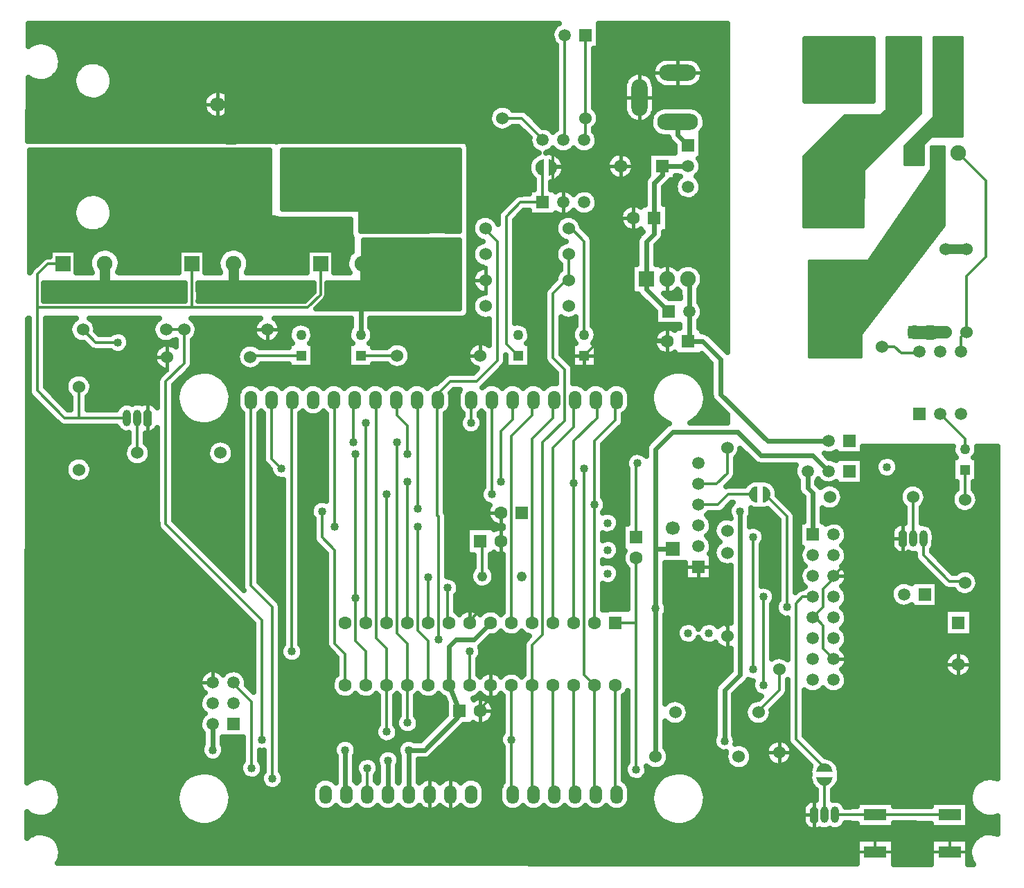
<source format=gbr>
G04 DipTrace 2.4.0.2*
%INTop.gbr*%
%MOIN*%
%ADD14C,0.024*%
%ADD15C,0.013*%
%ADD16C,0.048*%
%ADD17C,0.07*%
%ADD18C,0.063*%
%ADD19C,0.06*%
%ADD20C,0.05*%
%ADD21C,0.025*%
%ADD22C,0.015*%
%ADD24C,0.012*%
%ADD25C,0.06*%
%ADD26R,0.0591X0.0591*%
%ADD27C,0.0591*%
%ADD30O,0.1181X0.2559*%
%ADD31R,0.05X0.05*%
%ADD32O,0.1969X0.0787*%
%ADD33O,0.1772X0.0787*%
%ADD34O,0.0787X0.1772*%
%ADD35O,0.18X0.1*%
%ADD36R,0.0748X0.0748*%
%ADD37C,0.0748*%
%ADD38R,0.063X0.063*%
%ADD39O,0.18X0.13*%
%ADD40O,0.06X0.09*%
%ADD41C,0.048*%
%ADD42R,0.11X0.055*%
%ADD43R,0.0669X0.0669*%
%ADD44C,0.0669*%
%ADD45O,0.0394X0.0787*%
%ADD46R,0.0709X0.0709*%
%ADD47C,0.0709*%
%ADD48C,0.04*%
%FSLAX44Y44*%
G04*
G70*
G90*
G75*
G01*
%LNTop*%
%LPD*%
X-26628Y-7526D2*
D14*
Y-5526D1*
Y-5250D1*
X-32466D1*
X-32842Y-5626D1*
X-21000Y-30000D2*
D15*
Y-35195D1*
X-20941Y-35254D1*
X-20000Y-30000D2*
Y-35195D1*
X-19941Y-35254D1*
X-7501Y-7187D2*
Y-5376D1*
X-6313D1*
X-4813Y-3875D1*
Y-2688D1*
X-4063Y-1938D1*
Y122D1*
X-4060Y125D1*
X-2499Y-4375D2*
Y-5875D1*
X-3625Y-7001D1*
Y-8126D1*
X-5188Y-9689D1*
Y-10876D1*
X-5938Y-11626D1*
X-7491D1*
X-7501Y-11636D1*
Y-13443D2*
Y-11636D1*
X-2100Y125D2*
D16*
Y-2350D1*
X-3500Y-3750D1*
Y-4375D1*
X-3499D1*
X-2125Y-9001D2*
X-1125D1*
X-17000Y-22875D2*
D15*
Y-19375D1*
X-16938Y-19313D1*
X-28000Y-31813D2*
Y-30000D1*
Y-28000D1*
X-28500Y-27500D1*
Y-18313D1*
X-30625D2*
Y-16338D1*
X-30541Y-16254D1*
X-29000Y-30000D2*
Y-28250D1*
X-29500Y-27750D1*
Y-16295D1*
X-29541Y-16254D1*
X-29000Y-30000D2*
Y-32250D1*
X-5500Y-36250D2*
X-1917D1*
X-29941Y-35254D2*
Y-34000D1*
X-35500D2*
Y-30813D1*
X-36375Y-29938D1*
Y-29875D1*
X-17002Y-34066D2*
Y-27000D1*
X-18000D1*
X-7438Y-36250D2*
Y-36187D1*
X-7375Y-36250D1*
X-5500D1*
X-17000Y-23875D2*
X-17002Y-27000D1*
X-27000Y-30000D2*
Y-27875D1*
X-27500Y-27375D1*
Y-22375D1*
X-31500D2*
Y-16295D1*
X-31541Y-16254D1*
X-30000Y-30000D2*
Y-28375D1*
X-30500Y-27875D1*
Y-25816D1*
Y-18875D1*
X-28000D2*
Y-17500D1*
X-28500Y-17000D1*
Y-16295D1*
X-28541Y-16254D1*
X-23941D2*
Y-20815D1*
X-29003D2*
Y-27000D1*
X-29000D1*
X-24941Y-16254D2*
Y-17375D1*
X-30000D2*
Y-27000D1*
X-26503Y-27815D2*
Y-21877D1*
X-26563Y-21818D1*
Y-16275D1*
X-26541Y-16254D1*
Y-15978D1*
X-25938Y-15375D1*
X-24688D1*
X-23688Y-14375D1*
Y-8625D1*
X-24312Y-8000D1*
X-24250D1*
X-31000Y-30000D2*
Y-28500D1*
X-31500Y-28000D1*
Y-23500D1*
X-32125Y-22875D1*
Y-21625D1*
X-27500Y-21500D2*
Y-16295D1*
X-27541Y-16254D1*
X-19000Y-27000D2*
Y-21303D1*
Y-18250D1*
X-18000Y-17250D1*
Y-16313D1*
X-17941Y-16254D1*
X-14001Y-21315D2*
X-13064D1*
X-12562Y-20813D1*
X-11375D1*
X-20000Y-27000D2*
Y-20265D1*
Y-18250D1*
X-18875Y-17125D1*
Y-16320D1*
X-18941Y-16254D1*
X-14001Y-20315D2*
X-13127D1*
X-12626Y-19815D1*
Y-18564D1*
X-33541Y-16254D2*
X-33563D1*
Y-28375D1*
X-25000D2*
Y-30000D1*
X-21000Y-27000D2*
Y-18563D1*
X-20000Y-17563D1*
Y-16313D1*
X-19941Y-16254D1*
X-22000Y-27000D2*
Y-18125D1*
X-21000Y-17125D1*
Y-16313D1*
X-20941Y-16254D1*
X-23000Y-27000D2*
Y-18000D1*
X-22000Y-17000D1*
Y-16313D1*
X-21941Y-16254D1*
X-22941D2*
Y-17190D1*
X-23502Y-17752D1*
Y-20190D1*
X-28003D2*
Y-27000D1*
X-28000D1*
X-37129Y-6376D2*
X-36402D1*
X-35652Y-5626D1*
X-31191Y-9689D2*
Y-8813D1*
X-31691Y-8313D1*
X-36017D1*
X-37214D1*
X-42192D1*
X-43567Y-9689D1*
X-37379D2*
Y-8478D1*
X-37214Y-8313D1*
X-36017D2*
Y-5990D1*
X-35652Y-5626D1*
X-43500Y-12875D2*
X-43625D1*
X-41937Y-13500D2*
X-43000D1*
X-43625Y-12875D1*
X-24500Y-31250D2*
Y-31125D1*
X-24000Y-30625D1*
Y-30000D1*
X-23502Y-21690D2*
Y-23065D1*
X-25000Y-27000D2*
X-25125D1*
X-23502Y-25378D1*
Y-23065D1*
X-21000Y-5062D2*
Y-5000D1*
X-20500D1*
Y-6750D1*
X-19500Y-14125D2*
X-18625Y-13250D1*
Y-5000D1*
X-20500D1*
X-32842Y-2515D2*
X-35652D1*
X-35922D1*
X-36412Y-2025D1*
X-37129D1*
X-7500Y-24750D2*
Y-24875D1*
X-8000Y-25375D1*
Y-26250D1*
X-8500Y-26750D1*
X-8375D1*
X-8000Y-27125D1*
Y-28250D1*
X-7500Y-28750D1*
X-4188Y-22937D2*
X-5687D1*
X-7500Y-24750D1*
X-14001Y-24315D2*
Y-25815D1*
X-12626Y-27190D1*
Y-27627D1*
X-17130Y-7501D2*
Y-12939D1*
X-16694Y-13375D1*
X-15438D1*
X-15500Y-13437D1*
X-17755Y-5001D2*
X-18625Y-5000D1*
X-44567Y-9689D2*
X-45317D1*
X-45817Y-10189D1*
Y-11814D1*
X-38379D1*
X-32814D1*
X-32191Y-11191D1*
Y-9689D1*
X-38379D2*
Y-11814D1*
X-45817D2*
Y-15814D1*
X-44505Y-17127D1*
X-43817D1*
X-41504D1*
X-43817Y-15627D2*
Y-17127D1*
X-15000Y-2875D2*
D14*
Y-3505D1*
X-14504Y-4001D1*
X-33125Y-14125D2*
D15*
X-35500D1*
X-35562Y-14188D1*
X-3688Y-20938D2*
Y-22937D1*
X-5188Y-13689D2*
X-4561D1*
X-4249Y-14000D1*
X-3437D1*
X-3374Y-13937D1*
X-19500Y-13125D2*
Y-8625D1*
X-20125Y-8000D1*
X-20250Y-8125D1*
Y-8000D1*
X-1187Y-18625D2*
Y-18124D1*
X-2374Y-16937D1*
X-1188Y-21063D2*
X-1187Y-19625D1*
X-3188Y-22937D2*
Y-23750D1*
X-1938Y-25000D1*
X-1188D1*
Y-25063D1*
X-19438Y1312D2*
Y-2687D1*
Y-3688D1*
X-19500Y-3750D1*
X-20438Y1312D2*
Y-3688D1*
X-20500Y-3750D1*
X-21500D2*
Y-3687D1*
X-22500Y-2687D1*
X-23438D1*
X-41004Y-17127D2*
Y-18815D1*
X-7938Y-34625D2*
Y-36250D1*
X-30250Y-14125D2*
X-29437D1*
X-28500D1*
X-28941Y-35254D2*
D14*
Y-33625D1*
X-12750Y-32688D2*
Y-30250D1*
X-12000Y-29500D1*
Y-21625D1*
X-8500Y-22750D2*
Y-20750D1*
X-8750Y-20500D1*
Y-19688D1*
X-14504Y-5001D2*
X-15755D1*
Y-5438D1*
X-16130Y-5813D1*
Y-7501D1*
X-15438Y-12000D2*
X-16505Y-10932D1*
Y-10439D1*
Y-8626D1*
X-16130Y-8251D1*
Y-7501D1*
X-21650Y-5062D2*
D15*
X-21500D1*
Y-6750D1*
X-22687Y-14125D2*
X-23250Y-13562D1*
Y-7438D1*
X-22562Y-6750D1*
X-21500D1*
X-7750Y-18250D2*
D14*
X-10688D1*
X-12938Y-16000D1*
Y-14313D1*
X-13813Y-13438D1*
X-14437D1*
X-14500Y-13375D1*
Y-13437D1*
X-14438Y-12000D2*
Y-13375D1*
X-14500Y-13437D1*
X-14438Y-12000D2*
Y-10506D1*
X-14505Y-10439D1*
X-8500Y-25750D2*
D15*
X-9000D1*
X-9313Y-26063D1*
Y-32599D1*
X-7938Y-33975D1*
X-11125Y-31313D2*
Y-31250D1*
X-10125Y-30250D1*
Y-29250D1*
X-9750Y-26250D2*
Y-21875D1*
X-10813Y-20813D1*
X-10725D1*
X-18000Y-30000D2*
Y-35195D1*
X-17941Y-35254D1*
X-10875Y-30000D2*
Y-25750D1*
X-35541Y-16254D2*
Y-25209D1*
X-34504Y-26246D1*
Y-34504D1*
X-19000Y-30000D2*
Y-35195D1*
X-18941Y-35254D1*
X-34541Y-16254D2*
Y-19090D1*
X-34066Y-19565D1*
X-19502D2*
Y-29498D1*
X-19000Y-30000D1*
X-11375Y-29250D2*
Y-22875D1*
X-3625Y-13001D2*
D17*
D3*
D18*
X-2960D1*
D17*
X-2775D1*
D19*
X-2125D1*
X-1374Y-13937D2*
D15*
Y-13250D1*
X-1125Y-13001D1*
Y-10314D1*
X-188Y-9376D1*
Y-5687D1*
X-1499Y-4375D1*
X-26628Y-11126D2*
D14*
Y-9126D1*
X-29066D1*
X-29566Y-9626D1*
X-30128D1*
X-30191Y-9689D1*
X-30188Y-11126D1*
X-30250Y-13125D2*
Y-11126D1*
X-30188D1*
X-42567Y-9689D2*
D20*
Y-10938D1*
X-41562D1*
X-41500Y-11000D1*
X-36379Y-9689D2*
Y-10996D1*
D14*
X-36375Y-11000D1*
X-35250D1*
X-25500Y-31250D2*
X-26000Y-30000D1*
X-37375Y-31875D2*
Y-33125D1*
X-27938D2*
Y-35257D1*
X-27941Y-35254D1*
X-26000Y-30000D2*
Y-28125D1*
X-25688Y-27813D1*
X-24813D1*
X-24000Y-27000D1*
X-27938Y-33125D2*
X-27188D1*
X-25500Y-31437D1*
Y-31250D1*
X-31000Y-33125D2*
Y-35195D1*
X-30941Y-35254D1*
X-15252Y-23440D2*
X-16063D1*
Y-26313D1*
Y-23440D2*
Y-18625D1*
X-15252Y-17814D1*
X-12123D1*
X-11000Y-18938D1*
X-8500D1*
X-7750Y-19688D1*
X-16063Y-26313D2*
Y-33438D1*
X-22000Y-30000D2*
D15*
Y-35195D1*
X-21941Y-35254D1*
X-22000Y-30000D2*
Y-28063D1*
X-21503Y-27566D1*
Y-18316D1*
X-20441Y-17253D1*
Y-14809D1*
X-21000Y-14250D1*
Y-11125D1*
X-20375Y-10500D1*
X-20250D1*
Y-9250D1*
X-39625Y-12875D2*
X-38750D1*
X-39687D1*
X-23000Y-30000D2*
Y-32625D1*
X-35000D2*
Y-26875D1*
X-39629Y-22246D1*
Y-15379D1*
X-38750Y-14500D1*
Y-12875D1*
X-23000Y-32625D2*
Y-35195D1*
X-22941Y-35254D1*
X-26000Y-27000D2*
X-26065D1*
Y-25315D1*
X-24402Y-24753D2*
Y-23165D1*
X-24502Y-23065D1*
X-27000Y-27000D2*
Y-24815D1*
D48*
X-16938Y-19313D3*
X-28000Y-31813D3*
X-28500Y-18313D3*
X-30625D3*
X-29000Y-32250D3*
X-29941Y-34000D3*
X-35500D3*
X-17002Y-34066D3*
X-29941Y-34000D3*
X-27500Y-22375D3*
X-31500D3*
X-30500Y-18875D3*
X-28000D3*
X-30500Y-25816D3*
X-23941Y-20815D3*
D3*
X-29003D3*
X-24941Y-17375D3*
X-30000D3*
X-26503Y-27815D3*
X-32125Y-21625D3*
X-27500Y-21500D3*
X-19000Y-21303D3*
X-20000Y-20265D3*
X-33563Y-28375D3*
X-25000D3*
X-23502Y-20190D3*
X-28003D3*
X-41937Y-13500D3*
X-28941Y-33625D3*
X-12750Y-32688D3*
X-12000Y-21625D3*
X-9750Y-26250D3*
X-10875Y-30000D3*
Y-25750D3*
X-34504Y-34504D3*
X-34066Y-19565D3*
X-19502D3*
X-11375Y-29250D3*
Y-22875D3*
X-30188Y-11126D3*
D3*
X-37375Y-33125D3*
X-27938D3*
D3*
X-31000D3*
X-16063Y-26313D3*
X-23000Y-32625D3*
X-35000D3*
X-26065Y-25315D3*
X-27000Y-24815D3*
X-42000Y-26000D3*
X-40500D3*
X-39000D3*
Y-27500D3*
X-40500D3*
X-42000D3*
X-37500Y-26000D3*
Y-27500D3*
X-41500Y0D3*
Y-1500D3*
Y-3000D3*
X-40000D3*
Y-1500D3*
Y0D3*
X-38500D3*
Y-1500D3*
Y-3000D3*
X-29500Y-1375D3*
Y-2500D3*
X-28000D3*
Y-1375D3*
X-26500D3*
Y-2500D3*
X-29500Y-375D3*
X-28000D3*
X-26500D3*
X0Y-33000D3*
X-3000Y-30000D3*
X-1500D3*
Y-31500D3*
X0Y-30000D3*
Y-31500D3*
X-42000Y-20000D3*
X-40500D3*
X-39000D3*
X-37500D3*
X-18375Y-23500D3*
Y-24625D3*
Y-22188D3*
X-9813Y-27250D3*
X-9250Y-25313D3*
X-13500Y-27500D3*
X-14500D3*
X-10500Y-35000D3*
X-2938Y-34188D3*
X-10500Y-36500D3*
X-12000D3*
Y-35000D3*
X-3000Y-31500D3*
Y-33000D3*
X-1500D3*
Y-34250D3*
X-4938Y-19500D3*
X-42000Y-21500D3*
X-40500D3*
X-39000D3*
X-37500D3*
X-41500Y-4625D3*
Y-6125D3*
Y-7625D3*
X-40000D3*
Y-6125D3*
Y-4625D3*
X-38500D3*
Y-6125D3*
Y-7625D3*
X-41500Y-11000D3*
X-40500D3*
X-37438D3*
X-44375Y-7625D3*
Y-6125D3*
Y-4625D3*
X-42875D3*
Y-6125D3*
X-36750Y-7625D3*
X-35250D3*
X-31000Y-6000D3*
Y-7000D3*
X-29750D3*
Y-6000D3*
X-28500D3*
Y-7000D3*
X-31000Y-4750D3*
X-29750D3*
X-28500D3*
X-43625Y-34500D3*
Y-33000D3*
Y-31500D3*
X-42125D3*
Y-33000D3*
Y-34500D3*
X-43625Y-30000D3*
X-42125D3*
X-31438Y-11000D3*
X-39500D3*
X-28375Y-9500D3*
X-35250Y-11000D3*
X-34250D3*
X-28375Y-10562D3*
X-33250Y-11000D3*
X-46165Y-4499D2*
D21*
X-34653D1*
X-46165Y-4748D2*
X-34653D1*
X-46165Y-4996D2*
X-34653D1*
X-46165Y-5245D2*
X-34653D1*
X-46165Y-5494D2*
X-34653D1*
X-46165Y-5743D2*
X-34653D1*
X-46165Y-5991D2*
X-34653D1*
X-46165Y-6240D2*
X-34653D1*
X-46165Y-6489D2*
X-43712D1*
X-42556D2*
X-34653D1*
X-46165Y-6737D2*
X-43946D1*
X-42322D2*
X-34653D1*
X-46165Y-6986D2*
X-44055D1*
X-42208D2*
X-34653D1*
X-46165Y-7235D2*
X-44094D1*
X-42173D2*
X-34653D1*
X-46165Y-7483D2*
X-44063D1*
X-42204D2*
X-34653D1*
X-46165Y-7732D2*
X-43954D1*
X-42310D2*
X-30778D1*
X-46165Y-7981D2*
X-43731D1*
X-42533D2*
X-30774D1*
X-46165Y-8229D2*
X-30774D1*
X-46165Y-8478D2*
X-30715D1*
X-46165Y-8727D2*
X-30715D1*
X-46165Y-8975D2*
X-42821D1*
X-42314D2*
X-36633D1*
X-36126D2*
X-30715D1*
X-46165Y-9224D2*
X-45231D1*
X-43904D2*
X-43180D1*
X-41954D2*
X-39044D1*
X-37716D2*
X-36993D1*
X-35767D2*
X-32856D1*
X-31529D2*
X-30805D1*
X-46162Y-9473D2*
X-45594D1*
X-43904D2*
X-43309D1*
X-41826D2*
X-39044D1*
X-37716D2*
X-37122D1*
X-35638D2*
X-32856D1*
X-31529D2*
X-30934D1*
X-46162Y-9722D2*
X-45840D1*
X-43904D2*
X-43340D1*
X-41794D2*
X-39044D1*
X-37716D2*
X-37153D1*
X-35607D2*
X-32856D1*
X-31529D2*
X-30965D1*
X-43904Y-9970D2*
X-43286D1*
X-41849D2*
X-39044D1*
X-37716D2*
X-37098D1*
X-35662D2*
X-32856D1*
X-31529D2*
X-30911D1*
X-42206Y-7368D2*
X-42231Y-7490D1*
X-42272Y-7608D1*
X-42329Y-7720D1*
X-42399Y-7823D1*
X-42483Y-7915D1*
X-42579Y-7996D1*
X-42684Y-8063D1*
X-42797Y-8116D1*
X-42916Y-8153D1*
X-43040Y-8174D1*
X-43164Y-8178D1*
X-43289Y-8165D1*
X-43410Y-8136D1*
X-43527Y-8091D1*
X-43636Y-8031D1*
X-43737Y-7957D1*
X-43827Y-7870D1*
X-43904Y-7772D1*
X-43968Y-7665D1*
X-44016Y-7550D1*
X-44049Y-7429D1*
X-44066Y-7306D1*
Y-7181D1*
X-44049Y-7057D1*
X-44016Y-6936D1*
X-43968Y-6821D1*
X-43904Y-6714D1*
X-43826Y-6616D1*
X-43737Y-6529D1*
X-43636Y-6455D1*
X-43527Y-6395D1*
X-43410Y-6350D1*
X-43288Y-6321D1*
X-43164Y-6309D1*
X-43039Y-6313D1*
X-42916Y-6334D1*
X-42797Y-6371D1*
X-42684Y-6423D1*
X-42578Y-6491D1*
X-42483Y-6571D1*
X-42399Y-6664D1*
X-42329Y-6767D1*
X-42272Y-6878D1*
X-42231Y-6996D1*
X-42206Y-7119D1*
X-42198Y-7243D1*
X-42206Y-7368D1*
X-32705Y-9050D2*
X-31552D1*
Y-10139D1*
X-30785Y-10142D1*
X-30858Y-10029D1*
X-30905Y-9913D1*
X-30933Y-9791D1*
X-30940Y-9667D1*
X-30926Y-9543D1*
X-30891Y-9423D1*
X-30837Y-9310D1*
X-30765Y-9208D1*
X-30689Y-9125D1*
X-30691Y-8453D1*
X-30746Y-8304D1*
X-30751Y-7751D1*
X-30753Y-7563D1*
X-30882D1*
X-30972Y-7574D1*
X-31128Y-7563D1*
X-34129D1*
X-34285Y-7529D1*
X-34441Y-7501D1*
X-34504D1*
X-34609Y-7440D1*
X-34629Y-7376D1*
Y-4250D1*
X-46192D1*
X-46188Y-10129D1*
X-46133Y-10092D1*
X-46075Y-9982D1*
X-45551Y-9455D1*
X-45448Y-9386D1*
X-45317Y-9359D1*
X-45204D1*
X-45206Y-9050D1*
X-43928D1*
Y-10132D1*
X-43375Y-10128D1*
X-43191Y-10129D1*
X-43282Y-9913D1*
X-43309Y-9791D1*
X-43316Y-9667D1*
X-43302Y-9543D1*
X-43267Y-9423D1*
X-43213Y-9310D1*
X-43142Y-9208D1*
X-43054Y-9119D1*
X-42952Y-9046D1*
X-42840Y-8991D1*
X-42721Y-8955D1*
X-42597Y-8940D1*
X-42472Y-8946D1*
X-42350Y-8972D1*
X-42234Y-9018D1*
X-42127Y-9082D1*
X-42033Y-9164D1*
X-41953Y-9260D1*
X-41890Y-9368D1*
X-41846Y-9485D1*
X-41823Y-9607D1*
X-41818Y-9689D1*
X-41829Y-9813D1*
X-41860Y-9934D1*
X-41910Y-10048D1*
X-41942Y-10097D1*
X-41875Y-10130D1*
X-39019Y-10133D1*
X-39018Y-9050D1*
X-37740D1*
Y-10132D1*
X-37004Y-10135D1*
Y-10101D1*
X-37046Y-10029D1*
X-37094Y-9913D1*
X-37121Y-9791D1*
X-37128Y-9667D1*
X-37114Y-9543D1*
X-37079Y-9423D1*
X-37025Y-9310D1*
X-36953Y-9208D1*
X-36866Y-9119D1*
X-36764Y-9046D1*
X-36652Y-8991D1*
X-36533Y-8955D1*
X-36409Y-8940D1*
X-36284Y-8946D1*
X-36162Y-8972D1*
X-36046Y-9018D1*
X-35939Y-9082D1*
X-35844Y-9164D1*
X-35765Y-9260D1*
X-35702Y-9368D1*
X-35658Y-9485D1*
X-35634Y-9607D1*
X-35630Y-9689D1*
X-35640Y-9813D1*
X-35671Y-9934D1*
X-35722Y-10048D1*
X-35754Y-10097D1*
X-35750Y-10137D1*
X-32832Y-10140D1*
X-32830Y-9050D1*
X-32705D1*
X-46231Y1627D2*
X-21007D1*
X-18782D2*
X-12652D1*
X-46231Y1378D2*
X-21089D1*
X-18782D2*
X-12652D1*
X-46231Y1129D2*
X-21066D1*
X-18782D2*
X-12652D1*
X-45176Y880D2*
X-20921D1*
X-18782D2*
X-12652D1*
X-44871Y632D2*
X-20863D1*
X-19012D2*
X-12652D1*
X-44727Y383D2*
X-20863D1*
X-19012D2*
X-12652D1*
X-44668Y134D2*
X-20863D1*
X-19012D2*
X-15851D1*
X-14149D2*
X-12652D1*
X-44672Y-114D2*
X-43679D1*
X-42586D2*
X-20863D1*
X-19012D2*
X-16129D1*
X-13871D2*
X-12652D1*
X-44743Y-363D2*
X-43929D1*
X-42336D2*
X-20863D1*
X-19012D2*
X-16230D1*
X-13770D2*
X-12652D1*
X-44903Y-612D2*
X-44050D1*
X-42215D2*
X-20863D1*
X-19012D2*
X-17304D1*
X-16399D2*
X-16238D1*
X-13762D2*
X-12652D1*
X-46235Y-860D2*
X-46054D1*
X-45246D2*
X-44093D1*
X-42172D2*
X-20863D1*
X-19012D2*
X-17519D1*
X-13844D2*
X-12652D1*
X-46235Y-1109D2*
X-44066D1*
X-42200D2*
X-36261D1*
X-35043D2*
X-33453D1*
X-32231D2*
X-20863D1*
X-19012D2*
X-17597D1*
X-16102D2*
X-15937D1*
X-14063D2*
X-12652D1*
X-46235Y-1358D2*
X-43968D1*
X-42297D2*
X-37324D1*
X-36934D2*
X-36476D1*
X-34829D2*
X-33664D1*
X-32020D2*
X-20863D1*
X-19012D2*
X-17605D1*
X-16098D2*
X-12652D1*
X-46235Y-1606D2*
X-43757D1*
X-42508D2*
X-37703D1*
X-34727D2*
X-33765D1*
X-31918D2*
X-20863D1*
X-19012D2*
X-17605D1*
X-16098D2*
X-12652D1*
X-46235Y-1855D2*
X-37820D1*
X-34704D2*
X-33793D1*
X-31891D2*
X-20863D1*
X-19012D2*
X-17605D1*
X-16098D2*
X-12652D1*
X-46235Y-2104D2*
X-37839D1*
X-34704D2*
X-33793D1*
X-31891D2*
X-23711D1*
X-23164D2*
X-20863D1*
X-19012D2*
X-17605D1*
X-16098D2*
X-12652D1*
X-46235Y-2352D2*
X-37761D1*
X-34704D2*
X-33793D1*
X-31891D2*
X-24004D1*
X-22258D2*
X-20863D1*
X-18871D2*
X-17586D1*
X-13875D2*
X-12652D1*
X-46235Y-2601D2*
X-37531D1*
X-34704D2*
X-33793D1*
X-31891D2*
X-24093D1*
X-21996D2*
X-20863D1*
X-18782D2*
X-17472D1*
X-13707D2*
X-12652D1*
X-46239Y-2850D2*
X-36601D1*
X-34704D2*
X-33793D1*
X-31891D2*
X-24078D1*
X-21746D2*
X-20863D1*
X-18797D2*
X-17175D1*
X-16524D2*
X-16341D1*
X-13657D2*
X-12652D1*
X-46239Y-3099D2*
X-36601D1*
X-34704D2*
X-33793D1*
X-31891D2*
X-23945D1*
X-22930D2*
X-22679D1*
X-21500D2*
X-20863D1*
X-18930D2*
X-16308D1*
X-13692D2*
X-12652D1*
X-46239Y-3347D2*
X-36589D1*
X-34711D2*
X-33781D1*
X-31903D2*
X-22429D1*
X-18989D2*
X-16171D1*
X-13829D2*
X-12652D1*
X-46239Y-3596D2*
X-36515D1*
X-34789D2*
X-33707D1*
X-31977D2*
X-22183D1*
X-18864D2*
X-15722D1*
X-13848D2*
X-12652D1*
X-25168Y-3845D2*
X-22148D1*
X-18852D2*
X-15328D1*
X-13848D2*
X-12652D1*
X-25020Y-4093D2*
X-22054D1*
X-18946D2*
X-15160D1*
X-13848D2*
X-12652D1*
X-25016Y-4342D2*
X-21742D1*
X-21090D2*
X-20742D1*
X-20258D2*
X-19742D1*
X-19258D2*
X-15160D1*
X-13848D2*
X-12652D1*
X-25016Y-4591D2*
X-22035D1*
X-20614D2*
X-18285D1*
X-17227D2*
X-16429D1*
X-13848D2*
X-12652D1*
X-25016Y-4839D2*
X-22168D1*
X-20481D2*
X-18410D1*
X-17102D2*
X-16429D1*
X-13871D2*
X-12652D1*
X-25016Y-5088D2*
X-22203D1*
X-20446D2*
X-18425D1*
X-17086D2*
X-16429D1*
X-13856D2*
X-12652D1*
X-25016Y-5337D2*
X-22156D1*
X-20496D2*
X-18336D1*
X-17172D2*
X-16429D1*
X-13946D2*
X-12652D1*
X-25016Y-5585D2*
X-21984D1*
X-20668D2*
X-18062D1*
X-17446D2*
X-16550D1*
X-14004D2*
X-12652D1*
X-25016Y-5834D2*
X-21925D1*
X-21075D2*
X-16609D1*
X-15481D2*
X-15136D1*
X-13871D2*
X-12652D1*
X-25016Y-6083D2*
X-21925D1*
X-21075D2*
X-16609D1*
X-15649D2*
X-15156D1*
X-13856D2*
X-12652D1*
X-25016Y-6331D2*
X-22156D1*
X-19004D2*
X-16609D1*
X-15649D2*
X-15066D1*
X-13942D2*
X-12652D1*
X-25016Y-6580D2*
X-22984D1*
X-18868D2*
X-16609D1*
X-15649D2*
X-14777D1*
X-14231D2*
X-12652D1*
X-25016Y-6829D2*
X-23230D1*
X-18848D2*
X-16609D1*
X-15649D2*
X-12652D1*
X-25016Y-7078D2*
X-23480D1*
X-18938D2*
X-17648D1*
X-15454D2*
X-12652D1*
X-25016Y-7326D2*
X-23660D1*
X-22547D2*
X-22156D1*
X-20219D2*
X-19781D1*
X-19219D2*
X-17781D1*
X-15454D2*
X-12652D1*
X-25016Y-7575D2*
X-24746D1*
X-22797D2*
X-20746D1*
X-19754D2*
X-17800D1*
X-15454D2*
X-12652D1*
X-25016Y-7824D2*
X-24884D1*
X-22825D2*
X-20886D1*
X-19614D2*
X-17718D1*
X-15454D2*
X-12652D1*
X-22825Y-8072D2*
X-20906D1*
X-19461D2*
X-17464D1*
X-15454D2*
X-12652D1*
X-25024Y-8321D2*
X-24824D1*
X-22825D2*
X-20824D1*
X-19215D2*
X-16867D1*
X-15657D2*
X-12652D1*
X-25016Y-8570D2*
X-24554D1*
X-22825D2*
X-20554D1*
X-19079D2*
X-16980D1*
X-15782D2*
X-12652D1*
X-25016Y-8818D2*
X-24742D1*
X-22825D2*
X-20742D1*
X-19075D2*
X-16984D1*
X-16024D2*
X-12652D1*
X-25016Y-9067D2*
X-24884D1*
X-22825D2*
X-20882D1*
X-19075D2*
X-16984D1*
X-16024D2*
X-12652D1*
X-22825Y-9316D2*
X-20906D1*
X-19075D2*
X-16984D1*
X-16024D2*
X-12652D1*
X-25016Y-9564D2*
X-24828D1*
X-22825D2*
X-20828D1*
X-19075D2*
X-16984D1*
X-16024D2*
X-12652D1*
X-25016Y-9813D2*
X-24570D1*
X-22825D2*
X-20675D1*
X-19075D2*
X-17238D1*
X-15145D2*
X-14863D1*
X-14145D2*
X-12652D1*
X-25016Y-10062D2*
X-24734D1*
X-22825D2*
X-20734D1*
X-19075D2*
X-17238D1*
X-13879D2*
X-12652D1*
X-25016Y-10310D2*
X-24884D1*
X-22825D2*
X-20882D1*
X-19075D2*
X-17238D1*
X-13782D2*
X-12652D1*
X-22825Y-10559D2*
X-21023D1*
X-19075D2*
X-17238D1*
X-13782D2*
X-12652D1*
X-25016Y-10808D2*
X-24832D1*
X-22825D2*
X-21273D1*
X-19075D2*
X-17238D1*
X-13875D2*
X-12652D1*
X-25016Y-11057D2*
X-24582D1*
X-22825D2*
X-21418D1*
X-19075D2*
X-17238D1*
X-15133D2*
X-14918D1*
X-13957D2*
X-12652D1*
X-25016Y-11305D2*
X-24726D1*
X-22825D2*
X-21425D1*
X-19075D2*
X-16800D1*
X-15465D2*
X-14918D1*
X-13957D2*
X-12652D1*
X-25016Y-11554D2*
X-24877D1*
X-22825D2*
X-21425D1*
X-19075D2*
X-16550D1*
X-13957D2*
X-12652D1*
X-22825Y-11803D2*
X-21425D1*
X-19075D2*
X-16304D1*
X-13813D2*
X-12652D1*
X-25020Y-12051D2*
X-24836D1*
X-22825D2*
X-21425D1*
X-19075D2*
X-16093D1*
X-13786D2*
X-12652D1*
X-25200Y-12300D2*
X-24593D1*
X-22825D2*
X-21425D1*
X-19075D2*
X-16093D1*
X-13860D2*
X-12652D1*
X-45391Y-12549D2*
X-44195D1*
X-43055D2*
X-40195D1*
X-38180D2*
X-35320D1*
X-34180D2*
X-33250D1*
X-33000D2*
X-30730D1*
X-29770D2*
X-24113D1*
X-22562D2*
X-21425D1*
X-20575D2*
X-19925D1*
X-19075D2*
X-16093D1*
X-13957D2*
X-12652D1*
X-45391Y-12797D2*
X-44281D1*
X-42969D2*
X-40281D1*
X-38094D2*
X-35406D1*
X-34094D2*
X-33636D1*
X-32614D2*
X-30761D1*
X-29739D2*
X-24113D1*
X-22176D2*
X-21425D1*
X-20575D2*
X-20011D1*
X-18989D2*
X-15636D1*
X-15364D2*
X-15175D1*
X-13825D2*
X-12652D1*
X-45391Y-13046D2*
X-44261D1*
X-42864D2*
X-42246D1*
X-41629D2*
X-40261D1*
X-38114D2*
X-35386D1*
X-34114D2*
X-33730D1*
X-32520D2*
X-30855D1*
X-29645D2*
X-24113D1*
X-22082D2*
X-21425D1*
X-20575D2*
X-20105D1*
X-18895D2*
X-16043D1*
X-13555D2*
X-12652D1*
X-45391Y-13295D2*
X-44125D1*
X-41418D2*
X-40125D1*
X-38250D2*
X-35250D1*
X-34250D2*
X-33711D1*
X-32539D2*
X-30836D1*
X-29664D2*
X-24113D1*
X-22102D2*
X-21425D1*
X-20575D2*
X-20086D1*
X-18914D2*
X-16160D1*
X-13286D2*
X-12652D1*
X-45391Y-13543D2*
X-43546D1*
X-41379D2*
X-39175D1*
X-38325D2*
X-33734D1*
X-32516D2*
X-30859D1*
X-29641D2*
X-28781D1*
X-28219D2*
X-24781D1*
X-22079D2*
X-21425D1*
X-20575D2*
X-20109D1*
X-18891D2*
X-16168D1*
X-13039D2*
X-12652D1*
X-45391Y-13792D2*
X-43296D1*
X-41465D2*
X-40086D1*
X-38325D2*
X-36086D1*
X-32516D2*
X-30859D1*
X-27934D2*
X-25066D1*
X-22079D2*
X-21425D1*
X-20575D2*
X-20109D1*
X-18891D2*
X-16070D1*
X-12789D2*
X-12652D1*
X-45391Y-14041D2*
X-40207D1*
X-38325D2*
X-36207D1*
X-32516D2*
X-30859D1*
X-27844D2*
X-25156D1*
X-22079D2*
X-21425D1*
X-20575D2*
X-20109D1*
X-18891D2*
X-15765D1*
X-45391Y-14289D2*
X-40214D1*
X-38325D2*
X-36214D1*
X-32516D2*
X-30859D1*
X-27864D2*
X-25136D1*
X-22079D2*
X-21421D1*
X-20371D2*
X-20109D1*
X-18891D2*
X-13629D1*
X-45391Y-14538D2*
X-40117D1*
X-38329D2*
X-36117D1*
X-35008D2*
X-33734D1*
X-32516D2*
X-30859D1*
X-29641D2*
X-29007D1*
X-27993D2*
X-25007D1*
X-22079D2*
X-21300D1*
X-18891D2*
X-13418D1*
X-45391Y-14787D2*
X-39796D1*
X-38446D2*
X-35796D1*
X-35329D2*
X-24691D1*
X-23508D2*
X-21054D1*
X-20016D2*
X-13418D1*
X-45391Y-15036D2*
X-44074D1*
X-43559D2*
X-39875D1*
X-38696D2*
X-38472D1*
X-37121D2*
X-26175D1*
X-23758D2*
X-20867D1*
X-20016D2*
X-15636D1*
X-14286D2*
X-13418D1*
X-45391Y-15284D2*
X-44375D1*
X-43258D2*
X-40043D1*
X-38946D2*
X-38781D1*
X-36809D2*
X-26437D1*
X-24008D2*
X-20867D1*
X-20016D2*
X-15949D1*
X-13973D2*
X-13418D1*
X-45391Y-15533D2*
X-44468D1*
X-43164D2*
X-40054D1*
X-39192D2*
X-38961D1*
X-36629D2*
X-35843D1*
X-35239D2*
X-34843D1*
X-34239D2*
X-33843D1*
X-33239D2*
X-32843D1*
X-32239D2*
X-31843D1*
X-31239D2*
X-30843D1*
X-30239D2*
X-29843D1*
X-29239D2*
X-28843D1*
X-28239D2*
X-27843D1*
X-27239D2*
X-26843D1*
X-23637D2*
X-23246D1*
X-22637D2*
X-22246D1*
X-21637D2*
X-21246D1*
X-19637D2*
X-19246D1*
X-18637D2*
X-18246D1*
X-17637D2*
X-16129D1*
X-13793D2*
X-13418D1*
X-45258Y-15782D2*
X-44457D1*
X-43176D2*
X-40054D1*
X-39204D2*
X-39070D1*
X-36524D2*
X-36113D1*
X-25754D2*
X-25511D1*
X-17368D2*
X-16234D1*
X-13688D2*
X-13418D1*
X-45012Y-16030D2*
X-44332D1*
X-43301D2*
X-40054D1*
X-36473D2*
X-36195D1*
X-25887D2*
X-25597D1*
X-17286D2*
X-16285D1*
X-13637D2*
X-13418D1*
X-46254Y-16279D2*
X-45941D1*
X-44762D2*
X-44242D1*
X-43391D2*
X-40054D1*
X-36469D2*
X-36199D1*
X-25879D2*
X-25601D1*
X-17282D2*
X-16289D1*
X-13633D2*
X-13320D1*
X-46254Y-16528D2*
X-45695D1*
X-44512D2*
X-44242D1*
X-43391D2*
X-41879D1*
X-39204D2*
X-39078D1*
X-36512D2*
X-36187D1*
X-25895D2*
X-25589D1*
X-17293D2*
X-16246D1*
X-13680D2*
X-13078D1*
X-46258Y-16776D2*
X-45445D1*
X-39204D2*
X-38980D1*
X-36614D2*
X-36082D1*
X-26000D2*
X-25480D1*
X-17403D2*
X-16144D1*
X-13778D2*
X-12828D1*
X-46258Y-17025D2*
X-45195D1*
X-39204D2*
X-38808D1*
X-36782D2*
X-35964D1*
X-35118D2*
X-34966D1*
X-33137D2*
X-32695D1*
X-32387D2*
X-31925D1*
X-26137D2*
X-25371D1*
X-24512D2*
X-24369D1*
X-17575D2*
X-15976D1*
X-13946D2*
X-12652D1*
X-46258Y-17274D2*
X-44949D1*
X-39204D2*
X-38523D1*
X-37071D2*
X-35964D1*
X-35118D2*
X-34966D1*
X-33137D2*
X-31925D1*
X-26137D2*
X-25492D1*
X-17575D2*
X-15687D1*
X-14235D2*
X-12652D1*
X-46258Y-17522D2*
X-44586D1*
X-39204D2*
X-35964D1*
X-35118D2*
X-34966D1*
X-33137D2*
X-31925D1*
X-26137D2*
X-25480D1*
X-17684D2*
X-15629D1*
X-46258Y-17771D2*
X-41816D1*
X-39204D2*
X-35964D1*
X-35118D2*
X-34966D1*
X-33137D2*
X-31925D1*
X-26137D2*
X-25324D1*
X-24555D2*
X-24367D1*
X-17930D2*
X-15879D1*
X-46258Y-18020D2*
X-41429D1*
X-40579D2*
X-40054D1*
X-39204D2*
X-35964D1*
X-35118D2*
X-34966D1*
X-33137D2*
X-31925D1*
X-26137D2*
X-24367D1*
X-18180D2*
X-16125D1*
X-46258Y-18268D2*
X-41429D1*
X-40579D2*
X-40054D1*
X-39204D2*
X-37351D1*
X-36657D2*
X-35964D1*
X-35118D2*
X-34966D1*
X-33137D2*
X-31925D1*
X-26137D2*
X-24367D1*
X-18426D2*
X-16375D1*
X-46258Y-18517D2*
X-41589D1*
X-40418D2*
X-40054D1*
X-39204D2*
X-37589D1*
X-36418D2*
X-35964D1*
X-35118D2*
X-34966D1*
X-33137D2*
X-31925D1*
X-26137D2*
X-24367D1*
X-18575D2*
X-16531D1*
X-6094D2*
X-1789D1*
X-586D2*
X348D1*
X-46258Y-18766D2*
X-41664D1*
X-40348D2*
X-40054D1*
X-39204D2*
X-37664D1*
X-36348D2*
X-35964D1*
X-35118D2*
X-34966D1*
X-33137D2*
X-31925D1*
X-26137D2*
X-24367D1*
X-18575D2*
X-16543D1*
X-12000D2*
X-11841D1*
X-6094D2*
X-1781D1*
X-594D2*
X348D1*
X-46258Y-19015D2*
X-44011D1*
X-43625D2*
X-41632D1*
X-40375D2*
X-40054D1*
X-39204D2*
X-37632D1*
X-36375D2*
X-35964D1*
X-35118D2*
X-34966D1*
X-33137D2*
X-31925D1*
X-26137D2*
X-24367D1*
X-18575D2*
X-17406D1*
X-12153D2*
X-11589D1*
X-7754D2*
X-5187D1*
X-4688D2*
X-1648D1*
X-727D2*
X348D1*
X-46258Y-19263D2*
X-44363D1*
X-43270D2*
X-41480D1*
X-40532D2*
X-40054D1*
X-39204D2*
X-37480D1*
X-36532D2*
X-35964D1*
X-35118D2*
X-34925D1*
X-33137D2*
X-31925D1*
X-26137D2*
X-24367D1*
X-18575D2*
X-17496D1*
X-12200D2*
X-11343D1*
X-6094D2*
X-5441D1*
X-4434D2*
X-1796D1*
X-579D2*
X348D1*
X-46262Y-19512D2*
X-44464D1*
X-43168D2*
X-40054D1*
X-39204D2*
X-35964D1*
X-35118D2*
X-34711D1*
X-33137D2*
X-31925D1*
X-26137D2*
X-24367D1*
X-18575D2*
X-17461D1*
X-12200D2*
X-9379D1*
X-6094D2*
X-5496D1*
X-4379D2*
X-1796D1*
X-579D2*
X348D1*
X-46262Y-19761D2*
X-44464D1*
X-43172D2*
X-40054D1*
X-39204D2*
X-35964D1*
X-35118D2*
X-34589D1*
X-33137D2*
X-31925D1*
X-26137D2*
X-24367D1*
X-18575D2*
X-17425D1*
X-12200D2*
X-9402D1*
X-6094D2*
X-5429D1*
X-4446D2*
X-1796D1*
X-579D2*
X348D1*
X-46262Y-20009D2*
X-44347D1*
X-43286D2*
X-40054D1*
X-39204D2*
X-35964D1*
X-35118D2*
X-34386D1*
X-33137D2*
X-31925D1*
X-26137D2*
X-24367D1*
X-18575D2*
X-17425D1*
X-12250D2*
X-9316D1*
X-6094D2*
X-5125D1*
X-4750D2*
X-1796D1*
X-579D2*
X348D1*
X-46262Y-20258D2*
X-43910D1*
X-43721D2*
X-40054D1*
X-39204D2*
X-35964D1*
X-35118D2*
X-33988D1*
X-33137D2*
X-31925D1*
X-26137D2*
X-24367D1*
X-18575D2*
X-17425D1*
X-12481D2*
X-11671D1*
X-10430D2*
X-9230D1*
X-8270D2*
X-8043D1*
X-6094D2*
X-1613D1*
X-762D2*
X348D1*
X-46262Y-20507D2*
X-40054D1*
X-39204D2*
X-35964D1*
X-35118D2*
X-33988D1*
X-33137D2*
X-31925D1*
X-26137D2*
X-24402D1*
X-18575D2*
X-17425D1*
X-10235D2*
X-9230D1*
X-7196D2*
X-4179D1*
X-3196D2*
X-1613D1*
X-762D2*
X348D1*
X-46262Y-20755D2*
X-40054D1*
X-39204D2*
X-35964D1*
X-35118D2*
X-33988D1*
X-33137D2*
X-31925D1*
X-26137D2*
X-24496D1*
X-18575D2*
X-17425D1*
X-10172D2*
X-9152D1*
X-7055D2*
X-4320D1*
X-3055D2*
X-1769D1*
X-606D2*
X348D1*
X-46262Y-21004D2*
X-40054D1*
X-39204D2*
X-35964D1*
X-35118D2*
X-33988D1*
X-33137D2*
X-31925D1*
X-26137D2*
X-24464D1*
X-18532D2*
X-17425D1*
X-10032D2*
X-8980D1*
X-7032D2*
X-4343D1*
X-3032D2*
X-1843D1*
X-532D2*
X348D1*
X-46262Y-21253D2*
X-40054D1*
X-39204D2*
X-35964D1*
X-35118D2*
X-33988D1*
X-33137D2*
X-32535D1*
X-26137D2*
X-24273D1*
X-18442D2*
X-17425D1*
X-9782D2*
X-8980D1*
X-7110D2*
X-4265D1*
X-3110D2*
X-1820D1*
X-555D2*
X348D1*
X-46262Y-21501D2*
X-40054D1*
X-39204D2*
X-35964D1*
X-35118D2*
X-33988D1*
X-33137D2*
X-32671D1*
X-26137D2*
X-24148D1*
X-18477D2*
X-17425D1*
X-9532D2*
X-8980D1*
X-7371D2*
X-4113D1*
X-3262D2*
X-1671D1*
X-704D2*
X348D1*
X-46262Y-21750D2*
X-40054D1*
X-39204D2*
X-35964D1*
X-35118D2*
X-33988D1*
X-33137D2*
X-32671D1*
X-26098D2*
X-24175D1*
X-18043D2*
X-17425D1*
X-13520D2*
X-12546D1*
X-11454D2*
X-10464D1*
X-9344D2*
X-8980D1*
X-8020D2*
X-4113D1*
X-3262D2*
X348D1*
X-46262Y-21999D2*
X-40054D1*
X-39204D2*
X-35964D1*
X-35118D2*
X-33988D1*
X-33137D2*
X-32550D1*
X-26079D2*
X-24097D1*
X-17848D2*
X-17425D1*
X-13430D2*
X-12941D1*
X-11520D2*
X-10218D1*
X-9325D2*
X-8980D1*
X-8020D2*
X-4113D1*
X-3262D2*
X348D1*
X-46266Y-22247D2*
X-40054D1*
X-39036D2*
X-35964D1*
X-35118D2*
X-33988D1*
X-33137D2*
X-32550D1*
X-26079D2*
X-23863D1*
X-17817D2*
X-17675D1*
X-13348D2*
X-13203D1*
X-11520D2*
X-10175D1*
X-9325D2*
X-9156D1*
X-7094D2*
X-4468D1*
X-2965D2*
X348D1*
X-46266Y-22496D2*
X-39964D1*
X-38789D2*
X-35964D1*
X-35118D2*
X-33988D1*
X-33137D2*
X-32550D1*
X-26079D2*
X-25175D1*
X-17914D2*
X-17675D1*
X-10973D2*
X-10175D1*
X-9325D2*
X-9156D1*
X-6899D2*
X-4711D1*
X-2692D2*
X348D1*
X-46266Y-22745D2*
X-39722D1*
X-38539D2*
X-35964D1*
X-35118D2*
X-33988D1*
X-33137D2*
X-32550D1*
X-26079D2*
X-25175D1*
X-18575D2*
X-17675D1*
X-13516D2*
X-13261D1*
X-10832D2*
X-10175D1*
X-9325D2*
X-9156D1*
X-6844D2*
X-4746D1*
X-2629D2*
X348D1*
X-46266Y-22994D2*
X-39472D1*
X-38289D2*
X-35964D1*
X-35118D2*
X-33988D1*
X-33137D2*
X-32531D1*
X-26079D2*
X-25175D1*
X-18176D2*
X-17675D1*
X-13434D2*
X-13121D1*
X-10829D2*
X-10175D1*
X-9325D2*
X-9156D1*
X-6895D2*
X-4746D1*
X-2629D2*
X348D1*
X-46266Y-23242D2*
X-39222D1*
X-38043D2*
X-35964D1*
X-35118D2*
X-33988D1*
X-33137D2*
X-32347D1*
X-26079D2*
X-25175D1*
X-17883D2*
X-17675D1*
X-13352D2*
X-13156D1*
X-10950D2*
X-10175D1*
X-9325D2*
X-9156D1*
X-7082D2*
X-4746D1*
X-2641D2*
X348D1*
X-46266Y-23491D2*
X-38976D1*
X-37793D2*
X-35964D1*
X-35118D2*
X-33988D1*
X-33137D2*
X-32101D1*
X-26079D2*
X-25175D1*
X-17817D2*
X-17675D1*
X-10950D2*
X-10175D1*
X-9325D2*
X-9101D1*
X-6899D2*
X-4625D1*
X-2762D2*
X348D1*
X-46266Y-23740D2*
X-38726D1*
X-37543D2*
X-35964D1*
X-35118D2*
X-33988D1*
X-33137D2*
X-31925D1*
X-26079D2*
X-24828D1*
X-23977D2*
X-23425D1*
X-17871D2*
X-17660D1*
X-10950D2*
X-10175D1*
X-9325D2*
X-9156D1*
X-6844D2*
X-3613D1*
X-2606D2*
X348D1*
X-46266Y-23988D2*
X-38476D1*
X-37297D2*
X-35964D1*
X-35118D2*
X-33988D1*
X-33137D2*
X-31925D1*
X-26079D2*
X-24828D1*
X-23977D2*
X-23425D1*
X-18133D2*
X-17664D1*
X-13348D2*
X-13175D1*
X-10950D2*
X-10175D1*
X-9325D2*
X-9109D1*
X-6891D2*
X-3535D1*
X-2360D2*
X348D1*
X-46266Y-24237D2*
X-38230D1*
X-37047D2*
X-35964D1*
X-35118D2*
X-33988D1*
X-33137D2*
X-31925D1*
X-26079D2*
X-24828D1*
X-23977D2*
X-23425D1*
X-17981D2*
X-17566D1*
X-15582D2*
X-14656D1*
X-13348D2*
X-12828D1*
X-10950D2*
X-10175D1*
X-9325D2*
X-8925D1*
X-7075D2*
X-3293D1*
X-2110D2*
X348D1*
X-46266Y-24486D2*
X-37980D1*
X-36797D2*
X-35964D1*
X-35118D2*
X-33988D1*
X-33137D2*
X-31925D1*
X-26079D2*
X-24937D1*
X-23868D2*
X-23425D1*
X-17832D2*
X-17425D1*
X-15582D2*
X-14656D1*
X-13348D2*
X-12480D1*
X-10950D2*
X-10175D1*
X-9325D2*
X-9097D1*
X-6903D2*
X-3043D1*
X-1860D2*
X-1476D1*
X-899D2*
X348D1*
X-46266Y-24734D2*
X-37730D1*
X-36551D2*
X-35964D1*
X-35118D2*
X-33988D1*
X-33137D2*
X-31925D1*
X-26079D2*
X-25004D1*
X-23801D2*
X-23425D1*
X-17825D2*
X-17425D1*
X-15582D2*
X-14656D1*
X-13348D2*
X-12480D1*
X-10950D2*
X-10175D1*
X-9325D2*
X-9156D1*
X-6844D2*
X-2793D1*
X-618D2*
X348D1*
X-46270Y-24983D2*
X-37484D1*
X-36301D2*
X-35964D1*
X-35118D2*
X-33988D1*
X-33137D2*
X-31925D1*
X-25621D2*
X-24953D1*
X-23852D2*
X-23425D1*
X-17954D2*
X-17425D1*
X-15582D2*
X-12480D1*
X-10950D2*
X-10175D1*
X-9325D2*
X-9109D1*
X-6891D2*
X-2546D1*
X-532D2*
X348D1*
X-46270Y-25232D2*
X-37234D1*
X-34926D2*
X-33988D1*
X-33137D2*
X-31925D1*
X-25512D2*
X-24746D1*
X-24059D2*
X-23425D1*
X-18575D2*
X-17425D1*
X-15582D2*
X-12480D1*
X-10719D2*
X-10175D1*
X-9325D2*
X-8929D1*
X-7071D2*
X-4644D1*
X-2469D2*
X-2296D1*
X-551D2*
X348D1*
X-46270Y-25480D2*
X-36984D1*
X-34680D2*
X-33988D1*
X-33137D2*
X-31925D1*
X-25532D2*
X-23425D1*
X-18575D2*
X-17425D1*
X-15582D2*
X-12480D1*
X-10387D2*
X-10175D1*
X-6907D2*
X-4765D1*
X-2469D2*
X-1691D1*
X-684D2*
X348D1*
X-46270Y-25729D2*
X-36738D1*
X-34430D2*
X-33988D1*
X-33137D2*
X-31925D1*
X-25641D2*
X-23425D1*
X-18575D2*
X-17425D1*
X-15582D2*
X-12480D1*
X-10317D2*
X-10175D1*
X-6844D2*
X-4773D1*
X-2469D2*
X348D1*
X-46270Y-25978D2*
X-36488D1*
X-34184D2*
X-33988D1*
X-33137D2*
X-31925D1*
X-25641D2*
X-23425D1*
X-18575D2*
X-17425D1*
X-15582D2*
X-12480D1*
X-10368D2*
X-10235D1*
X-6887D2*
X-4671D1*
X-2469D2*
X348D1*
X-46270Y-26226D2*
X-36238D1*
X-33137D2*
X-31925D1*
X-25641D2*
X-23425D1*
X-18575D2*
X-17425D1*
X-15508D2*
X-12480D1*
X-10450D2*
X-10308D1*
X-7063D2*
X-4339D1*
X-3911D2*
X-3778D1*
X-2469D2*
X348D1*
X-46270Y-26475D2*
X-35992D1*
X-33137D2*
X-31925D1*
X-25590D2*
X-25410D1*
X-24590D2*
X-24410D1*
X-23590D2*
X-23425D1*
X-15528D2*
X-12480D1*
X-10450D2*
X-10261D1*
X-6907D2*
X-2175D1*
X-825D2*
X348D1*
X-46270Y-26724D2*
X-35742D1*
X-33137D2*
X-31925D1*
X-15582D2*
X-12480D1*
X-10450D2*
X-10023D1*
X-6844D2*
X-2175D1*
X-825D2*
X348D1*
X-46270Y-26973D2*
X-35492D1*
X-33137D2*
X-31925D1*
X-15582D2*
X-14613D1*
X-14387D2*
X-13613D1*
X-13387D2*
X-12480D1*
X-10450D2*
X-9738D1*
X-6887D2*
X-2175D1*
X-825D2*
X348D1*
X-46270Y-27221D2*
X-35425D1*
X-33137D2*
X-31925D1*
X-15582D2*
X-14980D1*
X-10450D2*
X-9738D1*
X-7055D2*
X-2175D1*
X-825D2*
X348D1*
X-46270Y-27470D2*
X-35425D1*
X-33137D2*
X-31925D1*
X-15582D2*
X-15058D1*
X-10450D2*
X-9738D1*
X-6911D2*
X-2175D1*
X-825D2*
X348D1*
X-46274Y-27719D2*
X-35425D1*
X-33137D2*
X-31925D1*
X-24051D2*
X-22246D1*
X-15582D2*
X-15011D1*
X-10450D2*
X-9738D1*
X-6844D2*
X348D1*
X-46274Y-27967D2*
X-35425D1*
X-33137D2*
X-31925D1*
X-24297D2*
X-22414D1*
X-15582D2*
X-14785D1*
X-14215D2*
X-13785D1*
X-10450D2*
X-9738D1*
X-6883D2*
X348D1*
X-46274Y-28216D2*
X-35425D1*
X-33028D2*
X-31863D1*
X-24465D2*
X-22425D1*
X-15582D2*
X-12890D1*
X-10450D2*
X-9738D1*
X-7051D2*
X348D1*
X-46274Y-28465D2*
X-35425D1*
X-33012D2*
X-31625D1*
X-24450D2*
X-22425D1*
X-15582D2*
X-12480D1*
X-10450D2*
X-9738D1*
X-6914D2*
X-1894D1*
X-1106D2*
X348D1*
X-46274Y-28713D2*
X-35425D1*
X-33121D2*
X-31425D1*
X-24559D2*
X-22425D1*
X-15582D2*
X-12480D1*
X-6844D2*
X-2109D1*
X-891D2*
X348D1*
X-46274Y-28962D2*
X-35425D1*
X-34079D2*
X-31425D1*
X-24575D2*
X-22425D1*
X-15582D2*
X-12480D1*
X-6883D2*
X-2175D1*
X-825D2*
X348D1*
X-46274Y-29211D2*
X-35425D1*
X-34079D2*
X-31425D1*
X-24575D2*
X-22425D1*
X-15582D2*
X-12480D1*
X-7043D2*
X-2140D1*
X-860D2*
X348D1*
X-46274Y-29459D2*
X-37875D1*
X-35875D2*
X-35425D1*
X-34079D2*
X-31425D1*
X-24575D2*
X-24386D1*
X-23614D2*
X-23386D1*
X-22614D2*
X-22425D1*
X-15582D2*
X-12629D1*
X-6914D2*
X-1984D1*
X-1016D2*
X348D1*
X-46274Y-29708D2*
X-38007D1*
X-35743D2*
X-35425D1*
X-34079D2*
X-31605D1*
X-15582D2*
X-12875D1*
X-6848D2*
X348D1*
X-46274Y-29957D2*
X-38023D1*
X-35727D2*
X-35425D1*
X-34079D2*
X-31671D1*
X-15582D2*
X-13125D1*
X-11789D2*
X-11433D1*
X-6879D2*
X348D1*
X-46274Y-30205D2*
X-37937D1*
X-34079D2*
X-31640D1*
X-15582D2*
X-13226D1*
X-12036D2*
X-11394D1*
X-7039D2*
X348D1*
X-46278Y-30454D2*
X-37871D1*
X-34079D2*
X-31488D1*
X-15582D2*
X-13230D1*
X-12270D2*
X-11183D1*
X-8887D2*
X348D1*
X-46278Y-30703D2*
X-38007D1*
X-34079D2*
X-29425D1*
X-28575D2*
X-28425D1*
X-27575D2*
X-26234D1*
X-24125D2*
X-23425D1*
X-17575D2*
X-17425D1*
X-15582D2*
X-15328D1*
X-14922D2*
X-13230D1*
X-12270D2*
X-11328D1*
X-9989D2*
X-9738D1*
X-8887D2*
X348D1*
X-46278Y-30952D2*
X-38027D1*
X-34079D2*
X-29425D1*
X-28575D2*
X-28425D1*
X-27575D2*
X-26175D1*
X-23899D2*
X-23425D1*
X-17575D2*
X-17425D1*
X-14579D2*
X-13230D1*
X-12270D2*
X-11671D1*
X-10235D2*
X-9738D1*
X-8887D2*
X348D1*
X-46278Y-31200D2*
X-37941D1*
X-34079D2*
X-29425D1*
X-28575D2*
X-28425D1*
X-27575D2*
X-26175D1*
X-23829D2*
X-23425D1*
X-17575D2*
X-17425D1*
X-14477D2*
X-13230D1*
X-12270D2*
X-11773D1*
X-10477D2*
X-9738D1*
X-8887D2*
X348D1*
X-46278Y-31449D2*
X-37863D1*
X-34079D2*
X-29425D1*
X-28575D2*
X-28425D1*
X-27575D2*
X-26179D1*
X-23856D2*
X-23425D1*
X-17575D2*
X-17425D1*
X-14481D2*
X-13230D1*
X-12270D2*
X-11769D1*
X-10481D2*
X-9738D1*
X-8887D2*
X348D1*
X-46278Y-31698D2*
X-38004D1*
X-34079D2*
X-29425D1*
X-27454D2*
X-26429D1*
X-24004D2*
X-23425D1*
X-17575D2*
X-17425D1*
X-14594D2*
X-13230D1*
X-12270D2*
X-11656D1*
X-10594D2*
X-9738D1*
X-8887D2*
X348D1*
X-46278Y-31946D2*
X-38027D1*
X-34079D2*
X-29464D1*
X-27457D2*
X-26675D1*
X-25340D2*
X-23425D1*
X-17575D2*
X-17425D1*
X-15582D2*
X-13230D1*
X-12270D2*
X-9738D1*
X-8887D2*
X348D1*
X-46278Y-32195D2*
X-37941D1*
X-34079D2*
X-29558D1*
X-27602D2*
X-26925D1*
X-25590D2*
X-23425D1*
X-17575D2*
X-17425D1*
X-15582D2*
X-13230D1*
X-12270D2*
X-9738D1*
X-8887D2*
X348D1*
X-46278Y-32444D2*
X-37855D1*
X-34079D2*
X-29523D1*
X-28477D2*
X-27175D1*
X-25836D2*
X-23527D1*
X-17575D2*
X-17425D1*
X-15582D2*
X-13250D1*
X-12250D2*
X-9738D1*
X-8879D2*
X348D1*
X-46278Y-32692D2*
X-37855D1*
X-36895D2*
X-35925D1*
X-34079D2*
X-31339D1*
X-30661D2*
X-29324D1*
X-28676D2*
X-28277D1*
X-26086D2*
X-23554D1*
X-17575D2*
X-17425D1*
X-15582D2*
X-13308D1*
X-12192D2*
X-10453D1*
X-8629D2*
X348D1*
X-46278Y-32941D2*
X-37902D1*
X-36848D2*
X-35925D1*
X-34079D2*
X-31527D1*
X-30473D2*
X-28464D1*
X-26336D2*
X-23457D1*
X-17575D2*
X-17425D1*
X-15582D2*
X-13246D1*
X-11641D2*
X-10703D1*
X-8383D2*
X348D1*
X-46282Y-33190D2*
X-37929D1*
X-36821D2*
X-35925D1*
X-35075D2*
X-34929D1*
X-34079D2*
X-31554D1*
X-30446D2*
X-29277D1*
X-26582D2*
X-23425D1*
X-17575D2*
X-17425D1*
X-15454D2*
X-12961D1*
X-11454D2*
X-10781D1*
X-9469D2*
X-9312D1*
X-8133D2*
X348D1*
X-46282Y-33438D2*
X-37832D1*
X-36918D2*
X-35925D1*
X-35075D2*
X-34929D1*
X-34079D2*
X-31480D1*
X-30520D2*
X-29468D1*
X-26832D2*
X-23425D1*
X-17575D2*
X-17425D1*
X-15403D2*
X-12722D1*
X-11403D2*
X-10757D1*
X-9493D2*
X-9066D1*
X-7883D2*
X348D1*
X-46282Y-33687D2*
X-35961D1*
X-34079D2*
X-31480D1*
X-27457D2*
X-23425D1*
X-17575D2*
X-17425D1*
X-15454D2*
X-12671D1*
X-11454D2*
X-10609D1*
X-9641D2*
X-8816D1*
X-7371D2*
X348D1*
X-46282Y-33936D2*
X-36054D1*
X-34079D2*
X-31480D1*
X-27457D2*
X-23425D1*
X-15645D2*
X-12480D1*
X-11645D2*
X-8652D1*
X-7223D2*
X348D1*
X-46282Y-34185D2*
X-38101D1*
X-37493D2*
X-36027D1*
X-34051D2*
X-31480D1*
X-27457D2*
X-23425D1*
X-16454D2*
X-15265D1*
X-14657D2*
X-8691D1*
X-7184D2*
X348D1*
X-46282Y-34433D2*
X-38629D1*
X-36965D2*
X-35839D1*
X-33950D2*
X-31480D1*
X-30520D2*
X-30363D1*
X-27457D2*
X-23425D1*
X-17575D2*
X-17418D1*
X-16586D2*
X-15793D1*
X-14129D2*
X-8691D1*
X-7184D2*
X348D1*
X-44989Y-34682D2*
X-38871D1*
X-36723D2*
X-35035D1*
X-33973D2*
X-32441D1*
X-24442D2*
X-23441D1*
X-17442D2*
X-16035D1*
X-13887D2*
X-8644D1*
X-7231D2*
X-644D1*
X-44786Y-34931D2*
X-39015D1*
X-36575D2*
X-34851D1*
X-34157D2*
X-32578D1*
X-24305D2*
X-23578D1*
X-17305D2*
X-16179D1*
X-13743D2*
X-8488D1*
X-7387D2*
X-847D1*
X-44688Y-35179D2*
X-39097D1*
X-36496D2*
X-32601D1*
X-24282D2*
X-23601D1*
X-17282D2*
X-16261D1*
X-13661D2*
X-8363D1*
X-7512D2*
X-945D1*
X-44661Y-35428D2*
X-39129D1*
X-36465D2*
X-32601D1*
X-24282D2*
X-23601D1*
X-17282D2*
X-16293D1*
X-13629D2*
X-8363D1*
X-7512D2*
X-968D1*
X-44700Y-35677D2*
X-39109D1*
X-36481D2*
X-32539D1*
X-24344D2*
X-23539D1*
X-17344D2*
X-16277D1*
X-13649D2*
X-8855D1*
X-7036D2*
X-6410D1*
X-4590D2*
X-2828D1*
X-44813Y-35925D2*
X-39043D1*
X-36547D2*
X-32328D1*
X-31555D2*
X-31328D1*
X-30555D2*
X-30328D1*
X-29555D2*
X-29328D1*
X-28555D2*
X-28328D1*
X-27555D2*
X-27328D1*
X-26555D2*
X-26328D1*
X-25555D2*
X-25328D1*
X-24555D2*
X-23328D1*
X-22555D2*
X-22328D1*
X-21555D2*
X-21328D1*
X-20555D2*
X-20328D1*
X-19555D2*
X-19328D1*
X-18555D2*
X-18328D1*
X-17555D2*
X-16207D1*
X-13715D2*
X-8992D1*
X-1008D2*
X-816D1*
X-45043Y-36174D2*
X-38918D1*
X-36676D2*
X-16082D1*
X-13840D2*
X-8996D1*
X-1008D2*
X-586D1*
X-46286Y-36423D2*
X-38707D1*
X-36883D2*
X-15871D1*
X-14051D2*
X-8996D1*
X-1008D2*
X348D1*
X-46286Y-36671D2*
X-38316D1*
X-37278D2*
X-15480D1*
X-14442D2*
X-8968D1*
X-6930D2*
X-6410D1*
X-4590D2*
X-2828D1*
X-1008D2*
X348D1*
X-46286Y-36920D2*
X-8750D1*
X-7168D2*
X348D1*
X-46286Y-37169D2*
X-46039D1*
X-45262D2*
X-390D1*
X-44907Y-37417D2*
X-6410D1*
X-4590D2*
X-2828D1*
X-1008D2*
X-742D1*
X-44746Y-37666D2*
X-6410D1*
X-4590D2*
X-2828D1*
X-44672Y-37915D2*
X-6410D1*
X-4590D2*
X-2828D1*
X-44664Y-38164D2*
X-6410D1*
X-4590D2*
X-2828D1*
X-44727Y-38412D2*
X-6410D1*
X-4590D2*
X-2828D1*
X-43562Y-13504D2*
X-43628Y-13510D1*
X-43752Y-13497D1*
X-43871Y-13460D1*
X-43981Y-13401D1*
X-44077Y-13321D1*
X-44155Y-13224D1*
X-44213Y-13114D1*
X-44249Y-12994D1*
X-44260Y-12870D1*
X-44247Y-12746D1*
X-44209Y-12627D1*
X-44150Y-12517D1*
X-44069Y-12422D1*
X-43955Y-12334D1*
X-45418Y-12335D1*
X-45417Y-15646D1*
X-44338Y-16727D1*
X-44220D1*
X-44217Y-16123D1*
X-44347Y-15976D1*
X-44405Y-15866D1*
X-44441Y-15746D1*
X-44452Y-15622D1*
X-44439Y-15498D1*
X-44401Y-15379D1*
X-44341Y-15269D1*
X-44261Y-15173D1*
X-44164Y-15095D1*
X-44053Y-15038D1*
X-43934Y-15003D1*
X-43809Y-14992D1*
X-43685Y-15006D1*
X-43566Y-15043D1*
X-43457Y-15104D1*
X-43362Y-15184D1*
X-43284Y-15282D1*
X-43227Y-15393D1*
X-43192Y-15513D1*
X-43182Y-15627D1*
X-43194Y-15751D1*
X-43230Y-15870D1*
X-43289Y-15980D1*
X-43369Y-16077D1*
X-43414Y-16114D1*
X-43417Y-16725D1*
X-41993Y-16727D1*
X-41937Y-16621D1*
X-41854Y-16529D1*
X-41751Y-16459D1*
X-41634Y-16414D1*
X-41511Y-16398D1*
X-41387Y-16411D1*
X-41253Y-16464D1*
X-41134Y-16414D1*
X-41011Y-16398D1*
X-40887Y-16411D1*
X-40780Y-16449D1*
X-40704Y-16414D1*
X-40603Y-16398D1*
X-40356Y-16402D1*
X-40261Y-16431D1*
X-40178Y-16487D1*
X-40030Y-16644D1*
X-40029Y-15379D1*
X-40010Y-15256D1*
X-39951Y-15142D1*
X-39735Y-14920D1*
X-39640Y-14818D1*
X-39762Y-14790D1*
X-39876Y-14740D1*
X-39978Y-14668D1*
X-40064Y-14577D1*
X-40130Y-14472D1*
X-40175Y-14355D1*
X-40196Y-14232D1*
X-40192Y-14108D1*
X-40165Y-13986D1*
X-40114Y-13872D1*
X-40041Y-13770D1*
X-39950Y-13685D1*
X-39845Y-13619D1*
X-39728Y-13574D1*
X-39605Y-13554D1*
X-39480Y-13558D1*
X-39359Y-13586D1*
X-39245Y-13638D1*
X-39150Y-13705D1*
Y-13371D1*
X-39274Y-13404D1*
X-39384Y-13462D1*
X-39503Y-13498D1*
X-39628Y-13510D1*
X-39752Y-13497D1*
X-39871Y-13460D1*
X-39981Y-13401D1*
X-40077Y-13321D1*
X-40155Y-13224D1*
X-40213Y-13114D1*
X-40249Y-12994D1*
X-40260Y-12870D1*
X-40247Y-12746D1*
X-40209Y-12627D1*
X-40150Y-12517D1*
X-40069Y-12422D1*
X-39955Y-12334D1*
X-43293Y-12335D1*
X-43170Y-12432D1*
X-43092Y-12530D1*
X-43035Y-12641D1*
X-43000Y-12761D1*
X-42990Y-12875D1*
X-42997Y-12941D1*
X-42837Y-13098D1*
X-42293Y-13100D1*
X-42197Y-13032D1*
X-42082Y-12985D1*
X-41959Y-12965D1*
X-41834Y-12975D1*
X-41716Y-13013D1*
X-41609Y-13078D1*
X-41520Y-13165D1*
X-41454Y-13271D1*
X-41414Y-13389D1*
X-41402Y-13500D1*
X-41417Y-13624D1*
X-41460Y-13741D1*
X-41529Y-13845D1*
X-41620Y-13930D1*
X-41728Y-13992D1*
X-41848Y-14027D1*
X-41972Y-14034D1*
X-42095Y-14011D1*
X-42209Y-13961D1*
X-42287Y-13902D1*
X-43000Y-13900D1*
X-43123Y-13881D1*
X-43237Y-13822D1*
X-43460Y-13606D1*
X-43562Y-13504D1*
X-38127Y-12999D2*
X-38164Y-13119D1*
X-38223Y-13229D1*
X-38302Y-13325D1*
X-38347Y-13362D1*
X-38350Y-14000D1*
Y-14500D1*
X-38369Y-14623D1*
X-38428Y-14737D1*
X-38644Y-14960D1*
X-39227Y-15542D1*
X-39229Y-17379D1*
Y-22078D1*
X-35863Y-25446D1*
X-35897Y-25391D1*
X-35936Y-25269D1*
X-35941Y-24959D1*
Y-16901D1*
X-36071Y-16753D1*
X-36129Y-16643D1*
X-36165Y-16523D1*
X-36176Y-16404D1*
X-36172Y-16104D1*
X-36163Y-15975D1*
X-36125Y-15855D1*
X-36065Y-15746D1*
X-35985Y-15650D1*
X-35888Y-15572D1*
X-35777Y-15514D1*
X-35658Y-15480D1*
X-35533Y-15469D1*
X-35409Y-15483D1*
X-35290Y-15520D1*
X-35181Y-15581D1*
X-35086Y-15661D1*
X-35044Y-15713D1*
X-34985Y-15650D1*
X-34888Y-15572D1*
X-34777Y-15514D1*
X-34658Y-15480D1*
X-34533Y-15469D1*
X-34409Y-15483D1*
X-34290Y-15520D1*
X-34181Y-15581D1*
X-34086Y-15661D1*
X-34044Y-15713D1*
X-33985Y-15650D1*
X-33888Y-15572D1*
X-33777Y-15514D1*
X-33658Y-15480D1*
X-33533Y-15469D1*
X-33409Y-15483D1*
X-33290Y-15520D1*
X-33181Y-15581D1*
X-33086Y-15661D1*
X-33044Y-15713D1*
X-32985Y-15650D1*
X-32888Y-15572D1*
X-32777Y-15514D1*
X-32658Y-15480D1*
X-32533Y-15469D1*
X-32409Y-15483D1*
X-32290Y-15520D1*
X-32181Y-15581D1*
X-32086Y-15661D1*
X-32044Y-15713D1*
X-31985Y-15650D1*
X-31888Y-15572D1*
X-31777Y-15514D1*
X-31658Y-15480D1*
X-31533Y-15469D1*
X-31409Y-15483D1*
X-31290Y-15520D1*
X-31181Y-15581D1*
X-31086Y-15661D1*
X-31044Y-15713D1*
X-30985Y-15650D1*
X-30888Y-15572D1*
X-30777Y-15514D1*
X-30658Y-15480D1*
X-30533Y-15469D1*
X-30409Y-15483D1*
X-30290Y-15520D1*
X-30181Y-15581D1*
X-30086Y-15661D1*
X-30044Y-15713D1*
X-29985Y-15650D1*
X-29888Y-15572D1*
X-29777Y-15514D1*
X-29658Y-15480D1*
X-29533Y-15469D1*
X-29409Y-15483D1*
X-29290Y-15520D1*
X-29181Y-15581D1*
X-29086Y-15661D1*
X-29044Y-15713D1*
X-28985Y-15650D1*
X-28888Y-15572D1*
X-28777Y-15514D1*
X-28658Y-15480D1*
X-28533Y-15469D1*
X-28409Y-15483D1*
X-28290Y-15520D1*
X-28181Y-15581D1*
X-28086Y-15661D1*
X-28044Y-15713D1*
X-27985Y-15650D1*
X-27888Y-15572D1*
X-27777Y-15514D1*
X-27658Y-15480D1*
X-27533Y-15469D1*
X-27409Y-15483D1*
X-27290Y-15520D1*
X-27181Y-15581D1*
X-27086Y-15661D1*
X-27044Y-15713D1*
X-26985Y-15650D1*
X-26888Y-15572D1*
X-26777Y-15514D1*
X-26658Y-15480D1*
X-26599Y-15474D1*
X-26220Y-15092D1*
X-26120Y-15019D1*
X-25997Y-14980D1*
X-25688Y-14975D1*
X-24855D1*
X-24627Y-14747D1*
X-24746Y-14710D1*
X-24856Y-14651D1*
X-24952Y-14571D1*
X-25030Y-14474D1*
X-25088Y-14364D1*
X-25124Y-14244D1*
X-25135Y-14120D1*
X-25122Y-13996D1*
X-25084Y-13877D1*
X-25025Y-13767D1*
X-24944Y-13672D1*
X-24847Y-13593D1*
X-24737Y-13536D1*
X-24617Y-13501D1*
X-24492Y-13490D1*
X-24368Y-13504D1*
X-24249Y-13542D1*
X-24140Y-13602D1*
X-24088Y-13642D1*
X-24087Y-12363D1*
X-24253Y-12385D1*
X-24377Y-12372D1*
X-24496Y-12335D1*
X-24606Y-12276D1*
X-24702Y-12196D1*
X-24780Y-12099D1*
X-24838Y-11989D1*
X-24874Y-11869D1*
X-24885Y-11745D1*
X-24872Y-11621D1*
X-24834Y-11502D1*
X-24775Y-11392D1*
X-24694Y-11297D1*
X-24597Y-11218D1*
X-24487Y-11161D1*
X-24363Y-11125D1*
X-24496Y-11085D1*
X-24606Y-11026D1*
X-24702Y-10946D1*
X-24780Y-10849D1*
X-24838Y-10739D1*
X-24874Y-10619D1*
X-24885Y-10495D1*
X-24872Y-10371D1*
X-24834Y-10252D1*
X-24775Y-10142D1*
X-24694Y-10047D1*
X-24597Y-9968D1*
X-24487Y-9911D1*
X-24361Y-9875D1*
X-24496Y-9835D1*
X-24606Y-9776D1*
X-24702Y-9696D1*
X-24780Y-9599D1*
X-24838Y-9489D1*
X-24874Y-9369D1*
X-24885Y-9245D1*
X-24872Y-9121D1*
X-24834Y-9002D1*
X-24775Y-8892D1*
X-24694Y-8797D1*
X-24597Y-8718D1*
X-24487Y-8661D1*
X-24363Y-8625D1*
X-24496Y-8585D1*
X-24606Y-8526D1*
X-24702Y-8446D1*
X-24780Y-8349D1*
X-24838Y-8239D1*
X-24874Y-8119D1*
X-24885Y-7995D1*
X-24872Y-7871D1*
X-24834Y-7752D1*
X-24775Y-7642D1*
X-24694Y-7547D1*
X-24597Y-7468D1*
X-24487Y-7411D1*
X-24367Y-7376D1*
X-24242Y-7365D1*
X-24118Y-7379D1*
X-23999Y-7417D1*
X-23890Y-7477D1*
X-23795Y-7557D1*
X-23717Y-7655D1*
X-23650Y-7800D1*
Y-7438D1*
X-23631Y-7315D1*
X-23572Y-7201D1*
X-23356Y-6978D1*
X-22845Y-6467D1*
X-22745Y-6394D1*
X-22622Y-6355D1*
X-22312Y-6350D1*
X-22129D1*
X-22130Y-6120D1*
X-21900D1*
Y-5637D1*
X-22023Y-5517D1*
X-22095Y-5407D1*
X-22134Y-5320D1*
X-22179Y-5137D1*
Y-5006D1*
X-22166Y-4912D1*
X-22104Y-4734D1*
X-22034Y-4624D1*
X-21972Y-4552D1*
X-21823Y-4435D1*
X-21689Y-4374D1*
X-21861Y-4266D1*
X-21956Y-4185D1*
X-22033Y-4087D1*
X-22089Y-3975D1*
X-22122Y-3855D1*
X-22130Y-3730D1*
X-22117Y-3633D1*
X-22664Y-3089D1*
X-22941Y-3087D1*
X-23086Y-3216D1*
X-23196Y-3275D1*
X-23316Y-3311D1*
X-23440Y-3322D1*
X-23564Y-3310D1*
X-23683Y-3273D1*
X-23793Y-3214D1*
X-23889Y-3134D1*
X-23968Y-3037D1*
X-24026Y-2926D1*
X-24061Y-2807D1*
X-24072Y-2682D1*
X-24059Y-2558D1*
X-24022Y-2439D1*
X-23962Y-2330D1*
X-23882Y-2234D1*
X-23785Y-2156D1*
X-23674Y-2098D1*
X-23554Y-2063D1*
X-23430Y-2053D1*
X-23306Y-2066D1*
X-23187Y-2104D1*
X-23078Y-2164D1*
X-22982Y-2245D1*
X-22946Y-2291D1*
X-22500Y-2288D1*
X-22377Y-2307D1*
X-22263Y-2366D1*
X-22040Y-2581D1*
X-21502Y-3120D1*
X-21347Y-3139D1*
X-21229Y-3181D1*
X-21122Y-3245D1*
X-21030Y-3330D1*
X-21000Y-3371D1*
X-20928Y-3287D1*
X-20837Y-3219D1*
Y824D1*
X-20894Y878D1*
X-20970Y976D1*
X-21026Y1087D1*
X-21059Y1208D1*
X-21067Y1332D1*
X-21051Y1456D1*
X-21011Y1574D1*
X-20948Y1682D1*
X-20865Y1775D1*
X-20766Y1851D1*
X-20713Y1876D1*
X-46255Y1875D1*
X-46257Y777D1*
X-46168Y841D1*
X-46059Y901D1*
X-45943Y947D1*
X-45821Y977D1*
X-45697Y991D1*
X-45572Y989D1*
X-45449Y971D1*
X-45329Y937D1*
X-45214Y888D1*
X-45106Y824D1*
X-45008Y747D1*
X-44920Y658D1*
X-44845Y559D1*
X-44783Y450D1*
X-44736Y335D1*
X-44704Y214D1*
X-44685Y27D1*
X-44693Y-97D1*
X-44718Y-220D1*
X-44757Y-338D1*
X-44812Y-451D1*
X-44881Y-555D1*
X-44962Y-650D1*
X-45056Y-733D1*
X-45159Y-803D1*
X-45270Y-860D1*
X-45388Y-901D1*
X-45510Y-928D1*
X-45635Y-938D1*
X-45759Y-932D1*
X-45882Y-909D1*
X-46001Y-872D1*
X-46114Y-819D1*
X-46259Y-719D1*
X-46263Y-3793D1*
X-44692Y-3790D1*
X-36370Y-3789D1*
X-36455Y-3665D1*
X-36518Y-3530D1*
X-36560Y-3386D1*
X-36577Y-3237D1*
X-36581Y-2444D1*
X-36666Y-2536D1*
X-36765Y-2611D1*
X-36877Y-2667D1*
X-36997Y-2702D1*
X-37121Y-2715D1*
X-37246Y-2705D1*
X-37366Y-2672D1*
X-37479Y-2619D1*
X-37580Y-2546D1*
X-37667Y-2456D1*
X-37736Y-2352D1*
X-37785Y-2237D1*
X-37812Y-2116D1*
X-37817Y-1991D1*
X-37800Y-1867D1*
X-37760Y-1749D1*
X-37700Y-1640D1*
X-37621Y-1543D1*
X-37526Y-1462D1*
X-37418Y-1400D1*
X-37300Y-1358D1*
X-37177Y-1338D1*
X-37052Y-1340D1*
X-36930Y-1365D1*
X-36814Y-1412D1*
X-36709Y-1479D1*
X-36617Y-1563D1*
X-36558Y-1635D1*
X-36515Y-1492D1*
X-36450Y-1357D1*
X-36363Y-1234D1*
X-36259Y-1127D1*
X-36138Y-1039D1*
X-36004Y-971D1*
X-35862Y-925D1*
X-35714Y-903D1*
X-35564Y-905D1*
X-35416Y-931D1*
X-35275Y-981D1*
X-35143Y-1053D1*
X-35025Y-1145D1*
X-34924Y-1255D1*
X-34841Y-1380D1*
X-34780Y-1517D1*
X-34741Y-1662D1*
X-34727Y-1811D1*
X-34729Y-3279D1*
X-34754Y-3427D1*
X-34801Y-3569D1*
X-34871Y-3702D1*
X-34936Y-3791D1*
X-34504Y-3790D1*
X-34378Y-3816D1*
X-34298Y-3836D1*
X-34181Y-3795D1*
X-33754Y-3790D1*
X-33559Y-3789D1*
X-33644Y-3665D1*
X-33708Y-3530D1*
X-33749Y-3386D1*
X-33767Y-3237D1*
X-33766Y-1784D1*
X-33747Y-1635D1*
X-33705Y-1492D1*
X-33640Y-1357D1*
X-33553Y-1234D1*
X-33448Y-1127D1*
X-33328Y-1039D1*
X-33194Y-971D1*
X-33052Y-925D1*
X-32903Y-903D1*
X-32754Y-905D1*
X-32606Y-931D1*
X-32465Y-981D1*
X-32333Y-1053D1*
X-32215Y-1145D1*
X-32113Y-1255D1*
X-32031Y-1380D1*
X-31969Y-1517D1*
X-31931Y-1662D1*
X-31916Y-1811D1*
X-31919Y-3279D1*
X-31943Y-3427D1*
X-31991Y-3569D1*
X-32061Y-3702D1*
X-32126Y-3791D1*
X-25378Y-3790D1*
X-25256Y-3813D1*
X-25150Y-3879D1*
X-25076Y-3979D1*
X-25043Y-4125D1*
X-25044Y-8385D1*
X-25040Y-8813D1*
Y-12000D1*
X-25063Y-12122D1*
X-25129Y-12227D1*
X-25229Y-12301D1*
X-25375Y-12335D1*
X-29793D1*
X-29795Y-12755D1*
X-29741Y-12837D1*
X-29691Y-12952D1*
X-29665Y-13125D1*
X-29678Y-13249D1*
X-29718Y-13367D1*
X-29781Y-13475D1*
X-29835Y-13540D1*
X-29665D1*
Y-13724D1*
X-28996Y-13725D1*
X-28847Y-13593D1*
X-28737Y-13536D1*
X-28617Y-13501D1*
X-28492Y-13490D1*
X-28368Y-13504D1*
X-28249Y-13542D1*
X-28140Y-13602D1*
X-28045Y-13682D1*
X-27967Y-13780D1*
X-27910Y-13891D1*
X-27875Y-14011D1*
X-27865Y-14125D1*
X-27877Y-14249D1*
X-27914Y-14369D1*
X-27973Y-14479D1*
X-28052Y-14575D1*
X-28149Y-14654D1*
X-28259Y-14712D1*
X-28378Y-14748D1*
X-28503Y-14760D1*
X-28627Y-14747D1*
X-28746Y-14710D1*
X-28856Y-14651D1*
X-28952Y-14571D1*
X-28989Y-14526D1*
X-29668Y-14525D1*
X-29665Y-14710D1*
X-30835D1*
Y-13540D1*
X-30659D1*
X-30740Y-13444D1*
X-30797Y-13333D1*
X-30828Y-13213D1*
X-30834Y-13088D1*
X-30813Y-12965D1*
X-30766Y-12849D1*
X-30705Y-12750D1*
Y-12332D1*
X-31500Y-12335D1*
X-34411Y-12338D1*
X-34313Y-12415D1*
X-34231Y-12509D1*
X-34169Y-12618D1*
X-34130Y-12736D1*
X-34115Y-12860D1*
X-34123Y-12975D1*
X-34154Y-13095D1*
X-34209Y-13208D1*
X-34285Y-13307D1*
X-34378Y-13390D1*
X-34486Y-13452D1*
X-34604Y-13493D1*
X-34728Y-13510D1*
X-34852Y-13502D1*
X-34973Y-13470D1*
X-35085Y-13415D1*
X-35184Y-13339D1*
X-35266Y-13245D1*
X-35328Y-13137D1*
X-35369Y-13019D1*
X-35385Y-12895D1*
X-35376Y-12770D1*
X-35344Y-12650D1*
X-35288Y-12538D1*
X-35212Y-12439D1*
X-35118Y-12357D1*
X-35083Y-12335D1*
X-38418D1*
X-38295Y-12432D1*
X-38217Y-12530D1*
X-38160Y-12641D1*
X-38125Y-12761D1*
X-38115Y-12875D1*
X-38127Y-12999D1*
X-9005Y-22120D2*
X-8954D1*
X-8955Y-20941D1*
X-9072Y-20822D1*
X-9147Y-20722D1*
X-9193Y-20602D1*
X-9205Y-20500D1*
X-9206Y-20122D1*
X-9283Y-20024D1*
X-9339Y-19913D1*
X-9372Y-19792D1*
X-9380Y-19668D1*
X-9364Y-19544D1*
X-9306Y-19395D1*
X-10375Y-19393D1*
X-11000D1*
X-11123Y-19375D1*
X-11241Y-19323D1*
X-11322Y-19259D1*
X-11993Y-18588D1*
X-12004Y-18689D1*
X-12040Y-18808D1*
X-12099Y-18918D1*
X-12178Y-19014D1*
X-12224Y-19051D1*
X-12226Y-19689D1*
Y-19815D1*
X-12246Y-19938D1*
X-12305Y-20051D1*
X-12520Y-20274D1*
X-12678Y-20432D1*
X-12562Y-20413D1*
X-11784D1*
X-11702Y-20306D1*
X-11549Y-20185D1*
X-11430Y-20130D1*
X-11339Y-20103D1*
X-11153Y-20085D1*
X-11079Y-20100D1*
X-11026Y-20101D1*
X-10954Y-20085D1*
X-10799Y-20098D1*
X-10670Y-20130D1*
X-10503Y-20216D1*
X-10403Y-20302D1*
X-10341Y-20374D1*
X-10247Y-20537D1*
X-10209Y-20662D1*
X-10196Y-20756D1*
Y-20865D1*
X-9467Y-21592D1*
X-9394Y-21693D1*
X-9355Y-21815D1*
X-9350Y-22125D1*
Y-25535D1*
X-9283Y-25467D1*
X-9182Y-25394D1*
X-9060Y-25355D1*
X-8988Y-25350D1*
X-8881Y-25252D1*
X-8956Y-25185D1*
X-9033Y-25087D1*
X-9089Y-24975D1*
X-9122Y-24855D1*
X-9130Y-24730D1*
X-9114Y-24606D1*
X-9073Y-24488D1*
X-9011Y-24380D1*
X-8928Y-24287D1*
X-8881Y-24252D1*
X-8956Y-24185D1*
X-9033Y-24087D1*
X-9089Y-23975D1*
X-9122Y-23855D1*
X-9130Y-23730D1*
X-9114Y-23606D1*
X-9073Y-23488D1*
X-9008Y-23377D1*
X-9130Y-23380D1*
Y-22120D1*
X-9005D1*
X-42206Y-1015D2*
X-42231Y-1138D1*
X-42272Y-1255D1*
X-42329Y-1367D1*
X-42399Y-1470D1*
X-42483Y-1563D1*
X-42579Y-1643D1*
X-42684Y-1710D1*
X-42797Y-1763D1*
X-42916Y-1800D1*
X-43040Y-1821D1*
X-43164Y-1825D1*
X-43289Y-1812D1*
X-43410Y-1783D1*
X-43527Y-1739D1*
X-43636Y-1679D1*
X-43737Y-1604D1*
X-43827Y-1518D1*
X-43904Y-1420D1*
X-43968Y-1312D1*
X-44016Y-1197D1*
X-44049Y-1077D1*
X-44066Y-953D1*
Y-828D1*
X-44049Y-704D1*
X-44016Y-584D1*
X-43968Y-469D1*
X-43904Y-361D1*
X-43826Y-263D1*
X-43737Y-176D1*
X-43636Y-102D1*
X-43527Y-42D1*
X-43410Y3D1*
X-43288Y32D1*
X-43164Y44D1*
X-43039Y40D1*
X-42916Y19D1*
X-42797Y-18D1*
X-42684Y-71D1*
X-42578Y-138D1*
X-42483Y-219D1*
X-42399Y-311D1*
X-42329Y-414D1*
X-42272Y-526D1*
X-42231Y-644D1*
X-42206Y-766D1*
X-42198Y-890D1*
X-42206Y-1015D1*
X-18928Y-13249D2*
X-18968Y-13367D1*
X-19031Y-13475D1*
X-19085Y-13540D1*
X-18915D1*
Y-14710D1*
X-20053D1*
X-20041Y-14809D1*
Y-15477D1*
X-19933Y-15469D1*
X-19809Y-15483D1*
X-19690Y-15520D1*
X-19581Y-15581D1*
X-19486Y-15661D1*
X-19444Y-15713D1*
X-19385Y-15650D1*
X-19288Y-15572D1*
X-19177Y-15514D1*
X-19058Y-15480D1*
X-18933Y-15469D1*
X-18809Y-15483D1*
X-18690Y-15520D1*
X-18581Y-15581D1*
X-18486Y-15661D1*
X-18444Y-15713D1*
X-18385Y-15650D1*
X-18288Y-15572D1*
X-18177Y-15514D1*
X-18058Y-15480D1*
X-17933Y-15469D1*
X-17809Y-15483D1*
X-17690Y-15520D1*
X-17581Y-15581D1*
X-17486Y-15661D1*
X-17408Y-15759D1*
X-17351Y-15870D1*
X-17316Y-15990D1*
X-17306Y-16104D1*
X-17310Y-16404D1*
X-17318Y-16528D1*
X-17354Y-16647D1*
X-17413Y-16757D1*
X-17493Y-16854D1*
X-17600Y-16938D1*
Y-17250D1*
X-17619Y-17373D1*
X-17678Y-17487D1*
X-17894Y-17710D1*
X-18598Y-18414D1*
X-18600Y-20949D1*
X-18516Y-21074D1*
X-18477Y-21192D1*
X-18465Y-21303D1*
X-18480Y-21427D1*
X-18522Y-21544D1*
X-18600Y-21656D1*
Y-21706D1*
X-18519Y-21672D1*
X-18396Y-21653D1*
X-18272Y-21663D1*
X-18153Y-21701D1*
X-18046Y-21765D1*
X-17958Y-21853D1*
X-17891Y-21959D1*
X-17852Y-22077D1*
X-17840Y-22188D1*
X-17855Y-22311D1*
X-17897Y-22429D1*
X-17966Y-22533D1*
X-18057Y-22618D1*
X-18165Y-22680D1*
X-18285Y-22715D1*
X-18410Y-22721D1*
X-18532Y-22699D1*
X-18600Y-22669D1*
Y-23018D1*
X-18519Y-22985D1*
X-18396Y-22965D1*
X-18272Y-22975D1*
X-18153Y-23013D1*
X-18046Y-23078D1*
X-17958Y-23165D1*
X-17891Y-23271D1*
X-17852Y-23389D1*
X-17840Y-23500D1*
X-17855Y-23624D1*
X-17897Y-23741D1*
X-17966Y-23845D1*
X-18057Y-23930D1*
X-18165Y-23992D1*
X-18285Y-24027D1*
X-18410Y-24034D1*
X-18532Y-24011D1*
X-18600Y-23981D1*
Y-24143D1*
X-18519Y-24110D1*
X-18396Y-24090D1*
X-18272Y-24100D1*
X-18153Y-24138D1*
X-18046Y-24203D1*
X-17958Y-24290D1*
X-17891Y-24396D1*
X-17852Y-24514D1*
X-17840Y-24625D1*
X-17855Y-24749D1*
X-17897Y-24866D1*
X-17966Y-24970D1*
X-18057Y-25055D1*
X-18165Y-25117D1*
X-18285Y-25152D1*
X-18410Y-25159D1*
X-18532Y-25136D1*
X-18600Y-25106D1*
Y-26354D1*
X-18025Y-26350D1*
X-17404D1*
X-17400Y-24386D1*
X-17521Y-24264D1*
X-17585Y-24157D1*
X-17629Y-24040D1*
X-17649Y-23917D1*
X-17645Y-23792D1*
X-17617Y-23670D1*
X-17546Y-23528D1*
X-17650Y-23525D1*
Y-22225D1*
X-17396D1*
X-17400Y-21500D1*
Y-19582D1*
X-17442Y-19490D1*
X-17470Y-19368D1*
X-17468Y-19243D1*
X-17438Y-19122D1*
X-17380Y-19012D1*
X-17298Y-18918D1*
X-17197Y-18845D1*
X-17082Y-18797D1*
X-16959Y-18778D1*
X-16834Y-18788D1*
X-16716Y-18826D1*
X-16609Y-18890D1*
X-16518Y-18981D1*
Y-18625D1*
X-16500Y-18502D1*
X-16448Y-18384D1*
X-16384Y-18303D1*
X-15574Y-17493D1*
X-15471Y-17416D1*
X-15423Y-17393D1*
X-15625Y-17296D1*
X-15827Y-17150D1*
X-15998Y-16967D1*
X-16130Y-16756D1*
X-16220Y-16523D1*
X-16264Y-16277D1*
X-16261Y-16028D1*
X-16210Y-15783D1*
X-16114Y-15553D1*
X-15976Y-15345D1*
X-15800Y-15167D1*
X-15595Y-15026D1*
X-15366Y-14927D1*
X-15122Y-14873D1*
X-14872Y-14866D1*
X-14626Y-14906D1*
X-14392Y-14993D1*
X-14179Y-15123D1*
X-13994Y-15291D1*
X-13844Y-15490D1*
X-13736Y-15715D1*
X-13672Y-15956D1*
X-13654Y-16170D1*
X-13678Y-16419D1*
X-13748Y-16658D1*
X-13863Y-16880D1*
X-14018Y-17075D1*
X-14207Y-17238D1*
X-14421Y-17360D1*
X-12623Y-17359D1*
X-12625Y-16957D1*
X-13259Y-16322D1*
X-13334Y-16222D1*
X-13380Y-16103D1*
X-13393Y-16000D1*
Y-14504D1*
X-13848Y-14046D1*
X-13850Y-14087D1*
X-15150D1*
Y-13982D1*
X-15237Y-14032D1*
X-15355Y-14071D1*
X-15479Y-14087D1*
X-15604Y-14079D1*
X-15724Y-14048D1*
X-15837Y-13993D1*
X-15937Y-13919D1*
X-16021Y-13826D1*
X-16085Y-13720D1*
X-16129Y-13603D1*
X-16149Y-13479D1*
X-16145Y-13355D1*
X-16117Y-13233D1*
X-16066Y-13119D1*
X-15995Y-13016D1*
X-15905Y-12930D1*
X-15801Y-12861D1*
X-15685Y-12815D1*
X-15563Y-12791D1*
X-15438Y-12790D1*
X-15315Y-12814D1*
X-15200Y-12861D1*
X-15150Y-12890D1*
Y-12788D1*
X-14896D1*
X-14893Y-12629D1*
X-16068Y-12630D1*
Y-12009D1*
X-16827Y-11254D1*
X-16903Y-11151D1*
X-17214Y-11148D1*
Y-9730D1*
X-16960D1*
Y-8626D1*
X-16943Y-8503D1*
X-16891Y-8385D1*
X-16827Y-8304D1*
X-16675Y-8152D1*
X-16780Y-8151D1*
Y-8045D1*
X-16867Y-8095D1*
X-16985Y-8135D1*
X-17109Y-8151D1*
X-17234Y-8143D1*
X-17354Y-8111D1*
X-17467Y-8057D1*
X-17567Y-7982D1*
X-17651Y-7890D1*
X-17716Y-7783D1*
X-17759Y-7666D1*
X-17779Y-7543D1*
X-17775Y-7418D1*
X-17747Y-7296D1*
X-17697Y-7182D1*
X-17625Y-7080D1*
X-17536Y-6993D1*
X-17431Y-6925D1*
X-17315Y-6878D1*
X-17193Y-6854D1*
X-17068D1*
X-16946Y-6878D1*
X-16830Y-6924D1*
X-16781Y-6953D1*
X-16780Y-6851D1*
X-16589D1*
X-16585Y-6001D1*
Y-5813D1*
X-16568Y-5690D1*
X-16516Y-5573D1*
X-16452Y-5492D1*
X-16405Y-5445D1*
Y-4351D1*
X-15135D1*
Y-4010D1*
X-15322Y-3827D1*
X-15397Y-3727D1*
X-15443Y-3607D1*
X-15421Y-3676D1*
X-15534Y-3604D1*
X-15696Y-3596D1*
X-15817Y-3568D1*
X-15932Y-3519D1*
X-16037Y-3451D1*
X-16129Y-3366D1*
X-16205Y-3267D1*
X-16263Y-3157D1*
X-16301Y-3038D1*
X-16318Y-2914D1*
X-16314Y-2789D1*
X-16276Y-2635D1*
X-16374Y-2737D1*
X-16475Y-2810D1*
X-16587Y-2865D1*
X-16707Y-2900D1*
X-16831Y-2914D1*
X-16955Y-2907D1*
X-17077Y-2879D1*
X-17192Y-2830D1*
X-17297Y-2762D1*
X-17388Y-2677D1*
X-17464Y-2578D1*
X-17522Y-2468D1*
X-17561Y-2349D1*
X-17578Y-2225D1*
Y-1166D1*
X-17561Y-1042D1*
X-17524Y-923D1*
X-17466Y-812D1*
X-17391Y-713D1*
X-17300Y-628D1*
X-17195Y-560D1*
X-17080Y-510D1*
X-16959Y-481D1*
X-16834Y-473D1*
X-16710Y-487D1*
X-16590Y-521D1*
X-16478Y-576D1*
X-16376Y-648D1*
X-16289Y-737D1*
X-16218Y-840D1*
X-16165Y-953D1*
X-16133Y-1074D1*
X-16122Y-1202D1*
X-16126Y-2261D1*
X-16149Y-2384D1*
X-16161Y-2422D1*
X-16096Y-2350D1*
X-15999Y-2272D1*
X-15890Y-2211D1*
X-15773Y-2169D1*
X-15649Y-2149D1*
X-15216Y-2146D1*
X-14343Y-2149D1*
X-14221Y-2171D1*
X-14103Y-2214D1*
X-13995Y-2276D1*
X-13899Y-2355D1*
X-13817Y-2450D1*
X-13754Y-2557D1*
X-13709Y-2674D1*
X-13685Y-2797D1*
X-13681Y-2875D1*
X-13691Y-2999D1*
X-13723Y-3120D1*
X-13775Y-3234D1*
X-13881Y-3373D1*
X-13874Y-3370D1*
Y-4631D1*
X-13995D1*
X-13961Y-4681D1*
X-13909Y-4794D1*
X-13880Y-4916D1*
X-13874Y-5001D1*
X-13886Y-5125D1*
X-13923Y-5244D1*
X-13982Y-5354D1*
X-14062Y-5450D1*
X-14126Y-5501D1*
X-14035Y-5580D1*
X-13961Y-5681D1*
X-13909Y-5794D1*
X-13880Y-5916D1*
X-13874Y-6001D1*
X-13886Y-6125D1*
X-13923Y-6244D1*
X-13982Y-6354D1*
X-14062Y-6450D1*
X-14159Y-6528D1*
X-14270Y-6586D1*
X-14390Y-6620D1*
X-14514Y-6631D1*
X-14638Y-6616D1*
X-14757Y-6578D1*
X-14866Y-6517D1*
X-14960Y-6436D1*
X-15037Y-6337D1*
X-15093Y-6226D1*
X-15126Y-6105D1*
X-15134Y-5981D1*
X-15118Y-5857D1*
X-15078Y-5739D1*
X-15015Y-5631D1*
X-14932Y-5538D1*
X-14885Y-5502D1*
X-15004Y-5456D1*
X-15102D1*
X-15105Y-5651D1*
X-15351D1*
X-15433Y-5760D1*
X-15674Y-6000D1*
X-15675Y-6849D1*
X-15480Y-6851D1*
Y-8151D1*
X-15672D1*
X-15692Y-8374D1*
X-15744Y-8492D1*
X-15808Y-8573D1*
X-16049Y-8813D1*
X-16050Y-9731D1*
X-15796Y-9730D1*
Y-9796D1*
X-15742Y-9770D1*
X-15621Y-9739D1*
X-15496Y-9730D1*
X-15372Y-9742D1*
X-15252Y-9776D1*
X-15140Y-9831D1*
X-15039Y-9905D1*
X-15005Y-9936D1*
X-14938Y-9877D1*
X-14833Y-9810D1*
X-14718Y-9762D1*
X-14596Y-9736D1*
X-14471Y-9731D1*
X-14348Y-9747D1*
X-14229Y-9786D1*
X-14119Y-9844D1*
X-14020Y-9921D1*
X-13937Y-10014D1*
X-13871Y-10121D1*
X-13825Y-10237D1*
X-13801Y-10359D1*
X-13796Y-10439D1*
X-13807Y-10563D1*
X-13840Y-10684D1*
X-13893Y-10796D1*
X-13985Y-10917D1*
X-13983Y-11565D1*
X-13894Y-11680D1*
X-13842Y-11794D1*
X-13813Y-11915D1*
X-13807Y-12000D1*
X-13820Y-12124D1*
X-13856Y-12243D1*
X-13916Y-12353D1*
X-13983Y-12434D1*
Y-12785D1*
X-13850Y-12788D1*
Y-12979D1*
X-13689Y-13000D1*
X-13572Y-13052D1*
X-13491Y-13116D1*
X-12623Y-13983D1*
X-12625Y-8250D1*
Y1875D1*
X-18809D1*
X-18807Y682D1*
X-19038D1*
Y-2191D1*
X-18904Y-2342D1*
X-18847Y-2453D1*
X-18813Y-2573D1*
X-18803Y-2687D1*
X-18815Y-2812D1*
X-18851Y-2931D1*
X-18910Y-3041D1*
X-18989Y-3137D1*
X-19035Y-3174D1*
X-19038Y-3324D1*
X-18957Y-3430D1*
X-18904Y-3544D1*
X-18875Y-3665D1*
X-18870Y-3750D1*
X-18882Y-3874D1*
X-18919Y-3993D1*
X-18978Y-4103D1*
X-19058Y-4199D1*
X-19155Y-4277D1*
X-19266Y-4335D1*
X-19386Y-4370D1*
X-19510Y-4380D1*
X-19634Y-4366D1*
X-19753Y-4327D1*
X-19861Y-4266D1*
X-19956Y-4185D1*
X-19997Y-4133D1*
X-20058Y-4199D1*
X-20155Y-4277D1*
X-20266Y-4335D1*
X-20386Y-4370D1*
X-20510Y-4380D1*
X-20634Y-4366D1*
X-20753Y-4327D1*
X-20861Y-4266D1*
X-20956Y-4185D1*
X-20997Y-4133D1*
X-21058Y-4199D1*
X-21155Y-4277D1*
X-21266Y-4335D1*
X-21337Y-4356D1*
X-21298Y-4350D1*
X-21199Y-4334D1*
X-21036Y-4353D1*
X-20939Y-4383D1*
X-20799Y-4451D1*
X-20678Y-4552D1*
X-20612Y-4629D1*
X-20531Y-4762D1*
X-20484Y-4912D1*
X-20470Y-5013D1*
X-20474Y-5168D1*
X-20515Y-5320D1*
X-20559Y-5413D1*
X-20646Y-5541D1*
X-20763Y-5647D1*
X-20849Y-5701D1*
X-20992Y-5762D1*
X-21100Y-5781D1*
Y-6121D1*
X-20870Y-6120D1*
Y-6240D1*
X-20762Y-6177D1*
X-20644Y-6136D1*
X-20520Y-6120D1*
X-20396Y-6128D1*
X-20275Y-6161D1*
X-20164Y-6217D1*
X-20065Y-6294D1*
X-20000Y-6366D1*
X-19928Y-6287D1*
X-19828Y-6212D1*
X-19716Y-6158D1*
X-19595Y-6127D1*
X-19470Y-6120D1*
X-19347Y-6139D1*
X-19229Y-6181D1*
X-19122Y-6245D1*
X-19030Y-6330D1*
X-18957Y-6430D1*
X-18904Y-6544D1*
X-18875Y-6665D1*
X-18870Y-6750D1*
X-18882Y-6874D1*
X-18919Y-6993D1*
X-18978Y-7103D1*
X-19058Y-7199D1*
X-19155Y-7277D1*
X-19266Y-7335D1*
X-19386Y-7370D1*
X-19510Y-7380D1*
X-19634Y-7366D1*
X-19753Y-7327D1*
X-19861Y-7266D1*
X-19956Y-7185D1*
X-19997Y-7133D1*
X-20095Y-7233D1*
X-20198Y-7303D1*
X-20313Y-7352D1*
X-20435Y-7377D1*
X-20560D1*
X-20682Y-7353D1*
X-20798Y-7306D1*
X-20870Y-7260D1*
Y-7380D1*
X-22130D1*
Y-7150D1*
X-22395D1*
X-22851Y-7605D1*
X-22850Y-12566D1*
X-22694Y-12540D1*
X-22570Y-12552D1*
X-22451Y-12590D1*
X-22343Y-12652D1*
X-22251Y-12736D1*
X-22178Y-12837D1*
X-22129Y-12952D1*
X-22102Y-13125D1*
X-22116Y-13249D1*
X-22155Y-13367D1*
X-22219Y-13475D1*
X-22272Y-13540D1*
X-22102D1*
Y-14710D1*
X-23272D1*
Y-14105D1*
X-23288Y-14125D1*
Y-14375D1*
X-23307Y-14498D1*
X-23366Y-14612D1*
X-23581Y-14835D1*
X-24408Y-15660D1*
X-24288Y-15572D1*
X-24177Y-15514D1*
X-24058Y-15480D1*
X-23933Y-15469D1*
X-23809Y-15483D1*
X-23690Y-15520D1*
X-23581Y-15581D1*
X-23486Y-15661D1*
X-23444Y-15713D1*
X-23385Y-15650D1*
X-23288Y-15572D1*
X-23177Y-15514D1*
X-23058Y-15480D1*
X-22933Y-15469D1*
X-22809Y-15483D1*
X-22690Y-15520D1*
X-22581Y-15581D1*
X-22486Y-15661D1*
X-22444Y-15713D1*
X-22385Y-15650D1*
X-22288Y-15572D1*
X-22177Y-15514D1*
X-22058Y-15480D1*
X-21933Y-15469D1*
X-21809Y-15483D1*
X-21690Y-15520D1*
X-21581Y-15581D1*
X-21486Y-15661D1*
X-21444Y-15713D1*
X-21385Y-15650D1*
X-21288Y-15572D1*
X-21177Y-15514D1*
X-21058Y-15480D1*
X-20933Y-15469D1*
X-20844Y-15479D1*
X-20841Y-14976D1*
X-21283Y-14533D1*
X-21356Y-14432D1*
X-21395Y-14310D1*
X-21400Y-14000D1*
Y-11125D1*
X-21381Y-11002D1*
X-21322Y-10888D1*
X-21106Y-10665D1*
X-20882Y-10442D1*
X-20872Y-10371D1*
X-20834Y-10252D1*
X-20775Y-10142D1*
X-20694Y-10047D1*
X-20649Y-10010D1*
X-20650Y-9746D1*
X-20780Y-9599D1*
X-20838Y-9489D1*
X-20874Y-9369D1*
X-20885Y-9245D1*
X-20872Y-9121D1*
X-20834Y-9002D1*
X-20775Y-8892D1*
X-20694Y-8797D1*
X-20597Y-8718D1*
X-20487Y-8661D1*
X-20363Y-8625D1*
X-20496Y-8585D1*
X-20606Y-8526D1*
X-20702Y-8446D1*
X-20780Y-8349D1*
X-20838Y-8239D1*
X-20874Y-8119D1*
X-20885Y-7995D1*
X-20872Y-7871D1*
X-20834Y-7752D1*
X-20775Y-7642D1*
X-20694Y-7547D1*
X-20597Y-7468D1*
X-20487Y-7411D1*
X-20367Y-7376D1*
X-20242Y-7365D1*
X-20118Y-7379D1*
X-19999Y-7417D1*
X-19890Y-7477D1*
X-19795Y-7557D1*
X-19717Y-7655D1*
X-19660Y-7766D1*
X-19625Y-7886D1*
X-19620Y-7939D1*
X-19217Y-8342D1*
X-19144Y-8443D1*
X-19105Y-8565D1*
X-19100Y-8875D1*
Y-12699D1*
X-18991Y-12837D1*
X-18941Y-12952D1*
X-18915Y-13125D1*
X-18928Y-13249D1*
X-19914Y-13538D2*
X-19990Y-13444D1*
X-20047Y-13333D1*
X-20078Y-13213D1*
X-20084Y-13088D1*
X-20063Y-12965D1*
X-20016Y-12849D1*
X-19946Y-12746D1*
X-19898Y-12700D1*
X-19900Y-12277D1*
X-20009Y-12337D1*
X-20128Y-12373D1*
X-20253Y-12385D1*
X-20377Y-12372D1*
X-20496Y-12335D1*
X-20602Y-12278D1*
X-20600Y-14082D1*
X-20120Y-14570D1*
X-20085Y-14585D1*
Y-13540D1*
X-19912D1*
X-13660Y-35586D2*
X-13707Y-35831D1*
X-13800Y-36063D1*
X-13936Y-36273D1*
X-14109Y-36453D1*
X-14313Y-36597D1*
X-14540Y-36699D1*
X-14783Y-36757D1*
X-15033Y-36767D1*
X-15279Y-36730D1*
X-15515Y-36646D1*
X-15730Y-36519D1*
X-15917Y-36354D1*
X-16069Y-36156D1*
X-16181Y-35933D1*
X-16248Y-35693D1*
X-16269Y-35444D1*
X-16241Y-35196D1*
X-16168Y-34957D1*
X-16050Y-34737D1*
X-15892Y-34543D1*
X-15701Y-34383D1*
X-15483Y-34262D1*
X-15245Y-34185D1*
X-14997Y-34155D1*
X-14748Y-34171D1*
X-14507Y-34235D1*
X-14282Y-34344D1*
X-14082Y-34494D1*
X-13914Y-34678D1*
X-13785Y-34891D1*
X-13698Y-35126D1*
X-13657Y-35372D1*
X-13660Y-35586D1*
X-36495D2*
X-36542Y-35831D1*
X-36635Y-36063D1*
X-36771Y-36273D1*
X-36943Y-36453D1*
X-37147Y-36597D1*
X-37375Y-36699D1*
X-37618Y-36757D1*
X-37867Y-36767D1*
X-38114Y-36730D1*
X-38349Y-36646D1*
X-38564Y-36519D1*
X-38751Y-36354D1*
X-38904Y-36156D1*
X-39015Y-35933D1*
X-39083Y-35693D1*
X-39103Y-35444D1*
X-39076Y-35196D1*
X-39002Y-34957D1*
X-38884Y-34737D1*
X-38727Y-34543D1*
X-38536Y-34383D1*
X-38317Y-34262D1*
X-38080Y-34185D1*
X-37832Y-34155D1*
X-37583Y-34171D1*
X-37342Y-34235D1*
X-37117Y-34344D1*
X-36917Y-34494D1*
X-36749Y-34678D1*
X-36619Y-34891D1*
X-36532Y-35126D1*
X-36492Y-35372D1*
X-36495Y-35586D1*
Y-16295D2*
X-36542Y-16540D1*
X-36635Y-16772D1*
X-36771Y-16981D1*
X-36943Y-17161D1*
X-37147Y-17305D1*
X-37375Y-17408D1*
X-37618Y-17465D1*
X-37867Y-17476D1*
X-38114Y-17438D1*
X-38349Y-17355D1*
X-38564Y-17228D1*
X-38751Y-17063D1*
X-38904Y-16865D1*
X-39015Y-16642D1*
X-39083Y-16401D1*
X-39103Y-16152D1*
X-39076Y-15904D1*
X-39002Y-15666D1*
X-38884Y-15446D1*
X-38727Y-15252D1*
X-38536Y-15092D1*
X-38317Y-14971D1*
X-38080Y-14894D1*
X-37832Y-14863D1*
X-37583Y-14880D1*
X-37342Y-14944D1*
X-37117Y-15053D1*
X-36917Y-15202D1*
X-36749Y-15387D1*
X-36619Y-15600D1*
X-36532Y-15834D1*
X-36492Y-16080D1*
X-36495Y-16295D1*
X-11302Y-21527D2*
X-11430Y-21495D1*
X-11488Y-21469D1*
X-11465Y-21625D1*
X-11480Y-21749D1*
X-11522Y-21866D1*
X-11546Y-21902D1*
X-11545Y-22371D1*
X-11396Y-22340D1*
X-11272Y-22350D1*
X-11153Y-22388D1*
X-11046Y-22453D1*
X-10958Y-22540D1*
X-10891Y-22646D1*
X-10852Y-22764D1*
X-10840Y-22875D1*
X-10855Y-22999D1*
X-10897Y-23116D1*
X-10975Y-23228D1*
Y-25223D1*
X-10896Y-25215D1*
X-10772Y-25225D1*
X-10653Y-25263D1*
X-10546Y-25328D1*
X-10458Y-25415D1*
X-10391Y-25521D1*
X-10352Y-25639D1*
X-10340Y-25750D1*
X-10355Y-25874D1*
X-10397Y-25991D1*
X-10475Y-26103D1*
X-10472Y-28718D1*
X-10362Y-28661D1*
X-10242Y-28626D1*
X-10117Y-28615D1*
X-9993Y-28629D1*
X-9874Y-28667D1*
X-9765Y-28727D1*
X-9714Y-28770D1*
X-9713Y-26783D1*
X-9785Y-26784D1*
X-9907Y-26761D1*
X-10021Y-26711D1*
X-10121Y-26636D1*
X-10200Y-26539D1*
X-10255Y-26427D1*
X-10282Y-26306D1*
X-10281Y-26181D1*
X-10250Y-26060D1*
X-10193Y-25949D1*
X-10149Y-25899D1*
X-10150Y-22043D1*
X-10687Y-21503D1*
X-10836Y-21532D1*
X-10947Y-21540D1*
X-11021Y-21525D1*
X-11074Y-21524D1*
X-11147Y-21540D1*
X-11302Y-21527D1*
X-15486Y-1241D2*
X-15622Y-1230D1*
X-15742Y-1197D1*
X-15855Y-1144D1*
X-15958Y-1073D1*
X-16047Y-985D1*
X-16119Y-884D1*
X-16173Y-771D1*
X-16208Y-651D1*
X-16221Y-527D1*
X-16212Y-403D1*
X-16183Y-281D1*
X-16133Y-167D1*
X-16065Y-62D1*
X-15980Y29D1*
X-15880Y104D1*
X-15769Y161D1*
X-15650Y199D1*
X-15526Y215D1*
X-14467D1*
X-14343Y197D1*
X-14224Y159D1*
X-14114Y100D1*
X-14015Y24D1*
X-13931Y-68D1*
X-13863Y-173D1*
X-13815Y-288D1*
X-13787Y-410D1*
X-13780Y-538D1*
X-13795Y-662D1*
X-13830Y-781D1*
X-13886Y-893D1*
X-13960Y-994D1*
X-14050Y-1080D1*
X-14154Y-1150D1*
X-14268Y-1201D1*
X-14389Y-1232D1*
X-14508Y-1241D1*
X-15492D1*
X-15005Y-10941D2*
X-15114Y-11030D1*
X-15224Y-11090D1*
X-15343Y-11129D1*
X-15466Y-11147D1*
X-15591Y-11142D1*
X-15664Y-11130D1*
X-15424Y-11370D1*
X-14892D1*
X-14893Y-11035D1*
X-15003Y-10940D1*
X-17106Y-5026D2*
X-17122Y-5149D1*
X-17162Y-5268D1*
X-17224Y-5376D1*
X-17306Y-5470D1*
X-17404Y-5548D1*
X-17515Y-5605D1*
X-17635Y-5639D1*
X-17759Y-5651D1*
X-17883Y-5638D1*
X-18003Y-5602D1*
X-18113Y-5543D1*
X-18210Y-5465D1*
X-18290Y-5369D1*
X-18351Y-5260D1*
X-18390Y-5141D1*
X-18405Y-5018D1*
X-18396Y-4893D1*
X-18364Y-4773D1*
X-18309Y-4660D1*
X-18234Y-4561D1*
X-18141Y-4477D1*
X-18034Y-4413D1*
X-17916Y-4371D1*
X-17793Y-4352D1*
X-17668Y-4357D1*
X-17547Y-4385D1*
X-17433Y-4436D1*
X-17331Y-4508D1*
X-17245Y-4598D1*
X-17177Y-4703D1*
X-17131Y-4819D1*
X-17108Y-4942D1*
X-17106Y-5026D1*
X-851Y-29025D2*
X-867Y-29149D1*
X-907Y-29267D1*
X-969Y-29375D1*
X-1051Y-29470D1*
X-1149Y-29547D1*
X-1260Y-29604D1*
X-1380Y-29639D1*
X-1504Y-29650D1*
X-1628Y-29637D1*
X-1748Y-29601D1*
X-1858Y-29543D1*
X-1955Y-29464D1*
X-2035Y-29369D1*
X-2096Y-29259D1*
X-2135Y-29141D1*
X-2150Y-29017D1*
X-2141Y-28892D1*
X-2109Y-28772D1*
X-2054Y-28660D1*
X-1979Y-28560D1*
X-1886Y-28477D1*
X-1779Y-28413D1*
X-1661Y-28370D1*
X-1538Y-28351D1*
X-1413Y-28356D1*
X-1292Y-28384D1*
X-1178Y-28436D1*
X-1076Y-28508D1*
X-990Y-28598D1*
X-922Y-28703D1*
X-876Y-28819D1*
X-853Y-28941D1*
X-851Y-29025D1*
X-2025Y-26350D2*
X-850D1*
Y-27650D1*
X-2150D1*
Y-26350D1*
X-2025D1*
X-7803Y-20313D2*
X-7884Y-20303D1*
X-8003Y-20265D1*
X-8111Y-20204D1*
X-8206Y-20122D1*
X-8247Y-20070D1*
X-8295Y-20188D1*
Y-20309D1*
X-8141Y-20471D1*
X-7924Y-20348D1*
X-7808Y-20314D1*
X-3630Y-24995D2*
X-2509D1*
X-3470Y-24033D1*
X-3544Y-23932D1*
X-3582Y-23810D1*
X-3587Y-23660D1*
X-3727Y-23665D1*
X-3849Y-23641D1*
X-3910Y-23614D1*
X-3988Y-23651D1*
X-4089Y-23666D1*
X-4336Y-23662D1*
X-4431Y-23633D1*
X-4513Y-23577D1*
X-4654Y-23432D1*
X-4700Y-23344D1*
X-4719Y-23246D1*
X-4716Y-22592D1*
X-4686Y-22497D1*
X-4630Y-22415D1*
X-4485Y-22274D1*
X-4397Y-22228D1*
X-4299Y-22209D1*
X-4087D1*
Y-21434D1*
X-4218Y-21287D1*
X-4276Y-21176D1*
X-4311Y-21057D1*
X-4322Y-20932D1*
X-4309Y-20808D1*
X-4272Y-20689D1*
X-4212Y-20580D1*
X-4132Y-20484D1*
X-4035Y-20406D1*
X-3924Y-20348D1*
X-3804Y-20313D1*
X-3680Y-20303D1*
X-3556Y-20316D1*
X-3437Y-20354D1*
X-3328Y-20414D1*
X-3232Y-20495D1*
X-3154Y-20592D1*
X-3097Y-20703D1*
X-3063Y-20823D1*
X-3053Y-20938D1*
X-3065Y-21062D1*
X-3101Y-21181D1*
X-3160Y-21291D1*
X-3239Y-21387D1*
X-3285Y-21424D1*
X-3288Y-22063D1*
Y-22215D1*
X-3194Y-22209D1*
X-3070Y-22222D1*
X-2952Y-22264D1*
X-2848Y-22332D1*
X-2762Y-22422D1*
X-2699Y-22530D1*
X-2664Y-22649D1*
X-2656Y-22866D1*
X-2660Y-23134D1*
X-2670Y-23258D1*
X-2713Y-23375D1*
X-2785Y-23482D1*
X-2788Y-23582D1*
X-1769Y-24602D1*
X-1621Y-24600D1*
X-1535Y-24531D1*
X-1424Y-24473D1*
X-1304Y-24438D1*
X-1180Y-24428D1*
X-1056Y-24441D1*
X-937Y-24479D1*
X-828Y-24539D1*
X-732Y-24620D1*
X-654Y-24717D1*
X-597Y-24828D1*
X-563Y-24948D1*
X-553Y-25063D1*
X-565Y-25187D1*
X-601Y-25306D1*
X-660Y-25416D1*
X-739Y-25512D1*
X-836Y-25591D1*
X-946Y-25650D1*
X-1066Y-25686D1*
X-1190Y-25698D1*
X-1314Y-25685D1*
X-1433Y-25648D1*
X-1543Y-25589D1*
X-1639Y-25509D1*
X-1723Y-25401D1*
X-1938Y-25400D1*
X-2060Y-25381D1*
X-2174Y-25322D1*
X-2397Y-25106D1*
X-2495Y-25006D1*
Y-26255D1*
X-3755D1*
Y-26134D1*
X-3891Y-26210D1*
X-4011Y-26245D1*
X-4135Y-26255D1*
X-4259Y-26241D1*
X-4378Y-26202D1*
X-4486Y-26141D1*
X-4581Y-26060D1*
X-4658Y-25962D1*
X-4714Y-25850D1*
X-4747Y-25730D1*
X-4755Y-25605D1*
X-4739Y-25481D1*
X-4698Y-25363D1*
X-4636Y-25255D1*
X-4553Y-25162D1*
X-4453Y-25087D1*
X-4341Y-25033D1*
X-4220Y-25002D1*
X-4095Y-24995D1*
X-3972Y-25014D1*
X-3854Y-25056D1*
X-3757Y-25114D1*
X-3755Y-24995D1*
X-3630D1*
X-9490Y-33275D2*
X-9508Y-33399D1*
X-9549Y-33516D1*
X-9612Y-33624D1*
X-9695Y-33717D1*
X-9795Y-33792D1*
X-9907Y-33846D1*
X-10028Y-33878D1*
X-10153Y-33884D1*
X-10276Y-33867D1*
X-10394Y-33825D1*
X-10501Y-33762D1*
X-10594Y-33678D1*
X-10669Y-33578D1*
X-10722Y-33466D1*
X-10753Y-33345D1*
X-10759Y-33220D1*
X-10741Y-33096D1*
X-10699Y-32979D1*
X-10635Y-32872D1*
X-10551Y-32779D1*
X-10451Y-32705D1*
X-10338Y-32652D1*
X-10217Y-32622D1*
X-10092Y-32616D1*
X-9969Y-32634D1*
X-9852Y-32677D1*
X-9745Y-32741D1*
X-9653Y-32826D1*
X-9579Y-32926D1*
X-9526Y-33039D1*
X-9496Y-33160D1*
X-9490Y-33275D1*
X-28489Y-34659D2*
X-28444Y-34713D1*
X-28393Y-34632D1*
Y-33409D1*
X-28457Y-33396D1*
X-28417Y-33514D1*
X-28406Y-33625D1*
X-28420Y-33749D1*
X-28463Y-33866D1*
X-28487Y-33902D1*
X-28486Y-34660D1*
X-25932Y-15933D2*
X-25916Y-15990D1*
X-25906Y-16104D1*
X-25910Y-16404D1*
X-25918Y-16528D1*
X-25954Y-16647D1*
X-26013Y-16757D1*
X-26093Y-16854D1*
X-26162Y-16910D1*
X-26163Y-21670D1*
X-26129Y-21735D1*
X-26104Y-21847D1*
X-26103Y-24780D1*
X-25962Y-24790D1*
X-25843Y-24828D1*
X-25737Y-24893D1*
X-25648Y-24981D1*
X-25582Y-25086D1*
X-25542Y-25204D1*
X-25530Y-25315D1*
X-25545Y-25439D1*
X-25588Y-25556D1*
X-25665Y-25668D1*
Y-26444D1*
X-25595Y-26492D1*
X-25499Y-26588D1*
X-25461Y-26542D1*
X-25365Y-26462D1*
X-25256Y-26402D1*
X-25137Y-26365D1*
X-25013Y-26350D1*
X-24888Y-26360D1*
X-24768Y-26393D1*
X-24656Y-26448D1*
X-24557Y-26524D1*
X-24500Y-26585D1*
X-24405Y-26492D1*
X-24301Y-26424D1*
X-24185Y-26377D1*
X-24063Y-26353D1*
X-23938D1*
X-23815Y-26377D1*
X-23700Y-26424D1*
X-23595Y-26492D1*
X-23499Y-26588D1*
X-23402Y-26490D1*
X-23400Y-23707D1*
X-23531Y-23714D1*
X-23655Y-23697D1*
X-23773Y-23656D1*
X-23853Y-23612D1*
Y-23715D1*
X-24005D1*
X-24002Y-24341D1*
X-23938Y-24413D1*
X-23876Y-24521D1*
X-23838Y-24640D1*
X-23827Y-24753D1*
X-23841Y-24877D1*
X-23881Y-24995D1*
X-23945Y-25102D1*
X-24031Y-25192D1*
X-24135Y-25262D1*
X-24251Y-25307D1*
X-24374Y-25327D1*
X-24499Y-25319D1*
X-24619Y-25285D1*
X-24729Y-25226D1*
X-24823Y-25145D1*
X-24898Y-25045D1*
X-24949Y-24931D1*
X-24975Y-24809D1*
X-24973Y-24684D1*
X-24945Y-24563D1*
X-24891Y-24450D1*
X-24800Y-24339D1*
X-24802Y-23717D1*
X-25152Y-23715D1*
Y-22415D1*
X-23853D1*
X-23847Y-22514D1*
X-23735Y-22458D1*
X-23615Y-22425D1*
X-23490Y-22415D1*
X-23399Y-22423D1*
X-23400Y-22332D1*
X-23531Y-22339D1*
X-23655Y-22322D1*
X-23773Y-22281D1*
X-23881Y-22218D1*
X-23975Y-22136D1*
X-24052Y-22038D1*
X-24108Y-21926D1*
X-24142Y-21806D1*
X-24152Y-21682D1*
X-24139Y-21558D1*
X-24102Y-21438D1*
X-24049Y-21338D1*
X-24212Y-21276D1*
X-24312Y-21200D1*
X-24391Y-21104D1*
X-24446Y-20992D1*
X-24473Y-20870D1*
X-24471Y-20746D1*
X-24441Y-20625D1*
X-24383Y-20514D1*
X-24340Y-20464D1*
X-24341Y-16897D1*
X-24439Y-16792D1*
X-24538Y-16891D1*
X-24541Y-17023D1*
X-24457Y-17146D1*
X-24417Y-17264D1*
X-24406Y-17375D1*
X-24420Y-17499D1*
X-24463Y-17616D1*
X-24532Y-17720D1*
X-24623Y-17805D1*
X-24731Y-17867D1*
X-24851Y-17902D1*
X-24975Y-17909D1*
X-25098Y-17886D1*
X-25212Y-17836D1*
X-25312Y-17761D1*
X-25391Y-17664D1*
X-25446Y-17552D1*
X-25473Y-17431D1*
X-25471Y-17306D1*
X-25441Y-17185D1*
X-25383Y-17074D1*
X-25340Y-17024D1*
X-25341Y-16895D1*
X-25393Y-16850D1*
X-25471Y-16753D1*
X-25529Y-16643D1*
X-25565Y-16523D1*
X-25576Y-16404D1*
X-25572Y-16104D1*
X-25563Y-15975D1*
X-25525Y-15855D1*
X-25482Y-15777D1*
X-25770Y-15775D1*
X-25928Y-15931D1*
X-22138Y-27633D2*
X-22224Y-27610D1*
X-22337Y-27556D1*
X-22437Y-27481D1*
X-22497Y-27415D1*
X-22628Y-27533D1*
X-22737Y-27594D1*
X-22855Y-27634D1*
X-22979Y-27650D1*
X-23104Y-27642D1*
X-23224Y-27610D1*
X-23337Y-27556D1*
X-23437Y-27481D1*
X-23497Y-27415D1*
X-23628Y-27533D1*
X-23737Y-27594D1*
X-23855Y-27634D1*
X-24006Y-27648D1*
X-24494Y-28137D1*
X-24465Y-28375D1*
X-24480Y-28499D1*
X-24522Y-28616D1*
X-24600Y-28728D1*
X-24595Y-29492D1*
X-24499Y-29588D1*
X-24461Y-29542D1*
X-24365Y-29462D1*
X-24256Y-29402D1*
X-24137Y-29365D1*
X-24013Y-29350D1*
X-23888Y-29360D1*
X-23768Y-29393D1*
X-23656Y-29448D1*
X-23557Y-29524D1*
X-23500Y-29585D1*
X-23405Y-29492D1*
X-23301Y-29424D1*
X-23185Y-29377D1*
X-23063Y-29353D1*
X-22938D1*
X-22815Y-29377D1*
X-22700Y-29424D1*
X-22595Y-29492D1*
X-22499Y-29588D1*
X-22402Y-29490D1*
X-22400Y-28063D1*
X-22381Y-27940D1*
X-22322Y-27826D1*
X-22136Y-27633D1*
X-43194Y-19751D2*
X-43230Y-19870D1*
X-43289Y-19980D1*
X-43369Y-20077D1*
X-43465Y-20156D1*
X-43576Y-20214D1*
X-43695Y-20250D1*
X-43819Y-20262D1*
X-43944Y-20249D1*
X-44063Y-20212D1*
X-44173Y-20153D1*
X-44269Y-20073D1*
X-44347Y-19976D1*
X-44405Y-19866D1*
X-44441Y-19746D1*
X-44452Y-19622D1*
X-44439Y-19498D1*
X-44401Y-19379D1*
X-44341Y-19269D1*
X-44261Y-19173D1*
X-44164Y-19095D1*
X-44053Y-19038D1*
X-43934Y-19003D1*
X-43809Y-18992D1*
X-43685Y-19006D1*
X-43566Y-19043D1*
X-43457Y-19104D1*
X-43362Y-19184D1*
X-43284Y-19282D1*
X-43227Y-19393D1*
X-43192Y-19513D1*
X-43182Y-19627D1*
X-43194Y-19751D1*
X-32553Y-13249D2*
X-32593Y-13367D1*
X-32656Y-13475D1*
X-32710Y-13540D1*
X-32540D1*
Y-14710D1*
X-33710D1*
Y-14526D1*
X-35027Y-14525D1*
X-35114Y-14637D1*
X-35211Y-14716D1*
X-35321Y-14775D1*
X-35441Y-14811D1*
X-35565Y-14823D1*
X-35689Y-14810D1*
X-35808Y-14773D1*
X-35918Y-14714D1*
X-36014Y-14634D1*
X-36093Y-14537D1*
X-36151Y-14426D1*
X-36186Y-14307D1*
X-36197Y-14182D1*
X-36184Y-14058D1*
X-36147Y-13939D1*
X-36087Y-13830D1*
X-36007Y-13734D1*
X-35910Y-13656D1*
X-35799Y-13598D1*
X-35679Y-13563D1*
X-35555Y-13553D1*
X-35431Y-13566D1*
X-35312Y-13604D1*
X-35203Y-13664D1*
X-35125Y-13725D1*
X-33707D1*
X-33710Y-13540D1*
X-33534D1*
X-33615Y-13444D1*
X-33672Y-13333D1*
X-33703Y-13213D1*
X-33709Y-13088D1*
X-33688Y-12965D1*
X-33641Y-12849D1*
X-33571Y-12746D1*
X-33480Y-12660D1*
X-33374Y-12595D1*
X-33256Y-12555D1*
X-33132Y-12540D1*
X-33008Y-12552D1*
X-32889Y-12590D1*
X-32781Y-12652D1*
X-32688Y-12736D1*
X-32616Y-12837D1*
X-32566Y-12952D1*
X-32540Y-13125D1*
X-32553Y-13249D1*
X-36381Y-18939D2*
X-36418Y-19058D1*
X-36477Y-19168D1*
X-36556Y-19265D1*
X-36653Y-19344D1*
X-36763Y-19402D1*
X-36882Y-19438D1*
X-37007Y-19450D1*
X-37131Y-19437D1*
X-37250Y-19400D1*
X-37360Y-19341D1*
X-37456Y-19261D1*
X-37534Y-19164D1*
X-37592Y-19054D1*
X-37628Y-18934D1*
X-37639Y-18810D1*
X-37626Y-18685D1*
X-37589Y-18566D1*
X-37529Y-18457D1*
X-37449Y-18361D1*
X-37351Y-18283D1*
X-37241Y-18225D1*
X-37121Y-18190D1*
X-36996Y-18180D1*
X-36872Y-18193D1*
X-36753Y-18231D1*
X-36644Y-18292D1*
X-36549Y-18372D1*
X-36471Y-18470D1*
X-36414Y-18581D1*
X-36379Y-18700D1*
X-36369Y-18815D1*
X-36381Y-18939D1*
X-4417Y-19624D2*
X-4460Y-19741D1*
X-4529Y-19845D1*
X-4620Y-19930D1*
X-4728Y-19992D1*
X-4848Y-20027D1*
X-4972Y-20034D1*
X-5095Y-20011D1*
X-5209Y-19961D1*
X-5308Y-19886D1*
X-5387Y-19789D1*
X-5442Y-19677D1*
X-5470Y-19556D1*
X-5468Y-19431D1*
X-5438Y-19310D1*
X-5380Y-19199D1*
X-5298Y-19105D1*
X-5197Y-19032D1*
X-5082Y-18985D1*
X-4959Y-18965D1*
X-4834Y-18975D1*
X-4716Y-19013D1*
X-4609Y-19078D1*
X-4520Y-19165D1*
X-4454Y-19271D1*
X-4414Y-19389D1*
X-4403Y-19500D1*
X-4417Y-19624D1*
X-30339Y-34353D2*
X-30391Y-34289D1*
X-30446Y-34177D1*
X-30473Y-34056D1*
X-30471Y-33931D1*
X-30441Y-33810D1*
X-30383Y-33699D1*
X-30302Y-33605D1*
X-30201Y-33532D1*
X-30085Y-33485D1*
X-29962Y-33465D1*
X-29838Y-33475D1*
X-29719Y-33513D1*
X-29612Y-33578D1*
X-29523Y-33665D1*
X-29457Y-33771D1*
X-29417Y-33889D1*
X-29473Y-33681D1*
X-29471Y-33556D1*
X-29441Y-33435D1*
X-29383Y-33324D1*
X-29302Y-33230D1*
X-29201Y-33157D1*
X-29085Y-33110D1*
X-28962Y-33090D1*
X-28838Y-33100D1*
X-28719Y-33138D1*
X-28612Y-33203D1*
X-28523Y-33290D1*
X-28457Y-33396D1*
X-28393Y-33404D1*
X-28442Y-33302D1*
X-28470Y-33181D1*
X-28468Y-33056D1*
X-28438Y-32935D1*
X-28380Y-32824D1*
X-28298Y-32730D1*
X-28197Y-32657D1*
X-28082Y-32610D1*
X-27959Y-32590D1*
X-27834Y-32600D1*
X-27716Y-32638D1*
X-27666Y-32669D1*
X-27379Y-32670D1*
X-26150Y-31443D1*
X-26155Y-30839D1*
X-26249Y-30598D1*
X-26337Y-30556D1*
X-26437Y-30481D1*
X-26501Y-30412D1*
X-26533Y-30452D1*
X-26628Y-30533D1*
X-26737Y-30594D1*
X-26855Y-30634D1*
X-26979Y-30650D1*
X-27104Y-30642D1*
X-27224Y-30610D1*
X-27337Y-30556D1*
X-27437Y-30481D1*
X-27501Y-30412D1*
X-27601Y-30510D1*
X-27600Y-31457D1*
X-27516Y-31584D1*
X-27477Y-31702D1*
X-27465Y-31813D1*
X-27480Y-31936D1*
X-27522Y-32054D1*
X-27591Y-32158D1*
X-27682Y-32243D1*
X-27790Y-32305D1*
X-27910Y-32340D1*
X-28035Y-32346D1*
X-28157Y-32324D1*
X-28271Y-32274D1*
X-28371Y-32198D1*
X-28450Y-32102D1*
X-28505Y-31990D1*
X-28532Y-31868D1*
X-28531Y-31743D1*
X-28500Y-31622D1*
X-28443Y-31512D1*
X-28399Y-31462D1*
X-28400Y-30512D1*
X-28501Y-30412D1*
X-28601Y-30510D1*
X-28600Y-31895D1*
X-28516Y-32021D1*
X-28477Y-32139D1*
X-28465Y-32250D1*
X-28480Y-32374D1*
X-28522Y-32491D1*
X-28591Y-32595D1*
X-28682Y-32680D1*
X-28790Y-32742D1*
X-28910Y-32777D1*
X-29035Y-32784D1*
X-29157Y-32761D1*
X-29271Y-32711D1*
X-29371Y-32636D1*
X-29450Y-32539D1*
X-29505Y-32427D1*
X-29532Y-32306D1*
X-29531Y-32181D1*
X-29500Y-32060D1*
X-29443Y-31949D1*
X-29399Y-31899D1*
X-29400Y-30512D1*
X-29501Y-30412D1*
X-29533Y-30452D1*
X-29628Y-30533D1*
X-29737Y-30594D1*
X-29855Y-30634D1*
X-29979Y-30650D1*
X-30104Y-30642D1*
X-30224Y-30610D1*
X-30337Y-30556D1*
X-30437Y-30481D1*
X-30501Y-30412D1*
X-30533Y-30452D1*
X-30628Y-30533D1*
X-30737Y-30594D1*
X-30855Y-30634D1*
X-30979Y-30650D1*
X-31104Y-30642D1*
X-31224Y-30610D1*
X-31337Y-30556D1*
X-31437Y-30481D1*
X-31521Y-30389D1*
X-31585Y-30282D1*
X-31629Y-30165D1*
X-31649Y-30042D1*
X-31645Y-29917D1*
X-31617Y-29795D1*
X-31566Y-29681D1*
X-31495Y-29579D1*
X-31402Y-29490D1*
X-31400Y-28668D1*
X-31783Y-28283D1*
X-31856Y-28182D1*
X-31895Y-28060D1*
X-31900Y-27750D1*
Y-23668D1*
X-32408Y-23158D1*
X-32481Y-23057D1*
X-32520Y-22935D1*
X-32525Y-22625D1*
Y-21980D1*
X-32575Y-21914D1*
X-32630Y-21802D1*
X-32657Y-21681D1*
X-32656Y-21556D1*
X-32625Y-21435D1*
X-32568Y-21324D1*
X-32486Y-21230D1*
X-32385Y-21157D1*
X-32269Y-21110D1*
X-32146Y-21090D1*
X-32022Y-21100D1*
X-31900Y-21140D1*
Y-16927D1*
X-31993Y-16850D1*
X-32041Y-16790D1*
X-32093Y-16854D1*
X-32189Y-16933D1*
X-32300Y-16991D1*
X-32419Y-17027D1*
X-32543Y-17039D1*
X-32668Y-17026D1*
X-32787Y-16989D1*
X-32897Y-16930D1*
X-32993Y-16850D1*
X-33041Y-16790D1*
X-33093Y-16854D1*
X-33162Y-16910D1*
X-33163Y-28023D1*
X-33079Y-28146D1*
X-33039Y-28264D1*
X-33028Y-28375D1*
X-33042Y-28499D1*
X-33085Y-28616D1*
X-33154Y-28720D1*
X-33245Y-28805D1*
X-33353Y-28867D1*
X-33473Y-28902D1*
X-33597Y-28909D1*
X-33720Y-28886D1*
X-33834Y-28836D1*
X-33933Y-28761D1*
X-34012Y-28664D1*
X-34067Y-28552D1*
X-34095Y-28431D1*
X-34093Y-28306D1*
X-34063Y-28185D1*
X-34005Y-28074D1*
X-33962Y-28024D1*
Y-20090D1*
X-34101Y-20098D1*
X-34223Y-20076D1*
X-34337Y-20026D1*
X-34437Y-19950D1*
X-34516Y-19854D1*
X-34571Y-19742D1*
X-34598Y-19601D1*
X-34824Y-19373D1*
X-34897Y-19272D1*
X-34936Y-19150D1*
X-34941Y-18840D1*
X-34942Y-16892D1*
X-34993Y-16850D1*
X-35041Y-16790D1*
X-35093Y-16854D1*
X-35138Y-16891D1*
X-35141Y-18379D1*
Y-25047D1*
X-34221Y-25964D1*
X-34148Y-26064D1*
X-34109Y-26186D1*
X-34104Y-26496D1*
Y-34149D1*
X-34020Y-34275D1*
X-33980Y-34393D1*
X-33969Y-34504D1*
X-33983Y-34627D1*
X-34026Y-34745D1*
X-34095Y-34849D1*
X-34186Y-34934D1*
X-34294Y-34996D1*
X-34414Y-35031D1*
X-34538Y-35038D1*
X-34661Y-35015D1*
X-34775Y-34965D1*
X-34874Y-34889D1*
X-34954Y-34793D1*
X-35008Y-34681D1*
X-35036Y-34559D1*
X-35034Y-34435D1*
X-35004Y-34314D1*
X-34946Y-34203D1*
X-34903Y-34153D1*
X-34904Y-33148D1*
X-35035Y-33159D1*
X-35100Y-33147D1*
Y-33645D1*
X-35016Y-33771D1*
X-34977Y-33889D1*
X-34965Y-34000D1*
X-34980Y-34124D1*
X-35022Y-34241D1*
X-35091Y-34345D1*
X-35182Y-34430D1*
X-35290Y-34492D1*
X-35410Y-34527D1*
X-35535Y-34534D1*
X-35657Y-34511D1*
X-35771Y-34461D1*
X-35871Y-34386D1*
X-35950Y-34289D1*
X-36005Y-34177D1*
X-36032Y-34056D1*
X-36031Y-33931D1*
X-36000Y-33810D1*
X-35943Y-33699D1*
X-35899Y-33649D1*
X-35900Y-32504D1*
X-36921Y-32505D1*
X-36920Y-32848D1*
X-36891Y-32896D1*
X-36852Y-33014D1*
X-36840Y-33125D1*
X-36855Y-33249D1*
X-36897Y-33366D1*
X-36966Y-33470D1*
X-37057Y-33555D1*
X-37165Y-33617D1*
X-37285Y-33652D1*
X-37410Y-33659D1*
X-37532Y-33636D1*
X-37646Y-33586D1*
X-37746Y-33511D1*
X-37825Y-33414D1*
X-37880Y-33302D1*
X-37907Y-33181D1*
X-37906Y-33056D1*
X-37875Y-32935D1*
X-37830Y-32849D1*
X-37831Y-32310D1*
X-37908Y-32212D1*
X-37964Y-32100D1*
X-37997Y-31980D1*
X-38005Y-31855D1*
X-37989Y-31731D1*
X-37948Y-31613D1*
X-37886Y-31505D1*
X-37803Y-31412D1*
X-37756Y-31377D1*
X-37831Y-31310D1*
X-37908Y-31212D1*
X-37964Y-31100D1*
X-37997Y-30980D1*
X-38005Y-30855D1*
X-37989Y-30731D1*
X-37948Y-30613D1*
X-37886Y-30505D1*
X-37803Y-30412D1*
X-37756Y-30377D1*
X-37848Y-30292D1*
X-37921Y-30190D1*
X-37972Y-30076D1*
X-38000Y-29955D1*
X-38004Y-29830D1*
X-37983Y-29707D1*
X-37938Y-29591D1*
X-37870Y-29485D1*
X-37784Y-29395D1*
X-37682Y-29324D1*
X-37567Y-29275D1*
X-37445Y-29249D1*
X-37320Y-29247D1*
X-37198Y-29270D1*
X-37082Y-29317D1*
X-36978Y-29386D1*
X-36889Y-29474D1*
X-36875Y-29491D1*
X-36803Y-29412D1*
X-36703Y-29337D1*
X-36591Y-29283D1*
X-36470Y-29252D1*
X-36345Y-29245D1*
X-36222Y-29264D1*
X-36104Y-29306D1*
X-35997Y-29370D1*
X-35905Y-29455D1*
X-35832Y-29555D1*
X-35779Y-29669D1*
X-35750Y-29790D1*
X-35745Y-29875D1*
X-35756Y-29988D1*
X-35399Y-30348D1*
X-35400Y-27043D1*
X-39912Y-22529D1*
X-39985Y-22428D1*
X-40024Y-22306D1*
X-40029Y-21996D1*
X-40030Y-17610D1*
X-40124Y-17712D1*
X-40227Y-17804D1*
X-40319Y-17844D1*
X-40406Y-17855D1*
X-40605D1*
X-40604Y-18318D1*
X-40471Y-18470D1*
X-40414Y-18581D1*
X-40379Y-18700D1*
X-40369Y-18815D1*
X-40381Y-18939D1*
X-40418Y-19058D1*
X-40477Y-19168D1*
X-40556Y-19265D1*
X-40653Y-19344D1*
X-40763Y-19402D1*
X-40882Y-19438D1*
X-41007Y-19450D1*
X-41131Y-19437D1*
X-41250Y-19400D1*
X-41360Y-19341D1*
X-41456Y-19261D1*
X-41534Y-19164D1*
X-41592Y-19054D1*
X-41628Y-18934D1*
X-41639Y-18810D1*
X-41626Y-18685D1*
X-41589Y-18566D1*
X-41529Y-18457D1*
X-41449Y-18361D1*
X-41403Y-18325D1*
X-41404Y-17850D1*
X-41544Y-17854D1*
X-41666Y-17830D1*
X-41780Y-17779D1*
X-41878Y-17702D1*
X-41956Y-17604D1*
X-41994Y-17523D1*
X-42379Y-17527D1*
X-44505D1*
X-44628Y-17507D1*
X-44741Y-17448D1*
X-44964Y-17233D1*
X-46100Y-16097D1*
X-46173Y-15996D1*
X-46212Y-15874D1*
X-46217Y-15564D1*
Y-12334D1*
X-46254D1*
X-46275Y-12375D1*
X-46306Y-34701D1*
X-46168Y-34592D1*
X-46059Y-34532D1*
X-45943Y-34486D1*
X-45821Y-34456D1*
X-45697Y-34442D1*
X-45572Y-34444D1*
X-45449Y-34462D1*
X-45329Y-34496D1*
X-45214Y-34545D1*
X-45106Y-34609D1*
X-45008Y-34686D1*
X-44920Y-34775D1*
X-44845Y-34874D1*
X-44783Y-34983D1*
X-44736Y-35099D1*
X-44704Y-35219D1*
X-44685Y-35406D1*
X-44693Y-35531D1*
X-44718Y-35653D1*
X-44757Y-35772D1*
X-44812Y-35884D1*
X-44881Y-35988D1*
X-44962Y-36083D1*
X-45056Y-36166D1*
X-45159Y-36236D1*
X-45270Y-36293D1*
X-45388Y-36334D1*
X-45510Y-36361D1*
X-45635Y-36371D1*
X-45759Y-36365D1*
X-45882Y-36343D1*
X-46001Y-36305D1*
X-46114Y-36252D1*
X-46220Y-36185D1*
X-46307Y-36112D1*
X-46311Y-37355D1*
X-46169Y-37249D1*
X-46059Y-37189D1*
X-45943Y-37143D1*
X-45822Y-37113D1*
X-45697Y-37099D1*
X-45573Y-37101D1*
X-45449Y-37119D1*
X-45329Y-37153D1*
X-45214Y-37202D1*
X-45106Y-37265D1*
X-45008Y-37342D1*
X-44920Y-37431D1*
X-44845Y-37531D1*
X-44783Y-37639D1*
X-44735Y-37755D1*
X-44703Y-37875D1*
X-44685Y-38063D1*
X-44693Y-38187D1*
X-44717Y-38310D1*
X-44757Y-38428D1*
X-44827Y-38563D1*
X-37812Y-38574D1*
X-6387Y-38616D1*
X-6385Y-37410D1*
X-4615D1*
Y-38618D1*
X-2801Y-38621D1*
X-2802Y-37430D1*
Y-37410D1*
X-1032D1*
Y-38623D1*
X-785D1*
X-881Y-38457D1*
X-924Y-38340D1*
X-952Y-38218D1*
X-964Y-38094D1*
X-960Y-37969D1*
X-940Y-37846D1*
X-905Y-37726D1*
X-854Y-37612D1*
X-788Y-37506D1*
X-710Y-37409D1*
X-619Y-37322D1*
X-519Y-37249D1*
X-409Y-37189D1*
X-293Y-37143D1*
X-172Y-37113D1*
X-47Y-37099D1*
X77Y-37101D1*
X201Y-37119D1*
X375Y-37176D1*
Y-36299D1*
X283Y-36331D1*
X161Y-36358D1*
X36Y-36368D1*
X-89Y-36362D1*
X-212Y-36339D1*
X-331Y-36302D1*
X-444Y-36249D1*
X-549Y-36182D1*
X-645Y-36102D1*
X-730Y-36010D1*
X-802Y-35908D1*
X-860Y-35797D1*
X-904Y-35680D1*
X-932Y-35559D1*
X-944Y-35434D1*
X-940Y-35309D1*
X-920Y-35186D1*
X-884Y-35066D1*
X-833Y-34952D1*
X-768Y-34846D1*
X-689Y-34749D1*
X-599Y-34663D1*
X-498Y-34589D1*
X-388Y-34529D1*
X-272Y-34483D1*
X-151Y-34453D1*
X-27Y-34439D1*
X98Y-34441D1*
X222Y-34459D1*
X374Y-34507D1*
X375Y-18500D1*
X-613D1*
X-602Y-18625D1*
X-616Y-18749D1*
X-655Y-18867D1*
X-719Y-18975D1*
X-772Y-19040D1*
X-602D1*
Y-20210D1*
X-786D1*
X-788Y-20566D1*
X-654Y-20717D1*
X-597Y-20828D1*
X-563Y-20948D1*
X-553Y-21063D1*
X-565Y-21187D1*
X-601Y-21306D1*
X-660Y-21416D1*
X-739Y-21512D1*
X-836Y-21591D1*
X-946Y-21650D1*
X-1066Y-21686D1*
X-1190Y-21698D1*
X-1314Y-21685D1*
X-1433Y-21648D1*
X-1543Y-21589D1*
X-1639Y-21509D1*
X-1718Y-21412D1*
X-1776Y-21301D1*
X-1811Y-21182D1*
X-1822Y-21057D1*
X-1809Y-20933D1*
X-1772Y-20814D1*
X-1712Y-20705D1*
X-1632Y-20609D1*
X-1586Y-20572D1*
X-1587Y-20207D1*
X-1772Y-20210D1*
Y-19040D1*
X-1597D1*
X-1678Y-18944D1*
X-1734Y-18833D1*
X-1766Y-18713D1*
X-1771Y-18588D1*
X-1756Y-18499D1*
X-6121Y-18500D1*
X-6120Y-18880D1*
X-7380D1*
Y-18759D1*
X-7516Y-18835D1*
X-7636Y-18870D1*
X-7760Y-18880D1*
X-7884Y-18866D1*
X-7947Y-18845D1*
X-7739Y-19055D1*
X-7597Y-19076D1*
X-7479Y-19118D1*
X-7382Y-19177D1*
X-7380Y-19057D1*
X-6120D1*
Y-20318D1*
X-7380D1*
Y-20197D1*
X-7516Y-20273D1*
X-7632Y-20306D1*
X-7556Y-20316D1*
X-7437Y-20354D1*
X-7328Y-20414D1*
X-7232Y-20495D1*
X-7154Y-20592D1*
X-7097Y-20703D1*
X-7063Y-20823D1*
X-7053Y-20938D1*
X-7065Y-21062D1*
X-7101Y-21181D1*
X-7160Y-21291D1*
X-7239Y-21387D1*
X-7336Y-21466D1*
X-7446Y-21525D1*
X-7566Y-21561D1*
X-7690Y-21573D1*
X-7814Y-21560D1*
X-7933Y-21523D1*
X-8046Y-21461D1*
X-8048Y-22120D1*
X-7870D1*
Y-22241D1*
X-7716Y-22158D1*
X-7595Y-22127D1*
X-7470Y-22120D1*
X-7347Y-22139D1*
X-7229Y-22181D1*
X-7122Y-22245D1*
X-7030Y-22330D1*
X-6957Y-22430D1*
X-6904Y-22544D1*
X-6875Y-22665D1*
X-6870Y-22750D1*
X-6882Y-22874D1*
X-6919Y-22993D1*
X-6978Y-23103D1*
X-7058Y-23199D1*
X-7122Y-23251D1*
X-7030Y-23330D1*
X-6957Y-23430D1*
X-6904Y-23544D1*
X-6875Y-23665D1*
X-6870Y-23750D1*
X-6882Y-23874D1*
X-6919Y-23993D1*
X-6978Y-24103D1*
X-7058Y-24199D1*
X-7122Y-24251D1*
X-7065Y-24294D1*
X-6984Y-24388D1*
X-6923Y-24497D1*
X-6884Y-24616D1*
X-6870Y-24750D1*
X-6882Y-24874D1*
X-6919Y-24993D1*
X-6978Y-25103D1*
X-7058Y-25199D1*
X-7116Y-25250D1*
X-7030Y-25330D1*
X-6957Y-25430D1*
X-6904Y-25544D1*
X-6875Y-25665D1*
X-6870Y-25750D1*
X-6882Y-25874D1*
X-6919Y-25993D1*
X-6978Y-26103D1*
X-7058Y-26199D1*
X-7122Y-26251D1*
X-7030Y-26330D1*
X-6957Y-26430D1*
X-6904Y-26544D1*
X-6875Y-26665D1*
X-6870Y-26750D1*
X-6882Y-26874D1*
X-6919Y-26993D1*
X-6978Y-27103D1*
X-7058Y-27199D1*
X-7122Y-27251D1*
X-7030Y-27330D1*
X-6957Y-27430D1*
X-6904Y-27544D1*
X-6875Y-27665D1*
X-6870Y-27750D1*
X-6882Y-27874D1*
X-6919Y-27993D1*
X-6978Y-28103D1*
X-7058Y-28199D1*
X-7122Y-28251D1*
X-7065Y-28294D1*
X-6984Y-28388D1*
X-6923Y-28497D1*
X-6884Y-28616D1*
X-6870Y-28750D1*
X-6882Y-28874D1*
X-6919Y-28993D1*
X-6978Y-29103D1*
X-7058Y-29199D1*
X-7116Y-29250D1*
X-7030Y-29330D1*
X-6957Y-29430D1*
X-6904Y-29544D1*
X-6875Y-29665D1*
X-6870Y-29750D1*
X-6882Y-29874D1*
X-6919Y-29993D1*
X-6978Y-30103D1*
X-7058Y-30199D1*
X-7155Y-30277D1*
X-7266Y-30335D1*
X-7386Y-30370D1*
X-7510Y-30380D1*
X-7634Y-30366D1*
X-7753Y-30327D1*
X-7861Y-30266D1*
X-7956Y-30185D1*
X-7997Y-30133D1*
X-8058Y-30199D1*
X-8155Y-30277D1*
X-8266Y-30335D1*
X-8386Y-30370D1*
X-8510Y-30380D1*
X-8634Y-30366D1*
X-8753Y-30327D1*
X-8861Y-30266D1*
X-8912Y-30223D1*
X-8914Y-32435D1*
X-7901Y-33446D1*
X-7787Y-33459D1*
X-7609Y-33521D1*
X-7499Y-33591D1*
X-7427Y-33653D1*
X-7310Y-33802D1*
X-7255Y-33920D1*
X-7228Y-34012D1*
X-7210Y-34197D1*
X-7225Y-34271D1*
X-7226Y-34324D1*
X-7210Y-34397D1*
X-7223Y-34552D1*
X-7255Y-34680D1*
X-7341Y-34848D1*
X-7427Y-34947D1*
X-7499Y-35010D1*
X-7536Y-35033D1*
X-7538Y-35527D1*
X-7444Y-35521D1*
X-7320Y-35534D1*
X-7202Y-35576D1*
X-7098Y-35644D1*
X-7012Y-35734D1*
X-6946Y-35854D1*
X-6387Y-35850D1*
X-6385Y-35640D1*
X-4615D1*
Y-35847D1*
X-3250Y-35850D1*
X-2801D1*
X-2802Y-35640D1*
X-1032D1*
Y-36860D1*
X-2802D1*
Y-36653D1*
X-4167Y-36650D1*
X-4617D1*
X-4615Y-36860D1*
X-6385D1*
Y-36653D1*
X-6949Y-36650D1*
X-6963Y-36688D1*
X-7032Y-36792D1*
X-7124Y-36876D1*
X-7233Y-36938D1*
X-7352Y-36972D1*
X-7477Y-36977D1*
X-7599Y-36953D1*
X-7688Y-36913D1*
X-7733Y-36938D1*
X-7852Y-36972D1*
X-7977Y-36977D1*
X-8099Y-36953D1*
X-8160Y-36926D1*
X-8238Y-36963D1*
X-8339Y-36979D1*
X-8586Y-36975D1*
X-8681Y-36946D1*
X-8763Y-36890D1*
X-8904Y-36744D1*
X-8950Y-36656D1*
X-8969Y-36558D1*
X-8966Y-35905D1*
X-8936Y-35810D1*
X-8880Y-35727D1*
X-8735Y-35587D1*
X-8647Y-35540D1*
X-8549Y-35522D1*
X-8337Y-35521D1*
Y-35035D1*
X-8444Y-34952D1*
X-8565Y-34799D1*
X-8620Y-34680D1*
X-8647Y-34589D1*
X-8665Y-34403D1*
X-8650Y-34329D1*
X-8649Y-34276D1*
X-8665Y-34204D1*
X-8652Y-34049D1*
X-8620Y-33920D1*
X-8602Y-33880D1*
X-9596Y-32882D1*
X-9670Y-32782D1*
X-9708Y-32659D1*
X-9713Y-32349D1*
Y-29736D1*
X-9725Y-29750D1*
Y-30250D1*
X-9744Y-30373D1*
X-9803Y-30487D1*
X-10019Y-30710D1*
X-10500Y-31198D1*
X-10490Y-31313D1*
X-10502Y-31437D1*
X-10539Y-31556D1*
X-10598Y-31666D1*
X-10677Y-31762D1*
X-10774Y-31841D1*
X-10884Y-31900D1*
X-11003Y-31936D1*
X-11128Y-31948D1*
X-11252Y-31935D1*
X-11371Y-31898D1*
X-11481Y-31839D1*
X-11577Y-31759D1*
X-11655Y-31662D1*
X-11713Y-31551D1*
X-11749Y-31432D1*
X-11760Y-31307D1*
X-11747Y-31183D1*
X-11709Y-31064D1*
X-11650Y-30955D1*
X-11569Y-30859D1*
X-11472Y-30781D1*
X-11362Y-30723D1*
X-11242Y-30688D1*
X-11121Y-30678D1*
X-10969Y-30528D1*
X-11032Y-30511D1*
X-11146Y-30461D1*
X-11246Y-30386D1*
X-11325Y-30289D1*
X-11380Y-30177D1*
X-11407Y-30056D1*
X-11406Y-29931D1*
X-11363Y-29786D1*
X-11532Y-29761D1*
X-11607Y-29728D1*
X-11678Y-29822D1*
X-12294Y-30438D1*
X-12295Y-32410D1*
X-12266Y-32459D1*
X-12227Y-32577D1*
X-12215Y-32688D1*
X-12236Y-32830D1*
X-12179Y-32813D1*
X-12055Y-32803D1*
X-11931Y-32816D1*
X-11812Y-32854D1*
X-11703Y-32914D1*
X-11607Y-32995D1*
X-11529Y-33092D1*
X-11472Y-33203D1*
X-11438Y-33323D1*
X-11428Y-33438D1*
X-11440Y-33562D1*
X-11476Y-33681D1*
X-11535Y-33791D1*
X-11614Y-33887D1*
X-11711Y-33966D1*
X-11821Y-34025D1*
X-11941Y-34061D1*
X-12065Y-34073D1*
X-12189Y-34060D1*
X-12308Y-34023D1*
X-12418Y-33964D1*
X-12514Y-33884D1*
X-12593Y-33787D1*
X-12651Y-33676D1*
X-12686Y-33557D1*
X-12697Y-33432D1*
X-12684Y-33308D1*
X-12660Y-33215D1*
X-12785Y-33221D1*
X-12907Y-33199D1*
X-13021Y-33149D1*
X-13121Y-33073D1*
X-13200Y-32977D1*
X-13255Y-32865D1*
X-13282Y-32743D1*
X-13281Y-32618D1*
X-13250Y-32497D1*
X-13205Y-32411D1*
Y-30250D1*
X-13188Y-30127D1*
X-13136Y-30009D1*
X-13072Y-29928D1*
X-12456Y-29312D1*
Y-28239D1*
X-12579Y-28261D1*
X-12704Y-28258D1*
X-12825Y-28230D1*
X-12940Y-28180D1*
X-13042Y-28108D1*
X-13127Y-28017D1*
X-13184Y-27932D1*
X-13290Y-27992D1*
X-13410Y-28027D1*
X-13535Y-28034D1*
X-13657Y-28011D1*
X-13771Y-27961D1*
X-13871Y-27886D1*
X-13950Y-27789D1*
X-14000Y-27688D1*
X-14022Y-27741D1*
X-14091Y-27845D1*
X-14182Y-27930D1*
X-14290Y-27992D1*
X-14410Y-28027D1*
X-14535Y-28034D1*
X-14657Y-28011D1*
X-14771Y-27961D1*
X-14871Y-27886D1*
X-14950Y-27789D1*
X-15005Y-27677D1*
X-15032Y-27556D1*
X-15031Y-27431D1*
X-15000Y-27310D1*
X-14943Y-27199D1*
X-14861Y-27105D1*
X-14760Y-27032D1*
X-14644Y-26985D1*
X-14521Y-26965D1*
X-14397Y-26975D1*
X-14278Y-27013D1*
X-14171Y-27078D1*
X-14083Y-27165D1*
X-14016Y-27271D1*
X-14003Y-27312D1*
X-13943Y-27199D1*
X-13861Y-27105D1*
X-13760Y-27032D1*
X-13644Y-26985D1*
X-13521Y-26965D1*
X-13397Y-26975D1*
X-13278Y-27013D1*
X-13171Y-27078D1*
X-13076Y-27175D1*
X-12974Y-27096D1*
X-12863Y-27038D1*
X-12743Y-27003D1*
X-12619Y-26993D1*
X-12495Y-27006D1*
X-12454Y-27016D1*
X-12455Y-24238D1*
X-12629Y-24262D1*
X-12753Y-24250D1*
X-12872Y-24213D1*
X-12982Y-24154D1*
X-13078Y-24074D1*
X-13157Y-23977D1*
X-13215Y-23866D1*
X-13250Y-23747D1*
X-13261Y-23622D1*
X-13248Y-23498D1*
X-13211Y-23379D1*
X-13151Y-23270D1*
X-13071Y-23174D1*
X-12977Y-23098D1*
X-13078Y-23011D1*
X-13157Y-22914D1*
X-13215Y-22803D1*
X-13250Y-22684D1*
X-13261Y-22559D1*
X-13248Y-22435D1*
X-13211Y-22316D1*
X-13151Y-22207D1*
X-13071Y-22111D1*
X-12974Y-22033D1*
X-12863Y-21975D1*
X-12743Y-21940D1*
X-12619Y-21929D1*
X-12495Y-21943D1*
X-12454Y-21956D1*
X-12505Y-21802D1*
X-12532Y-21681D1*
X-12531Y-21556D1*
X-12500Y-21435D1*
X-12443Y-21324D1*
X-12339Y-21214D1*
X-12395Y-21212D1*
X-12781Y-21598D1*
X-12882Y-21671D1*
X-13004Y-21710D1*
X-13314Y-21715D1*
X-13513D1*
X-13623Y-21816D1*
X-13532Y-21895D1*
X-13458Y-21995D1*
X-13406Y-22109D1*
X-13377Y-22230D1*
X-13371Y-22315D1*
X-13384Y-22439D1*
X-13420Y-22559D1*
X-13480Y-22668D1*
X-13559Y-22764D1*
X-13623Y-22816D1*
X-13532Y-22895D1*
X-13458Y-22995D1*
X-13406Y-23109D1*
X-13377Y-23230D1*
X-13371Y-23315D1*
X-13384Y-23439D1*
X-13420Y-23559D1*
X-13492Y-23683D1*
X-13371Y-23685D1*
Y-24945D1*
X-14632D1*
Y-24110D1*
X-15609D1*
X-15608Y-26030D1*
X-15579Y-26084D1*
X-15539Y-26202D1*
X-15528Y-26313D1*
X-15542Y-26436D1*
X-15585Y-26554D1*
X-15609Y-26589D1*
X-15608Y-30902D1*
X-15569Y-30859D1*
X-15472Y-30781D1*
X-15362Y-30723D1*
X-15242Y-30688D1*
X-15117Y-30678D1*
X-14993Y-30691D1*
X-14874Y-30729D1*
X-14765Y-30789D1*
X-14670Y-30870D1*
X-14592Y-30967D1*
X-14535Y-31078D1*
X-14500Y-31198D1*
X-14490Y-31313D1*
X-14502Y-31437D1*
X-14539Y-31556D1*
X-14598Y-31666D1*
X-14677Y-31762D1*
X-14774Y-31841D1*
X-14884Y-31900D1*
X-15003Y-31936D1*
X-15128Y-31948D1*
X-15252Y-31935D1*
X-15371Y-31898D1*
X-15481Y-31839D1*
X-15577Y-31759D1*
X-15609Y-31719D1*
X-15607Y-32995D1*
X-15529Y-33092D1*
X-15472Y-33203D1*
X-15438Y-33323D1*
X-15428Y-33438D1*
X-15440Y-33562D1*
X-15476Y-33681D1*
X-15535Y-33791D1*
X-15614Y-33887D1*
X-15711Y-33966D1*
X-15821Y-34025D1*
X-15941Y-34061D1*
X-16065Y-34073D1*
X-16189Y-34060D1*
X-16308Y-34023D1*
X-16418Y-33964D1*
X-16493Y-33901D1*
X-16467Y-34066D1*
X-16481Y-34190D1*
X-16524Y-34307D1*
X-16593Y-34411D1*
X-16684Y-34496D1*
X-16792Y-34558D1*
X-16912Y-34593D1*
X-17036Y-34600D1*
X-17159Y-34577D1*
X-17273Y-34527D1*
X-17373Y-34452D1*
X-17452Y-34355D1*
X-17507Y-34243D1*
X-17534Y-34122D1*
X-17532Y-33997D1*
X-17502Y-33876D1*
X-17444Y-33765D1*
X-17401Y-33715D1*
X-17402Y-30257D1*
X-17455Y-30355D1*
X-17533Y-30452D1*
X-17601Y-30510D1*
X-17600Y-34566D1*
X-17486Y-34661D1*
X-17408Y-34759D1*
X-17351Y-34870D1*
X-17316Y-34990D1*
X-17306Y-35104D1*
X-17310Y-35404D1*
X-17318Y-35528D1*
X-17354Y-35647D1*
X-17413Y-35757D1*
X-17493Y-35854D1*
X-17589Y-35933D1*
X-17700Y-35991D1*
X-17819Y-36027D1*
X-17943Y-36039D1*
X-18068Y-36026D1*
X-18187Y-35989D1*
X-18297Y-35930D1*
X-18393Y-35850D1*
X-18439Y-35792D1*
X-18493Y-35854D1*
X-18589Y-35933D1*
X-18700Y-35991D1*
X-18819Y-36027D1*
X-18943Y-36039D1*
X-19068Y-36026D1*
X-19187Y-35989D1*
X-19297Y-35930D1*
X-19393Y-35850D1*
X-19439Y-35792D1*
X-19493Y-35854D1*
X-19589Y-35933D1*
X-19700Y-35991D1*
X-19819Y-36027D1*
X-19943Y-36039D1*
X-20068Y-36026D1*
X-20187Y-35989D1*
X-20297Y-35930D1*
X-20393Y-35850D1*
X-20439Y-35792D1*
X-20493Y-35854D1*
X-20589Y-35933D1*
X-20700Y-35991D1*
X-20819Y-36027D1*
X-20943Y-36039D1*
X-21068Y-36026D1*
X-21187Y-35989D1*
X-21297Y-35930D1*
X-21393Y-35850D1*
X-21439Y-35792D1*
X-21493Y-35854D1*
X-21589Y-35933D1*
X-21700Y-35991D1*
X-21819Y-36027D1*
X-21943Y-36039D1*
X-22068Y-36026D1*
X-22187Y-35989D1*
X-22297Y-35930D1*
X-22393Y-35850D1*
X-22439Y-35792D1*
X-22493Y-35854D1*
X-22589Y-35933D1*
X-22700Y-35991D1*
X-22819Y-36027D1*
X-22943Y-36039D1*
X-23068Y-36026D1*
X-23187Y-35989D1*
X-23297Y-35930D1*
X-23393Y-35850D1*
X-23471Y-35753D1*
X-23529Y-35643D1*
X-23565Y-35523D1*
X-23576Y-35404D1*
X-23572Y-35104D1*
X-23563Y-34975D1*
X-23525Y-34855D1*
X-23465Y-34746D1*
X-23398Y-34665D1*
X-23400Y-32980D1*
X-23450Y-32914D1*
X-23505Y-32802D1*
X-23532Y-32681D1*
X-23531Y-32556D1*
X-23500Y-32435D1*
X-23443Y-32324D1*
X-23399Y-32274D1*
X-23400Y-30512D1*
X-23497Y-30415D1*
X-23608Y-30518D1*
X-23714Y-30584D1*
X-23831Y-30628D1*
X-23954Y-30648D1*
X-24079Y-30645D1*
X-24201Y-30618D1*
X-24315Y-30568D1*
X-24418Y-30498D1*
X-24500Y-30415D1*
X-24628Y-30533D1*
X-24737Y-30594D1*
X-24852Y-30632D1*
X-24823Y-30686D1*
X-24709Y-30635D1*
X-24588Y-30606D1*
X-24463Y-30601D1*
X-24340Y-30620D1*
X-24222Y-30662D1*
X-24115Y-30726D1*
X-24022Y-30810D1*
X-23947Y-30909D1*
X-23892Y-31021D1*
X-23859Y-31142D1*
X-23851Y-31275D1*
X-23867Y-31399D1*
X-23907Y-31517D1*
X-23969Y-31625D1*
X-24051Y-31720D1*
X-24149Y-31797D1*
X-24260Y-31854D1*
X-24380Y-31889D1*
X-24504Y-31900D1*
X-24628Y-31887D1*
X-24748Y-31851D1*
X-24851Y-31797D1*
X-24850Y-31900D1*
X-25323D1*
X-26151Y-32731D1*
X-26866Y-33447D1*
X-26965Y-33522D1*
X-27085Y-33568D1*
X-27188Y-33580D1*
X-27480D1*
X-27483Y-34668D1*
X-27436Y-34706D1*
X-27348Y-34617D1*
X-27245Y-34546D1*
X-27130Y-34498D1*
X-27008Y-34472D1*
X-26883Y-34471D1*
X-26761Y-34495D1*
X-26645Y-34542D1*
X-26541Y-34610D1*
X-26452Y-34698D1*
X-26441Y-34712D1*
X-26348Y-34617D1*
X-26245Y-34546D1*
X-26130Y-34498D1*
X-26008Y-34472D1*
X-25883Y-34471D1*
X-25761Y-34495D1*
X-25645Y-34542D1*
X-25541Y-34610D1*
X-25452Y-34698D1*
X-25441Y-34712D1*
X-25385Y-34650D1*
X-25288Y-34572D1*
X-25177Y-34514D1*
X-25058Y-34480D1*
X-24933Y-34469D1*
X-24809Y-34483D1*
X-24690Y-34520D1*
X-24581Y-34581D1*
X-24486Y-34661D1*
X-24408Y-34759D1*
X-24351Y-34870D1*
X-24316Y-34990D1*
X-24306Y-35104D1*
X-24310Y-35404D1*
X-24318Y-35528D1*
X-24354Y-35647D1*
X-24413Y-35757D1*
X-24493Y-35854D1*
X-24589Y-35933D1*
X-24700Y-35991D1*
X-24819Y-36027D1*
X-24943Y-36039D1*
X-25068Y-36026D1*
X-25187Y-35989D1*
X-25297Y-35930D1*
X-25393Y-35850D1*
X-25439Y-35792D1*
X-25511Y-35871D1*
X-25610Y-35946D1*
X-25723Y-36000D1*
X-25844Y-36031D1*
X-25968Y-36038D1*
X-26092Y-36020D1*
X-26210Y-35979D1*
X-26317Y-35915D1*
X-26410Y-35832D1*
X-26443Y-35798D1*
X-26530Y-35887D1*
X-26632Y-35959D1*
X-26747Y-36008D1*
X-26869Y-36035D1*
X-26993Y-36037D1*
X-27116Y-36014D1*
X-27232Y-35968D1*
X-27337Y-35900D1*
X-27426Y-35813D1*
X-27441Y-35795D1*
X-27493Y-35854D1*
X-27589Y-35933D1*
X-27700Y-35991D1*
X-27819Y-36027D1*
X-27943Y-36039D1*
X-28068Y-36026D1*
X-28187Y-35989D1*
X-28297Y-35930D1*
X-28393Y-35850D1*
X-28439Y-35792D1*
X-28493Y-35854D1*
X-28589Y-35933D1*
X-28700Y-35991D1*
X-28819Y-36027D1*
X-28943Y-36039D1*
X-29068Y-36026D1*
X-29187Y-35989D1*
X-29297Y-35930D1*
X-29393Y-35850D1*
X-29439Y-35792D1*
X-29493Y-35854D1*
X-29589Y-35933D1*
X-29700Y-35991D1*
X-29819Y-36027D1*
X-29943Y-36039D1*
X-30068Y-36026D1*
X-30187Y-35989D1*
X-30297Y-35930D1*
X-30393Y-35850D1*
X-30439Y-35792D1*
X-30493Y-35854D1*
X-30589Y-35933D1*
X-30700Y-35991D1*
X-30819Y-36027D1*
X-30943Y-36039D1*
X-31068Y-36026D1*
X-31187Y-35989D1*
X-31297Y-35930D1*
X-31393Y-35850D1*
X-31439Y-35792D1*
X-31493Y-35854D1*
X-31589Y-35933D1*
X-31700Y-35991D1*
X-31819Y-36027D1*
X-31943Y-36039D1*
X-32068Y-36026D1*
X-32187Y-35989D1*
X-32297Y-35930D1*
X-32393Y-35850D1*
X-32471Y-35753D1*
X-32529Y-35643D1*
X-32565Y-35523D1*
X-32576Y-35404D1*
X-32572Y-35104D1*
X-32563Y-34975D1*
X-32525Y-34855D1*
X-32465Y-34746D1*
X-32385Y-34650D1*
X-32288Y-34572D1*
X-32177Y-34514D1*
X-32058Y-34480D1*
X-31933Y-34469D1*
X-31809Y-34483D1*
X-31690Y-34520D1*
X-31581Y-34581D1*
X-31486Y-34661D1*
X-31455Y-34695D1*
Y-33409D1*
X-31505Y-33302D1*
X-31532Y-33181D1*
X-31531Y-33056D1*
X-31500Y-32935D1*
X-31443Y-32824D1*
X-31361Y-32730D1*
X-31260Y-32657D1*
X-31144Y-32610D1*
X-31021Y-32590D1*
X-30897Y-32600D1*
X-30778Y-32638D1*
X-30671Y-32703D1*
X-30583Y-32790D1*
X-30516Y-32896D1*
X-30477Y-33014D1*
X-30465Y-33125D1*
X-30480Y-33249D1*
X-30522Y-33366D1*
X-30546Y-33402D1*
X-30545Y-34605D1*
X-30444Y-34713D1*
X-30340Y-34614D1*
X-30341Y-34351D1*
X-30391Y-34289D1*
X-30446Y-34177D1*
X-30473Y-34056D1*
X-30471Y-33931D1*
X-30441Y-33810D1*
X-30383Y-33699D1*
X-30302Y-33605D1*
X-30201Y-33532D1*
X-30085Y-33485D1*
X-29962Y-33465D1*
X-29838Y-33475D1*
X-29719Y-33513D1*
X-29612Y-33578D1*
X-29523Y-33665D1*
X-29457Y-33771D1*
X-29417Y-33889D1*
X-29406Y-34000D1*
X-29420Y-34124D1*
X-29463Y-34241D1*
X-29541Y-34353D1*
Y-34613D1*
X-29486Y-34661D1*
X-29444Y-34713D1*
X-29396Y-34629D1*
Y-33906D1*
X-29417Y-33889D1*
X-29406Y-34000D1*
X-29420Y-34124D1*
X-29463Y-34241D1*
X-29541Y-34353D1*
X-24048Y-21335D2*
X-24098Y-21326D1*
X-24212Y-21276D1*
X-24312Y-21200D1*
X-24391Y-21104D1*
X-24446Y-20992D1*
X-24473Y-20870D1*
X-24471Y-20746D1*
X-24441Y-20625D1*
X-24383Y-20514D1*
X-24341Y-20459D1*
Y-16897D1*
X-28393Y-33404D2*
X-28442Y-33302D1*
X-28470Y-33181D1*
X-28468Y-33056D1*
X-28438Y-32935D1*
X-28380Y-32824D1*
X-28298Y-32730D1*
X-28197Y-32657D1*
X-28082Y-32610D1*
X-27959Y-32590D1*
X-27834Y-32600D1*
X-27716Y-32638D1*
X-27666Y-32669D1*
X-34750Y-12875D2*
D22*
Y-13510D1*
X-35385Y-12875D2*
X-34115D1*
X-7500Y-24750D2*
X-6870D1*
X-7500Y-28750D2*
X-6870D1*
X-35652Y-901D2*
Y-2515D1*
X-36577D2*
X-34727D1*
X-32842Y-901D2*
Y-2515D1*
X-33767D2*
X-31917D1*
X-19500Y-14125D2*
Y-14710D1*
X-20085Y-14125D2*
X-18915D1*
X-12626Y-26993D2*
Y-28262D1*
X-21000Y-4361D2*
D15*
Y-5764D1*
Y-5062D2*
X-20471D1*
X-20500Y-6120D2*
D22*
Y-7380D1*
X-15000Y215D2*
Y-1241D1*
X-16220Y-513D2*
X-13780D1*
X-16850Y-474D2*
Y-2914D1*
X-17579Y-1694D2*
X-16122D1*
X-15505Y-9730D2*
Y-11147D1*
X-17755Y-4351D2*
Y-5650D1*
X-18405Y-5001D2*
X-17106D1*
X-17130Y-6851D2*
Y-8150D1*
X-17780Y-7501D2*
X-17130D1*
X-15500Y-12788D2*
Y-14087D1*
X-16149Y-13437D2*
X-15500D1*
X-1500Y-28351D2*
Y-29649D1*
X-2149Y-29000D2*
X-851D1*
X-24500Y-13490D2*
Y-14125D1*
X-25135D2*
X-24500D1*
X-24250Y-9865D2*
Y-11135D1*
X-24885Y-10500D2*
X-24250D1*
X-10125Y-32615D2*
Y-33885D1*
X-10760Y-33250D2*
X-9490D1*
X-26941Y-34469D2*
Y-36038D1*
X-25941Y-34469D2*
Y-36038D1*
X-25000Y-26351D2*
Y-27000D1*
X-24000Y-29351D2*
Y-30649D1*
X-24500Y-30601D2*
Y-31899D1*
Y-31250D2*
X-23851D1*
X-37375Y-29245D2*
Y-29875D1*
X-38005D2*
X-37375D1*
X-23502Y-21690D2*
Y-22339D1*
X-24152Y-21690D2*
X-23502D1*
Y-22415D2*
Y-23714D1*
X-5500Y-37410D2*
D15*
Y-38020D1*
X-6385D2*
X-4615D1*
X-1917Y-37411D2*
Y-38020D1*
X-2802D2*
X-1033D1*
X-14001Y-24315D2*
D22*
Y-24945D1*
X-14631Y-24315D2*
X-13372D1*
X-8438Y-35522D2*
Y-36978D1*
X-8969Y-36250D2*
X-8438D1*
X-4188Y-22209D2*
Y-23666D1*
X-4719Y-22937D2*
X-4188D1*
X-40504Y-16399D2*
Y-17855D1*
X-39562Y-13553D2*
Y-14822D1*
X-40197Y-14188D2*
X-39562D1*
X-37129Y-1336D2*
Y-2714D1*
X-37818Y-2025D2*
X-37129D1*
X-8850Y876D2*
D21*
X-5650D1*
X-8850Y628D2*
X-5650D1*
X-8850Y379D2*
X-5650D1*
X-8850Y130D2*
X-5650D1*
X-8850Y-118D2*
X-5650D1*
X-8850Y-367D2*
X-5650D1*
X-8850Y-616D2*
X-5650D1*
X-8850Y-865D2*
X-5650D1*
X-8850Y-1113D2*
X-5650D1*
X-8850Y-1362D2*
X-5650D1*
X-8850Y-1611D2*
X-5650D1*
X-8850Y-1859D2*
X-5650D1*
X-5750Y1125D2*
X-8875D1*
Y-1875D1*
X-5625D1*
Y1125D1*
X-5750D1*
X-4928Y1071D2*
D24*
X-3322D1*
X-4928Y953D2*
X-3322D1*
X-4928Y834D2*
X-3322D1*
X-4928Y715D2*
X-3322D1*
X-4928Y597D2*
X-3322D1*
X-4928Y478D2*
X-3322D1*
X-4928Y359D2*
X-3322D1*
X-4928Y240D2*
X-3322D1*
X-4928Y122D2*
X-3322D1*
X-4928Y3D2*
X-3322D1*
X-4928Y-116D2*
X-3322D1*
X-4928Y-234D2*
X-3322D1*
X-4928Y-353D2*
X-3322D1*
X-4928Y-472D2*
X-3322D1*
X-4928Y-590D2*
X-3322D1*
X-4928Y-709D2*
X-3322D1*
X-4928Y-828D2*
X-3322D1*
X-4928Y-946D2*
X-3322D1*
X-4928Y-1065D2*
X-3322D1*
X-4928Y-1184D2*
X-3322D1*
X-4928Y-1302D2*
X-3322D1*
X-4928Y-1421D2*
X-3322D1*
X-4928Y-1540D2*
X-3322D1*
X-4928Y-1659D2*
X-3322D1*
X-4928Y-1777D2*
X-3322D1*
X-4928Y-1896D2*
X-3322D1*
X-4928Y-2015D2*
X-3322D1*
X-4928Y-2133D2*
X-3322D1*
X-4928Y-2252D2*
X-3322D1*
X-5023Y-2371D2*
X-3322D1*
X-5143Y-2489D2*
X-3335D1*
X-7011Y-2608D2*
X-3455D1*
X-7131Y-2727D2*
X-3574D1*
X-7249Y-2845D2*
X-3692D1*
X-7367Y-2964D2*
X-3812D1*
X-7485Y-3083D2*
X-3930D1*
X-7605Y-3201D2*
X-4048D1*
X-7723Y-3320D2*
X-4166D1*
X-7841Y-3439D2*
X-4286D1*
X-7961Y-3558D2*
X-4404D1*
X-8080Y-3676D2*
X-4522D1*
X-8198Y-3795D2*
X-4642D1*
X-8318Y-3914D2*
X-4760D1*
X-8436Y-4032D2*
X-4879D1*
X-8554Y-4151D2*
X-4999D1*
X-8672Y-4270D2*
X-5117D1*
X-8792Y-4388D2*
X-5235D1*
X-8910Y-4507D2*
X-5353D1*
X-8928Y-4626D2*
X-5473D1*
X-8928Y-4744D2*
X-5591D1*
X-8928Y-4863D2*
X-5709D1*
X-8928Y-4982D2*
X-5829D1*
X-8928Y-5100D2*
X-5947D1*
X-8928Y-5219D2*
X-6065D1*
X-8928Y-5338D2*
X-6071D1*
X-8928Y-5457D2*
X-6071D1*
X-8928Y-5575D2*
X-6071D1*
X-8928Y-5694D2*
X-6071D1*
X-8928Y-5813D2*
X-6071D1*
X-8928Y-5931D2*
X-6071D1*
X-8928Y-6050D2*
X-6071D1*
X-8928Y-6169D2*
X-6071D1*
X-8928Y-6287D2*
X-6071D1*
X-8928Y-6406D2*
X-6071D1*
X-8928Y-6525D2*
X-6071D1*
X-8928Y-6643D2*
X-6071D1*
X-8928Y-6762D2*
X-6071D1*
X-8928Y-6881D2*
X-6071D1*
X-8928Y-6999D2*
X-6071D1*
X-8928Y-7118D2*
X-6071D1*
X-8928Y-7237D2*
X-6071D1*
X-8928Y-7356D2*
X-6071D1*
X-8928Y-7474D2*
X-6071D1*
X-8928Y-7593D2*
X-6071D1*
X-8928Y-7712D2*
X-6071D1*
X-8928Y-7830D2*
X-6071D1*
X-3370Y1190D2*
X-4940D1*
X-4941Y-2252D1*
X-4958Y-2292D1*
X-5209Y-2543D1*
X-5250Y-2560D1*
X-6977D1*
X-7467Y-3052D1*
X-8940Y-4525D1*
Y-7940D1*
X-6060D1*
X-6059Y-5248D1*
X-6042Y-5208D1*
X-3311Y-2476D1*
X-3310Y-340D1*
Y1190D1*
X-3370D1*
X-2678Y1071D2*
X-1322D1*
X-2678Y953D2*
X-1322D1*
X-2678Y834D2*
X-1322D1*
X-2678Y715D2*
X-1322D1*
X-2678Y597D2*
X-1322D1*
X-2678Y478D2*
X-1322D1*
X-2678Y359D2*
X-1322D1*
X-2678Y240D2*
X-1322D1*
X-2678Y122D2*
X-1322D1*
X-2678Y3D2*
X-1322D1*
X-2678Y-116D2*
X-1322D1*
X-2678Y-234D2*
X-1322D1*
X-2678Y-353D2*
X-1322D1*
X-2678Y-472D2*
X-1322D1*
X-2678Y-590D2*
X-1322D1*
X-2678Y-709D2*
X-1322D1*
X-2678Y-828D2*
X-1322D1*
X-2678Y-946D2*
X-1322D1*
X-2678Y-1065D2*
X-1322D1*
X-2678Y-1184D2*
X-1322D1*
X-2678Y-1302D2*
X-1322D1*
X-2678Y-1421D2*
X-1322D1*
X-2678Y-1540D2*
X-1322D1*
X-2678Y-1659D2*
X-1322D1*
X-2678Y-1777D2*
X-1322D1*
X-2678Y-1896D2*
X-1322D1*
X-2678Y-2015D2*
X-1322D1*
X-2678Y-2133D2*
X-1322D1*
X-2678Y-2252D2*
X-1322D1*
X-2678Y-2371D2*
X-1322D1*
X-2678Y-2489D2*
X-1322D1*
X-2678Y-2608D2*
X-1322D1*
X-2755Y-2727D2*
X-1322D1*
X-2875Y-2845D2*
X-1322D1*
X-2993Y-2964D2*
X-1322D1*
X-3111Y-3083D2*
X-1322D1*
X-3229Y-3201D2*
X-1322D1*
X-3349Y-3320D2*
X-1322D1*
X-3467Y-3439D2*
X-1322D1*
X-3585Y-3558D2*
X-1322D1*
X-3705Y-3676D2*
X-2899D1*
X-3823Y-3795D2*
X-3017D1*
X-3941Y-3914D2*
X-3135D1*
X-4053Y-4032D2*
X-3197D1*
X-4053Y-4151D2*
X-3197D1*
X-4053Y-4270D2*
X-3197D1*
X-4053Y-4388D2*
X-3197D1*
X-4053Y-4507D2*
X-3197D1*
X-4053Y-4626D2*
X-3197D1*
X-4053Y-4744D2*
X-3197D1*
X-4053Y-4863D2*
X-3197D1*
X-4005Y-4940D2*
X-3185D1*
X-3184Y-3998D1*
X-3167Y-3958D1*
X-2791Y-3582D1*
X-2750Y-3565D1*
X-1310D1*
Y1190D1*
X-2690D1*
X-2691Y-2627D1*
X-2708Y-2667D1*
X-4064Y-4024D1*
X-4065Y-4940D1*
X-4005D1*
X-33979Y-4499D2*
D21*
X-25527D1*
X-33979Y-4748D2*
X-25527D1*
X-33979Y-4996D2*
X-25527D1*
X-33979Y-5245D2*
X-25527D1*
X-33979Y-5494D2*
X-25527D1*
X-33979Y-5743D2*
X-25527D1*
X-33979Y-5991D2*
X-25527D1*
X-33979Y-6240D2*
X-25527D1*
X-33979Y-6489D2*
X-25527D1*
X-33979Y-6737D2*
X-25527D1*
X-33979Y-6986D2*
X-25527D1*
X-30227Y-7235D2*
X-25527D1*
X-30227Y-7483D2*
X-25527D1*
X-30227Y-7732D2*
X-25527D1*
X-30227Y-7981D2*
X-25527D1*
X-27048Y-8126D2*
X-26878Y-8112D1*
X-26378Y-8111D1*
X-26288Y-8115D1*
X-26125Y-8125D1*
X-25500D1*
X-25503Y-4250D1*
X-34004D1*
Y-7063D1*
X-30378D1*
X-30273Y-7124D1*
X-30253Y-7188D1*
X-30250Y-8125D1*
X-27043D1*
X-30102Y-8811D2*
X-25523D1*
X-30106Y-9060D2*
X-25523D1*
X-30106Y-9309D2*
X-25523D1*
X-30110Y-9557D2*
X-25523D1*
X-30110Y-9806D2*
X-25523D1*
X-30114Y-10055D2*
X-25523D1*
X-30114Y-10303D2*
X-25523D1*
X-30121Y-10552D2*
X-25523D1*
X-45473Y-10801D2*
X-38722D1*
X-38036D2*
X-32535D1*
X-31844D2*
X-25523D1*
X-45473Y-11049D2*
X-38722D1*
X-38036D2*
X-32535D1*
X-31844D2*
X-25523D1*
X-45473Y-11298D2*
X-38722D1*
X-38036D2*
X-32777D1*
X-31864D2*
X-25523D1*
X-32071Y-11547D2*
X-25523D1*
X-32317Y-11795D2*
X-25523D1*
X-45497Y-10622D2*
Y-11497D1*
X-44942Y-11493D1*
X-38696D1*
X-38699Y-10689D1*
Y-10630D1*
X-39392Y-10633D1*
X-45497Y-10626D1*
X-38063Y-11493D2*
X-32945D1*
X-32513Y-11060D1*
X-32511Y-10640D1*
X-38060Y-10634D1*
X-38059Y-11497D1*
X-32053Y-11506D2*
X-32420Y-11873D1*
X-29500Y-11875D1*
X-25500D1*
Y-8563D1*
X-30126D1*
X-30141Y-10519D1*
X-30204Y-10624D1*
X-30267Y-10643D1*
X-31872Y-10641D1*
X-31871Y-11191D1*
X-31895Y-11313D1*
X-31964Y-11417D1*
X-32053Y-11506D1*
X-36664Y-1249D2*
X-31964D1*
X-36664Y-1497D2*
X-31964D1*
X-36664Y-1746D2*
X-31964D1*
X-36664Y-1995D2*
X-31964D1*
X-36664Y-2243D2*
X-31964D1*
X-36664Y-2492D2*
X-31964D1*
X-36664Y-2741D2*
X-31964D1*
X-36664Y-2990D2*
X-31964D1*
X-36664Y-3238D2*
X-31964D1*
X-36664Y-3487D2*
X-31964D1*
X-36664Y-3736D2*
X-31964D1*
X-31941Y-1000D2*
X-36688D1*
X-36691Y-3817D1*
X-35816Y-3813D1*
X-31941D1*
X-31938Y-996D1*
X-2803Y-4179D2*
D24*
X-2197D1*
X-2803Y-4297D2*
X-2197D1*
X-2803Y-4416D2*
X-2197D1*
X-2803Y-4535D2*
X-2197D1*
X-2803Y-4653D2*
X-2197D1*
X-2803Y-4772D2*
X-2197D1*
X-2803Y-4891D2*
X-2197D1*
X-2803Y-5010D2*
X-2197D1*
X-2803Y-5128D2*
X-2197D1*
X-2874Y-5247D2*
X-2197D1*
X-2955Y-5366D2*
X-2197D1*
X-3037Y-5484D2*
X-2197D1*
X-3118Y-5603D2*
X-2197D1*
X-3200Y-5722D2*
X-2197D1*
X-3281Y-5840D2*
X-2197D1*
X-3361Y-5959D2*
X-2197D1*
X-3444Y-6078D2*
X-2197D1*
X-3525Y-6196D2*
X-2197D1*
X-3607Y-6315D2*
X-2197D1*
X-3688Y-6434D2*
X-2197D1*
X-3768Y-6552D2*
X-2197D1*
X-3851Y-6671D2*
X-2197D1*
X-3931Y-6790D2*
X-2197D1*
X-4014Y-6909D2*
X-2197D1*
X-4095Y-7027D2*
X-2197D1*
X-4177Y-7146D2*
X-2197D1*
X-4258Y-7265D2*
X-2197D1*
X-4338Y-7383D2*
X-2197D1*
X-4421Y-7502D2*
X-2197D1*
X-4501Y-7621D2*
X-2197D1*
X-4584Y-7739D2*
X-2197D1*
X-4665Y-7858D2*
X-2199D1*
X-4745Y-7977D2*
X-2290D1*
X-4828Y-8095D2*
X-2380D1*
X-4908Y-8214D2*
X-2470D1*
X-4991Y-8333D2*
X-2560D1*
X-5071Y-8451D2*
X-2652D1*
X-5152Y-8570D2*
X-2742D1*
X-5235Y-8689D2*
X-2832D1*
X-5315Y-8808D2*
X-2922D1*
X-5398Y-8926D2*
X-3014D1*
X-5478Y-9045D2*
X-3104D1*
X-5559Y-9164D2*
X-3194D1*
X-5641Y-9282D2*
X-3284D1*
X-5722Y-9401D2*
X-3374D1*
X-5805Y-9520D2*
X-3466D1*
X-8678Y-9638D2*
X-3556D1*
X-8678Y-9757D2*
X-3646D1*
X-8678Y-9876D2*
X-3736D1*
X-8678Y-9994D2*
X-3828D1*
X-8678Y-10113D2*
X-3918D1*
X-8678Y-10232D2*
X-4008D1*
X-8678Y-10350D2*
X-4098D1*
X-8678Y-10469D2*
X-4190D1*
X-8678Y-10588D2*
X-4280D1*
X-8678Y-10707D2*
X-4370D1*
X-8678Y-10825D2*
X-4460D1*
X-8678Y-10944D2*
X-4550D1*
X-8678Y-11063D2*
X-4642D1*
X-8678Y-11181D2*
X-4732D1*
X-8678Y-11300D2*
X-4822D1*
X-8678Y-11419D2*
X-4912D1*
X-8678Y-11537D2*
X-5004D1*
X-8678Y-11656D2*
X-5094D1*
X-8678Y-11775D2*
X-5184D1*
X-8678Y-11893D2*
X-5274D1*
X-8678Y-12012D2*
X-5364D1*
X-8678Y-12131D2*
X-5455D1*
X-8678Y-12249D2*
X-5545D1*
X-8678Y-12368D2*
X-5635D1*
X-8678Y-12487D2*
X-5725D1*
X-8678Y-12606D2*
X-5817D1*
X-8678Y-12724D2*
X-5907D1*
X-8678Y-12843D2*
X-5997D1*
X-8678Y-12962D2*
X-6087D1*
X-8678Y-13080D2*
X-6179D1*
X-8678Y-13199D2*
X-6196D1*
X-8678Y-13318D2*
X-6196D1*
X-8678Y-13436D2*
X-6196D1*
X-8678Y-13555D2*
X-6196D1*
X-8678Y-13674D2*
X-6196D1*
X-8678Y-13792D2*
X-6196D1*
X-8678Y-13911D2*
X-6196D1*
X-8678Y-14030D2*
X-6196D1*
X-8678Y-14148D2*
X-6196D1*
X-2245Y-4060D2*
X-2815D1*
X-2816Y-5127D1*
X-2826Y-5159D1*
X-5826Y-9534D1*
X-5878Y-9559D1*
X-6595Y-9560D1*
X-8690D1*
Y-14190D1*
X-6185D1*
X-6184Y-13123D1*
X-6173Y-13089D1*
X-2185Y-7855D1*
Y-4060D1*
X-2245D1*
D19*
X-43625Y-12875D3*
D25*
X-39625D3*
D19*
X-38750D3*
D25*
X-34750D3*
D26*
X-8500Y-22750D3*
D27*
X-7500D3*
X-8500Y-23750D3*
X-7500D3*
X-8500Y-24750D3*
X-7500D3*
X-8500Y-25750D3*
X-7500D3*
X-8500Y-26750D3*
X-7500D3*
X-8500Y-27750D3*
X-7500D3*
X-8500Y-28750D3*
X-7500D3*
X-8500Y-29750D3*
X-7500D3*
G36*
X-8424Y548D2*
X-8398Y693D1*
X-8325Y821D1*
X-8212Y916D1*
X-8074Y966D1*
X-7927D1*
X-7788Y916D1*
X-7676Y821D1*
X-7602Y694D1*
X-7576Y549D1*
Y-298D1*
X-7602Y-443D1*
X-7675Y-571D1*
X-7788Y-666D1*
X-7926Y-716D1*
X-8073D1*
X-8212Y-666D1*
X-8324Y-571D1*
X-8398Y-444D1*
X-8424Y-299D1*
Y548D1*
G37*
G36*
X-6464D2*
X-6438Y693D1*
X-6365Y821D1*
X-6252Y916D1*
X-6114Y966D1*
X-5967D1*
X-5828Y916D1*
X-5716Y821D1*
X-5642Y694D1*
X-5616Y549D1*
Y-298D1*
X-5642Y-443D1*
X-5715Y-571D1*
X-5828Y-666D1*
X-5966Y-716D1*
X-6113D1*
X-6252Y-666D1*
X-6364Y-571D1*
X-6438Y-444D1*
X-6464Y-299D1*
Y548D1*
G37*
G36*
X-4484D2*
X-4458Y693D1*
X-4385Y821D1*
X-4272Y916D1*
X-4134Y966D1*
X-3987D1*
X-3848Y916D1*
X-3736Y821D1*
X-3662Y694D1*
X-3636Y549D1*
Y-298D1*
X-3662Y-443D1*
X-3735Y-571D1*
X-3848Y-666D1*
X-3986Y-716D1*
X-4133D1*
X-4272Y-666D1*
X-4384Y-571D1*
X-4458Y-444D1*
X-4484Y-299D1*
Y548D1*
G37*
G36*
X-2524D2*
X-2498Y693D1*
X-2425Y821D1*
X-2312Y916D1*
X-2174Y966D1*
X-2027D1*
X-1888Y916D1*
X-1776Y821D1*
X-1702Y694D1*
X-1676Y549D1*
Y-298D1*
X-1702Y-443D1*
X-1775Y-571D1*
X-1888Y-666D1*
X-2026Y-716D1*
X-2173D1*
X-2312Y-666D1*
X-2424Y-571D1*
X-2498Y-444D1*
X-2524Y-299D1*
Y548D1*
G37*
D30*
X-35652Y-5626D3*
Y-2515D3*
X-32842Y-5626D3*
Y-2515D3*
D20*
X-19500Y-13125D3*
D31*
Y-14125D3*
D20*
X-22687Y-13125D3*
D31*
Y-14125D3*
D19*
X-24250Y-11750D3*
D25*
X-20250D3*
D19*
X-24250Y-8000D3*
D25*
X-20250D3*
G36*
X-11180Y-21206D2*
X-11291Y-21190D1*
X-11393Y-21144D1*
X-11478Y-21070D1*
X-11538Y-20976D1*
X-11570Y-20869D1*
Y-20756D1*
X-11538Y-20649D1*
X-11478Y-20555D1*
X-11393Y-20481D1*
X-11291Y-20435D1*
X-11180Y-20419D1*
Y-21206D1*
G37*
G36*
X-10920Y-20419D2*
X-10809Y-20435D1*
X-10707Y-20481D1*
X-10623Y-20555D1*
X-10562Y-20649D1*
X-10531Y-20756D1*
Y-20869D1*
X-10562Y-20976D1*
X-10623Y-21070D1*
X-10707Y-21144D1*
X-10809Y-21190D1*
X-10920Y-21206D1*
Y-20419D1*
G37*
D19*
X-12626Y-18564D3*
D25*
Y-22564D3*
D19*
Y-23627D3*
D25*
Y-27627D3*
G36*
X-21195Y-4669D2*
X-21084Y-4685D1*
X-20982Y-4731D1*
X-20897Y-4805D1*
X-20837Y-4899D1*
X-20805Y-5006D1*
Y-5119D1*
X-20837Y-5226D1*
X-20897Y-5320D1*
X-20982Y-5394D1*
X-21084Y-5440D1*
X-21195Y-5456D1*
Y-4669D1*
G37*
G36*
X-21455Y-5456D2*
X-21566Y-5440D1*
X-21668Y-5394D1*
X-21752Y-5320D1*
X-21813Y-5226D1*
X-21844Y-5119D1*
Y-5006D1*
X-21813Y-4899D1*
X-21752Y-4805D1*
X-21668Y-4731D1*
X-21566Y-4685D1*
X-21455Y-4669D1*
Y-5456D1*
G37*
D26*
X-21500Y-6750D3*
D27*
X-20500D3*
X-19500D3*
Y-3750D3*
X-20500D3*
X-21500D3*
D26*
X-19438Y1312D3*
D27*
X-20438D3*
D19*
X-19438Y-2687D3*
D25*
X-23438D3*
D32*
X-15000Y-2875D3*
D33*
Y-513D3*
D34*
X-16850Y-1694D3*
D35*
X-7501Y-5376D3*
Y-7187D3*
Y-11636D3*
Y-13443D3*
D36*
X-16505Y-10439D3*
D37*
X-15505D3*
X-14505D3*
D26*
X-14504Y-4001D3*
D27*
Y-5001D3*
Y-6001D3*
D26*
X-6750Y-18250D3*
D27*
X-7750D3*
D18*
X-17755Y-5001D3*
D38*
X-15755D3*
D18*
X-17130Y-7501D3*
D38*
X-16130D3*
D18*
X-15500Y-13437D3*
D38*
X-14500D3*
D18*
X-1500Y-29000D3*
D38*
Y-27000D3*
D39*
X-26628Y-11126D3*
Y-9126D3*
Y-7526D3*
Y-5526D3*
D26*
X-15438Y-12000D3*
D27*
X-14438D3*
D26*
X-6750Y-19688D3*
D27*
X-7750D3*
X-8750D3*
G36*
X-7544Y-34430D2*
X-7560Y-34541D1*
X-7606Y-34643D1*
X-7680Y-34728D1*
X-7774Y-34788D1*
X-7881Y-34820D1*
X-7994D1*
X-8101Y-34788D1*
X-8195Y-34728D1*
X-8269Y-34643D1*
X-8315Y-34541D1*
X-8331Y-34430D1*
X-7544D1*
G37*
G36*
X-8331Y-34170D2*
X-8315Y-34059D1*
X-8269Y-33957D1*
X-8195Y-33873D1*
X-8101Y-33812D1*
X-7994Y-33781D1*
X-7881D1*
X-7774Y-33812D1*
X-7680Y-33873D1*
X-7606Y-33957D1*
X-7560Y-34059D1*
X-7544Y-34170D1*
X-8331D1*
G37*
D20*
X-30250Y-13125D3*
D31*
Y-14125D3*
D19*
X-24500D3*
D25*
X-28500D3*
D19*
X-24250Y-9250D3*
D25*
X-20250D3*
D19*
Y-10500D3*
D25*
X-24250D3*
D26*
X-3125Y-25625D3*
D27*
X-4125D3*
D19*
X-15125Y-31313D3*
D25*
X-11125D3*
D19*
X-10125Y-29250D3*
D25*
Y-33250D3*
D40*
X-31941Y-35254D3*
X-30941D3*
X-29941D3*
X-28941D3*
X-27941D3*
X-26941D3*
X-25941D3*
X-24941D3*
X-22941D3*
X-21941D3*
X-20941D3*
X-19941D3*
X-18941D3*
X-17941D3*
X-35541Y-16254D3*
X-34541D3*
X-33541D3*
X-32541D3*
X-31541D3*
X-30541D3*
X-29541D3*
X-28541D3*
X-27541D3*
X-26541D3*
X-24941D3*
X-23941D3*
X-22941D3*
X-21941D3*
X-20941D3*
X-19941D3*
X-18941D3*
X-17941D3*
D38*
X-18000Y-27000D3*
D18*
X-19000D3*
X-20000D3*
X-21000D3*
X-22000D3*
X-23000D3*
X-24000D3*
X-25000D3*
X-26000D3*
X-27000D3*
X-28000D3*
X-29000D3*
X-30000D3*
X-31000D3*
Y-30000D3*
X-30000D3*
X-29000D3*
X-28000D3*
X-27000D3*
X-26000D3*
X-25000D3*
X-24000D3*
X-23000D3*
X-22000D3*
X-21000D3*
X-20000D3*
X-19000D3*
X-18000D3*
X-24500Y-31250D3*
D38*
X-25500D3*
D26*
X-36375Y-31875D3*
D27*
X-37375D3*
X-36375Y-30875D3*
X-37375D3*
X-36375Y-29875D3*
X-37375D3*
D41*
X-22502Y-24753D3*
X-24402D3*
D18*
X-23502Y-21690D3*
D38*
X-22502D3*
D18*
X-23502Y-23065D3*
D38*
X-24502D3*
D19*
X-16063Y-33438D3*
D25*
X-12063D3*
D42*
X-5500Y-36250D3*
Y-38020D3*
X-1917Y-36250D3*
Y-38020D3*
D43*
X-15252Y-23440D3*
D44*
Y-22440D3*
D26*
X-14001Y-24315D3*
D27*
Y-23315D3*
Y-22315D3*
Y-21315D3*
Y-20315D3*
Y-19315D3*
G36*
X-8634Y-36545D2*
X-8536Y-36644D1*
X-8339D1*
X-8241Y-36545D1*
Y-35955D1*
X-8339Y-35856D1*
X-8536D1*
X-8634Y-35955D1*
Y-36545D1*
G37*
D45*
X-7938Y-36250D3*
X-7438D3*
D18*
X-17000Y-23875D3*
D38*
Y-22875D3*
D26*
X-3374Y-16937D3*
D27*
X-2374D3*
X-1374D3*
Y-13937D3*
X-2374D3*
X-3374D3*
D36*
X-3499Y-4375D3*
D37*
X-2499D3*
X-1499D3*
D19*
X-5188Y-9689D3*
D25*
Y-13689D3*
D19*
X-1188Y-21063D3*
D25*
Y-25063D3*
D20*
X-1187Y-18625D3*
D31*
Y-19625D3*
G36*
X-4384Y-23233D2*
X-4286Y-23331D1*
X-4089D1*
X-3991Y-23233D1*
Y-22642D1*
X-4089Y-22544D1*
X-4286D1*
X-4384Y-22642D1*
Y-23233D1*
G37*
D45*
X-3688Y-22937D3*
X-3188D3*
D19*
X-7688Y-20938D3*
D25*
X-3688D3*
D19*
X-2125Y-13001D3*
D25*
Y-9001D3*
D38*
X-3625Y-13001D3*
D18*
Y-7001D3*
D19*
X-1125Y-13001D3*
D25*
Y-9001D3*
D36*
X-32191Y-9689D3*
D37*
X-31191D3*
X-30191D3*
D19*
X-43817Y-19627D3*
D25*
Y-15627D3*
D36*
X-38379Y-9689D3*
D37*
X-37379D3*
X-36379D3*
G36*
X-40307Y-16832D2*
X-40406Y-16733D1*
X-40603D1*
X-40701Y-16832D1*
Y-17422D1*
X-40603Y-17520D1*
X-40406D1*
X-40307Y-17422D1*
Y-16832D1*
G37*
D45*
X-41004Y-17127D3*
X-41504D3*
D20*
X-33125Y-13125D3*
D31*
Y-14125D3*
D19*
X-35562Y-14188D3*
D25*
X-39562D3*
D19*
X-37004Y-18815D3*
D25*
X-41004D3*
D46*
X-37129Y-6376D3*
D47*
Y-2025D3*
D36*
X-44567Y-9689D3*
D37*
X-43567D3*
X-42567D3*
M02*

</source>
